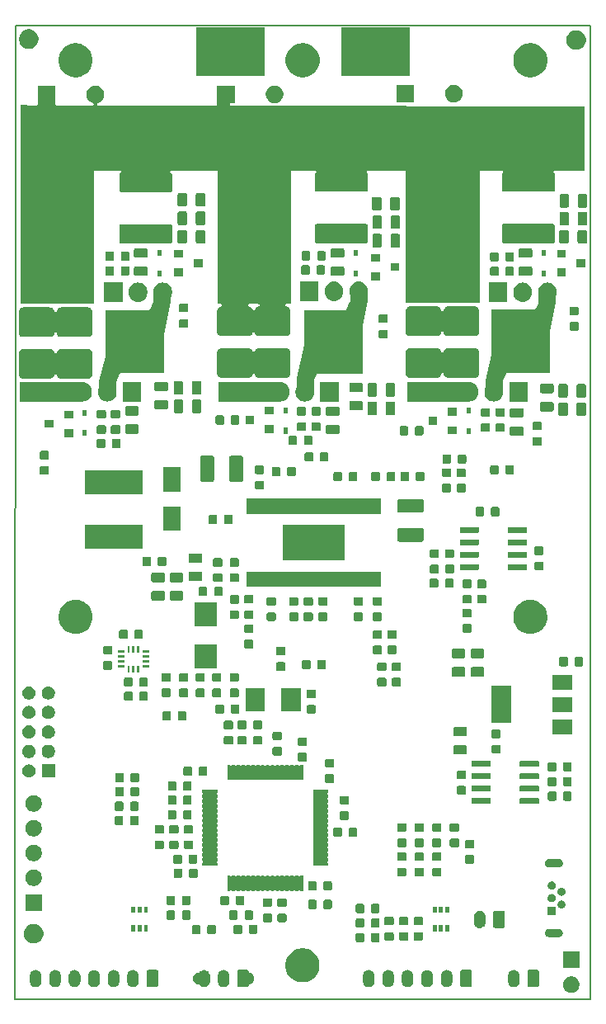
<source format=gbr>
G04 #@! TF.GenerationSoftware,KiCad,Pcbnew,(5.1.5)-3*
G04 #@! TF.CreationDate,2020-08-20T12:00:54-05:00*
G04 #@! TF.ProjectId,Cheap FOCer 2 60mm,43686561-7020-4464-9f43-657220322036,0.9*
G04 #@! TF.SameCoordinates,PX6979f40PYa1135a0*
G04 #@! TF.FileFunction,Soldermask,Top*
G04 #@! TF.FilePolarity,Negative*
%FSLAX46Y46*%
G04 Gerber Fmt 4.6, Leading zero omitted, Abs format (unit mm)*
G04 Created by KiCad (PCBNEW (5.1.5)-3) date 2020-08-20 12:00:54*
%MOMM*%
%LPD*%
G04 APERTURE LIST*
%ADD10C,0.150000*%
G04 APERTURE END LIST*
D10*
X59100000Y99900000D02*
X25000Y99900000D01*
X0Y0D02*
X59100000Y0D01*
X25000Y99900000D02*
X0Y0D01*
X59100000Y0D02*
X59100000Y99900000D01*
G36*
X57347935Y2277336D02*
G01*
X57502624Y2213261D01*
X57502626Y2213260D01*
X57641844Y2120238D01*
X57760238Y2001844D01*
X57828842Y1899170D01*
X57853261Y1862624D01*
X57917336Y1707935D01*
X57950000Y1543719D01*
X57950000Y1376281D01*
X57917336Y1212065D01*
X57853261Y1057376D01*
X57853260Y1057374D01*
X57760238Y918156D01*
X57641844Y799762D01*
X57502626Y706740D01*
X57502625Y706739D01*
X57502624Y706739D01*
X57347935Y642664D01*
X57183719Y610000D01*
X57016281Y610000D01*
X56852065Y642664D01*
X56697376Y706739D01*
X56697375Y706739D01*
X56697374Y706740D01*
X56558156Y799762D01*
X56439762Y918156D01*
X56346740Y1057374D01*
X56346739Y1057376D01*
X56282664Y1212065D01*
X56250000Y1376281D01*
X56250000Y1543719D01*
X56282664Y1707935D01*
X56346739Y1862624D01*
X56371158Y1899170D01*
X56439762Y2001844D01*
X56558156Y2120238D01*
X56697374Y2213260D01*
X56697376Y2213261D01*
X56852065Y2277336D01*
X57016281Y2310000D01*
X57183719Y2310000D01*
X57347935Y2277336D01*
G37*
G36*
X21517621Y2966318D02*
G01*
X21630721Y2932010D01*
X21734955Y2876296D01*
X21826317Y2801317D01*
X21901296Y2709955D01*
X21957010Y2605721D01*
X21991318Y2492621D01*
X22000000Y2404474D01*
X22000000Y1795526D01*
X21991318Y1707379D01*
X21957010Y1594279D01*
X21901296Y1490045D01*
X21826317Y1398683D01*
X21734954Y1323704D01*
X21630720Y1267990D01*
X21517620Y1233682D01*
X21400000Y1222097D01*
X21282379Y1233682D01*
X21169279Y1267990D01*
X21065045Y1323704D01*
X20973683Y1398683D01*
X20898704Y1490046D01*
X20842990Y1594280D01*
X20808682Y1707380D01*
X20800000Y1795527D01*
X20800000Y2404474D01*
X20808682Y2492621D01*
X20842990Y2605721D01*
X20898705Y2709955D01*
X20973684Y2801317D01*
X21065046Y2876296D01*
X21169280Y2932010D01*
X21282380Y2966318D01*
X21400000Y2977903D01*
X21517621Y2966318D01*
G37*
G36*
X51317621Y2966318D02*
G01*
X51430721Y2932010D01*
X51534955Y2876296D01*
X51626317Y2801317D01*
X51701296Y2709955D01*
X51757010Y2605721D01*
X51791318Y2492621D01*
X51800000Y2404474D01*
X51800000Y1795526D01*
X51791318Y1707379D01*
X51757010Y1594279D01*
X51701296Y1490045D01*
X51626317Y1398683D01*
X51534954Y1323704D01*
X51430720Y1267990D01*
X51317620Y1233682D01*
X51200000Y1222097D01*
X51082379Y1233682D01*
X50969279Y1267990D01*
X50865045Y1323704D01*
X50773683Y1398683D01*
X50698704Y1490046D01*
X50642990Y1594280D01*
X50608682Y1707380D01*
X50600000Y1795527D01*
X50600000Y2404474D01*
X50608682Y2492621D01*
X50642990Y2605721D01*
X50698705Y2709955D01*
X50773684Y2801317D01*
X50865046Y2876296D01*
X50969280Y2932010D01*
X51082380Y2966318D01*
X51200000Y2977903D01*
X51317621Y2966318D01*
G37*
G36*
X36417621Y2966318D02*
G01*
X36530721Y2932010D01*
X36634955Y2876296D01*
X36726317Y2801317D01*
X36801296Y2709955D01*
X36857010Y2605721D01*
X36891318Y2492621D01*
X36900000Y2404474D01*
X36900000Y1795526D01*
X36891318Y1707379D01*
X36857010Y1594279D01*
X36801296Y1490045D01*
X36726317Y1398683D01*
X36634954Y1323704D01*
X36530720Y1267990D01*
X36417620Y1233682D01*
X36300000Y1222097D01*
X36182379Y1233682D01*
X36069279Y1267990D01*
X35965045Y1323704D01*
X35873683Y1398683D01*
X35798704Y1490046D01*
X35742990Y1594280D01*
X35708682Y1707380D01*
X35700000Y1795527D01*
X35700000Y2404474D01*
X35708682Y2492621D01*
X35742990Y2605721D01*
X35798705Y2709955D01*
X35873684Y2801317D01*
X35965046Y2876296D01*
X36069280Y2932010D01*
X36182380Y2966318D01*
X36300000Y2977903D01*
X36417621Y2966318D01*
G37*
G36*
X38417621Y2966318D02*
G01*
X38530721Y2932010D01*
X38634955Y2876296D01*
X38726317Y2801317D01*
X38801296Y2709955D01*
X38857010Y2605721D01*
X38891318Y2492621D01*
X38900000Y2404474D01*
X38900000Y1795526D01*
X38891318Y1707379D01*
X38857010Y1594279D01*
X38801296Y1490045D01*
X38726317Y1398683D01*
X38634954Y1323704D01*
X38530720Y1267990D01*
X38417620Y1233682D01*
X38300000Y1222097D01*
X38182379Y1233682D01*
X38069279Y1267990D01*
X37965045Y1323704D01*
X37873683Y1398683D01*
X37798704Y1490046D01*
X37742990Y1594280D01*
X37708682Y1707380D01*
X37700000Y1795527D01*
X37700000Y2404474D01*
X37708682Y2492621D01*
X37742990Y2605721D01*
X37798705Y2709955D01*
X37873684Y2801317D01*
X37965046Y2876296D01*
X38069280Y2932010D01*
X38182380Y2966318D01*
X38300000Y2977903D01*
X38417621Y2966318D01*
G37*
G36*
X40417621Y2966318D02*
G01*
X40530721Y2932010D01*
X40634955Y2876296D01*
X40726317Y2801317D01*
X40801296Y2709955D01*
X40857010Y2605721D01*
X40891318Y2492621D01*
X40900000Y2404474D01*
X40900000Y1795526D01*
X40891318Y1707379D01*
X40857010Y1594279D01*
X40801296Y1490045D01*
X40726317Y1398683D01*
X40634954Y1323704D01*
X40530720Y1267990D01*
X40417620Y1233682D01*
X40300000Y1222097D01*
X40182379Y1233682D01*
X40069279Y1267990D01*
X39965045Y1323704D01*
X39873683Y1398683D01*
X39798704Y1490046D01*
X39742990Y1594280D01*
X39708682Y1707380D01*
X39700000Y1795527D01*
X39700000Y2404474D01*
X39708682Y2492621D01*
X39742990Y2605721D01*
X39798705Y2709955D01*
X39873684Y2801317D01*
X39965046Y2876296D01*
X40069280Y2932010D01*
X40182380Y2966318D01*
X40300000Y2977903D01*
X40417621Y2966318D01*
G37*
G36*
X42417621Y2966318D02*
G01*
X42530721Y2932010D01*
X42634955Y2876296D01*
X42726317Y2801317D01*
X42801296Y2709955D01*
X42857010Y2605721D01*
X42891318Y2492621D01*
X42900000Y2404474D01*
X42900000Y1795526D01*
X42891318Y1707379D01*
X42857010Y1594279D01*
X42801296Y1490045D01*
X42726317Y1398683D01*
X42634954Y1323704D01*
X42530720Y1267990D01*
X42417620Y1233682D01*
X42300000Y1222097D01*
X42182379Y1233682D01*
X42069279Y1267990D01*
X41965045Y1323704D01*
X41873683Y1398683D01*
X41798704Y1490046D01*
X41742990Y1594280D01*
X41708682Y1707380D01*
X41700000Y1795527D01*
X41700000Y2404474D01*
X41708682Y2492621D01*
X41742990Y2605721D01*
X41798705Y2709955D01*
X41873684Y2801317D01*
X41965046Y2876296D01*
X42069280Y2932010D01*
X42182380Y2966318D01*
X42300000Y2977903D01*
X42417621Y2966318D01*
G37*
G36*
X44417621Y2966318D02*
G01*
X44530721Y2932010D01*
X44634955Y2876296D01*
X44726317Y2801317D01*
X44801296Y2709955D01*
X44857010Y2605721D01*
X44891318Y2492621D01*
X44900000Y2404474D01*
X44900000Y1795526D01*
X44891318Y1707379D01*
X44857010Y1594279D01*
X44801296Y1490045D01*
X44726317Y1398683D01*
X44634954Y1323704D01*
X44530720Y1267990D01*
X44417620Y1233682D01*
X44300000Y1222097D01*
X44182379Y1233682D01*
X44069279Y1267990D01*
X43965045Y1323704D01*
X43873683Y1398683D01*
X43798704Y1490046D01*
X43742990Y1594280D01*
X43708682Y1707380D01*
X43700000Y1795527D01*
X43700000Y2404474D01*
X43708682Y2492621D01*
X43742990Y2605721D01*
X43798705Y2709955D01*
X43873684Y2801317D01*
X43965046Y2876296D01*
X44069280Y2932010D01*
X44182380Y2966318D01*
X44300000Y2977903D01*
X44417621Y2966318D01*
G37*
G36*
X10217621Y2966318D02*
G01*
X10330721Y2932010D01*
X10434955Y2876296D01*
X10526317Y2801317D01*
X10601296Y2709955D01*
X10657010Y2605721D01*
X10691318Y2492621D01*
X10700000Y2404474D01*
X10700000Y1795526D01*
X10691318Y1707379D01*
X10657010Y1594279D01*
X10601296Y1490045D01*
X10526317Y1398683D01*
X10434954Y1323704D01*
X10330720Y1267990D01*
X10217620Y1233682D01*
X10100000Y1222097D01*
X9982379Y1233682D01*
X9869279Y1267990D01*
X9765045Y1323704D01*
X9673683Y1398683D01*
X9598704Y1490046D01*
X9542990Y1594280D01*
X9508682Y1707380D01*
X9500000Y1795527D01*
X9500000Y2404474D01*
X9508682Y2492621D01*
X9542990Y2605721D01*
X9598705Y2709955D01*
X9673684Y2801317D01*
X9765046Y2876296D01*
X9869280Y2932010D01*
X9982380Y2966318D01*
X10100000Y2977903D01*
X10217621Y2966318D01*
G37*
G36*
X12217621Y2966318D02*
G01*
X12330721Y2932010D01*
X12434955Y2876296D01*
X12526317Y2801317D01*
X12601296Y2709955D01*
X12657010Y2605721D01*
X12691318Y2492621D01*
X12700000Y2404474D01*
X12700000Y1795526D01*
X12691318Y1707379D01*
X12657010Y1594279D01*
X12601296Y1490045D01*
X12526317Y1398683D01*
X12434954Y1323704D01*
X12330720Y1267990D01*
X12217620Y1233682D01*
X12100000Y1222097D01*
X11982379Y1233682D01*
X11869279Y1267990D01*
X11765045Y1323704D01*
X11673683Y1398683D01*
X11598704Y1490046D01*
X11542990Y1594280D01*
X11508682Y1707380D01*
X11500000Y1795527D01*
X11500000Y2404474D01*
X11508682Y2492621D01*
X11542990Y2605721D01*
X11598705Y2709955D01*
X11673684Y2801317D01*
X11765046Y2876296D01*
X11869280Y2932010D01*
X11982380Y2966318D01*
X12100000Y2977903D01*
X12217621Y2966318D01*
G37*
G36*
X19517621Y2966318D02*
G01*
X19630721Y2932010D01*
X19734955Y2876296D01*
X19826317Y2801317D01*
X19901296Y2709955D01*
X19957010Y2605721D01*
X19991318Y2492621D01*
X20000000Y2404474D01*
X20000000Y1795526D01*
X19991318Y1707379D01*
X19957010Y1594279D01*
X19901296Y1490045D01*
X19826317Y1398683D01*
X19734954Y1323704D01*
X19630720Y1267990D01*
X19517620Y1233682D01*
X19400000Y1222097D01*
X19282379Y1233682D01*
X19169279Y1267990D01*
X19065045Y1323704D01*
X18973683Y1398683D01*
X18928034Y1454307D01*
X18910715Y1471626D01*
X18890341Y1485240D01*
X18867702Y1494617D01*
X18843669Y1499398D01*
X18831416Y1500000D01*
X18800904Y1500000D01*
X18684987Y1523057D01*
X18575794Y1568286D01*
X18477523Y1633949D01*
X18393949Y1717523D01*
X18328286Y1815794D01*
X18283057Y1924987D01*
X18260000Y2040904D01*
X18260000Y2159096D01*
X18283057Y2275013D01*
X18328286Y2384206D01*
X18393949Y2482477D01*
X18477523Y2566051D01*
X18575794Y2631714D01*
X18684987Y2676943D01*
X18800904Y2700000D01*
X18831416Y2700000D01*
X18855802Y2702402D01*
X18879251Y2709515D01*
X18900862Y2721066D01*
X18919804Y2736611D01*
X18928032Y2745690D01*
X18973684Y2801317D01*
X19065046Y2876296D01*
X19169280Y2932010D01*
X19282380Y2966318D01*
X19400000Y2977903D01*
X19517621Y2966318D01*
G37*
G36*
X2217621Y2966318D02*
G01*
X2330721Y2932010D01*
X2434955Y2876296D01*
X2526317Y2801317D01*
X2601296Y2709955D01*
X2657010Y2605721D01*
X2691318Y2492621D01*
X2700000Y2404474D01*
X2700000Y1795526D01*
X2691318Y1707379D01*
X2657010Y1594279D01*
X2601296Y1490045D01*
X2526317Y1398683D01*
X2434954Y1323704D01*
X2330720Y1267990D01*
X2217620Y1233682D01*
X2100000Y1222097D01*
X1982379Y1233682D01*
X1869279Y1267990D01*
X1765045Y1323704D01*
X1673683Y1398683D01*
X1598704Y1490046D01*
X1542990Y1594280D01*
X1508682Y1707380D01*
X1500000Y1795527D01*
X1500000Y2404474D01*
X1508682Y2492621D01*
X1542990Y2605721D01*
X1598705Y2709955D01*
X1673684Y2801317D01*
X1765046Y2876296D01*
X1869280Y2932010D01*
X1982380Y2966318D01*
X2100000Y2977903D01*
X2217621Y2966318D01*
G37*
G36*
X6217621Y2966318D02*
G01*
X6330721Y2932010D01*
X6434955Y2876296D01*
X6526317Y2801317D01*
X6601296Y2709955D01*
X6657010Y2605721D01*
X6691318Y2492621D01*
X6700000Y2404474D01*
X6700000Y1795526D01*
X6691318Y1707379D01*
X6657010Y1594279D01*
X6601296Y1490045D01*
X6526317Y1398683D01*
X6434954Y1323704D01*
X6330720Y1267990D01*
X6217620Y1233682D01*
X6100000Y1222097D01*
X5982379Y1233682D01*
X5869279Y1267990D01*
X5765045Y1323704D01*
X5673683Y1398683D01*
X5598704Y1490046D01*
X5542990Y1594280D01*
X5508682Y1707380D01*
X5500000Y1795527D01*
X5500000Y2404474D01*
X5508682Y2492621D01*
X5542990Y2605721D01*
X5598705Y2709955D01*
X5673684Y2801317D01*
X5765046Y2876296D01*
X5869280Y2932010D01*
X5982380Y2966318D01*
X6100000Y2977903D01*
X6217621Y2966318D01*
G37*
G36*
X4217621Y2966318D02*
G01*
X4330721Y2932010D01*
X4434955Y2876296D01*
X4526317Y2801317D01*
X4601296Y2709955D01*
X4657010Y2605721D01*
X4691318Y2492621D01*
X4700000Y2404474D01*
X4700000Y1795526D01*
X4691318Y1707379D01*
X4657010Y1594279D01*
X4601296Y1490045D01*
X4526317Y1398683D01*
X4434954Y1323704D01*
X4330720Y1267990D01*
X4217620Y1233682D01*
X4100000Y1222097D01*
X3982379Y1233682D01*
X3869279Y1267990D01*
X3765045Y1323704D01*
X3673683Y1398683D01*
X3598704Y1490046D01*
X3542990Y1594280D01*
X3508682Y1707380D01*
X3500000Y1795527D01*
X3500000Y2404474D01*
X3508682Y2492621D01*
X3542990Y2605721D01*
X3598705Y2709955D01*
X3673684Y2801317D01*
X3765046Y2876296D01*
X3869280Y2932010D01*
X3982380Y2966318D01*
X4100000Y2977903D01*
X4217621Y2966318D01*
G37*
G36*
X8217621Y2966318D02*
G01*
X8330721Y2932010D01*
X8434955Y2876296D01*
X8526317Y2801317D01*
X8601296Y2709955D01*
X8657010Y2605721D01*
X8691318Y2492621D01*
X8700000Y2404474D01*
X8700000Y1795526D01*
X8691318Y1707379D01*
X8657010Y1594279D01*
X8601296Y1490045D01*
X8526317Y1398683D01*
X8434954Y1323704D01*
X8330720Y1267990D01*
X8217620Y1233682D01*
X8100000Y1222097D01*
X7982379Y1233682D01*
X7869279Y1267990D01*
X7765045Y1323704D01*
X7673683Y1398683D01*
X7598704Y1490046D01*
X7542990Y1594280D01*
X7508682Y1707380D01*
X7500000Y1795527D01*
X7500000Y2404474D01*
X7508682Y2492621D01*
X7542990Y2605721D01*
X7598705Y2709955D01*
X7673684Y2801317D01*
X7765046Y2876296D01*
X7869280Y2932010D01*
X7982380Y2966318D01*
X8100000Y2977903D01*
X8217621Y2966318D01*
G37*
G36*
X14557345Y2971005D02*
G01*
X14590451Y2960962D01*
X14620964Y2944653D01*
X14647706Y2922706D01*
X14669653Y2895964D01*
X14685962Y2865451D01*
X14696005Y2832345D01*
X14700000Y2791779D01*
X14700000Y1408221D01*
X14696005Y1367655D01*
X14685962Y1334549D01*
X14669653Y1304036D01*
X14647706Y1277294D01*
X14620964Y1255347D01*
X14590451Y1239038D01*
X14557345Y1228995D01*
X14516779Y1225000D01*
X13683221Y1225000D01*
X13642655Y1228995D01*
X13609549Y1239038D01*
X13579036Y1255347D01*
X13552294Y1277294D01*
X13530347Y1304036D01*
X13514038Y1334549D01*
X13503995Y1367655D01*
X13500000Y1408221D01*
X13500000Y2791779D01*
X13503995Y2832345D01*
X13514038Y2865451D01*
X13530347Y2895964D01*
X13552294Y2922706D01*
X13579036Y2944653D01*
X13609549Y2960962D01*
X13642655Y2971005D01*
X13683221Y2975000D01*
X14516779Y2975000D01*
X14557345Y2971005D01*
G37*
G36*
X23857345Y2971005D02*
G01*
X23890451Y2960962D01*
X23920964Y2944653D01*
X23947706Y2922706D01*
X23969653Y2895964D01*
X23985962Y2865451D01*
X23996005Y2832345D01*
X24000151Y2790243D01*
X24004931Y2766210D01*
X24014308Y2743571D01*
X24027922Y2723197D01*
X24045248Y2705869D01*
X24065623Y2692255D01*
X24088261Y2682878D01*
X24100162Y2679897D01*
X24115012Y2676943D01*
X24224206Y2631714D01*
X24322477Y2566051D01*
X24406051Y2482477D01*
X24471714Y2384206D01*
X24516943Y2275013D01*
X24540000Y2159096D01*
X24540000Y2040904D01*
X24516943Y1924987D01*
X24471714Y1815794D01*
X24406051Y1717523D01*
X24322477Y1633949D01*
X24224206Y1568286D01*
X24115012Y1523057D01*
X24100162Y1520103D01*
X24076713Y1512990D01*
X24055102Y1501439D01*
X24036160Y1485893D01*
X24020615Y1466951D01*
X24009064Y1445341D01*
X24001951Y1421892D01*
X24000151Y1409757D01*
X23996005Y1367655D01*
X23985962Y1334549D01*
X23969653Y1304036D01*
X23947706Y1277294D01*
X23920964Y1255347D01*
X23890451Y1239038D01*
X23857345Y1228995D01*
X23816779Y1225000D01*
X22983221Y1225000D01*
X22942655Y1228995D01*
X22909549Y1239038D01*
X22879036Y1255347D01*
X22852294Y1277294D01*
X22830347Y1304036D01*
X22814038Y1334549D01*
X22803995Y1367655D01*
X22800000Y1408221D01*
X22800000Y2791779D01*
X22803995Y2832345D01*
X22814038Y2865451D01*
X22830347Y2895964D01*
X22852294Y2922706D01*
X22879036Y2944653D01*
X22909549Y2960962D01*
X22942655Y2971005D01*
X22983221Y2975000D01*
X23816779Y2975000D01*
X23857345Y2971005D01*
G37*
G36*
X46757345Y2971005D02*
G01*
X46790451Y2960962D01*
X46820964Y2944653D01*
X46847706Y2922706D01*
X46869653Y2895964D01*
X46885962Y2865451D01*
X46896005Y2832345D01*
X46900000Y2791779D01*
X46900000Y1408221D01*
X46896005Y1367655D01*
X46885962Y1334549D01*
X46869653Y1304036D01*
X46847706Y1277294D01*
X46820964Y1255347D01*
X46790451Y1239038D01*
X46757345Y1228995D01*
X46716779Y1225000D01*
X45883221Y1225000D01*
X45842655Y1228995D01*
X45809549Y1239038D01*
X45779036Y1255347D01*
X45752294Y1277294D01*
X45730347Y1304036D01*
X45714038Y1334549D01*
X45703995Y1367655D01*
X45700000Y1408221D01*
X45700000Y2791779D01*
X45703995Y2832345D01*
X45714038Y2865451D01*
X45730347Y2895964D01*
X45752294Y2922706D01*
X45779036Y2944653D01*
X45809549Y2960962D01*
X45842655Y2971005D01*
X45883221Y2975000D01*
X46716779Y2975000D01*
X46757345Y2971005D01*
G37*
G36*
X53657345Y2971005D02*
G01*
X53690451Y2960962D01*
X53720964Y2944653D01*
X53747706Y2922706D01*
X53769653Y2895964D01*
X53785962Y2865451D01*
X53796005Y2832345D01*
X53800000Y2791779D01*
X53800000Y1408221D01*
X53796005Y1367655D01*
X53785962Y1334549D01*
X53769653Y1304036D01*
X53747706Y1277294D01*
X53720964Y1255347D01*
X53690451Y1239038D01*
X53657345Y1228995D01*
X53616779Y1225000D01*
X52783221Y1225000D01*
X52742655Y1228995D01*
X52709549Y1239038D01*
X52679036Y1255347D01*
X52652294Y1277294D01*
X52630347Y1304036D01*
X52614038Y1334549D01*
X52603995Y1367655D01*
X52600000Y1408221D01*
X52600000Y2791779D01*
X52603995Y2832345D01*
X52614038Y2865451D01*
X52630347Y2895964D01*
X52652294Y2922706D01*
X52679036Y2944653D01*
X52709549Y2960962D01*
X52742655Y2971005D01*
X52783221Y2975000D01*
X53616779Y2975000D01*
X53657345Y2971005D01*
G37*
G36*
X29841408Y5166374D02*
G01*
X30010456Y5132749D01*
X30328936Y5000830D01*
X30615560Y4809314D01*
X30859314Y4565560D01*
X31050830Y4278936D01*
X31182749Y3960456D01*
X31250000Y3622360D01*
X31250000Y3277640D01*
X31182749Y2939544D01*
X31050830Y2621064D01*
X30859314Y2334440D01*
X30615560Y2090686D01*
X30328936Y1899170D01*
X30010456Y1767251D01*
X29841408Y1733626D01*
X29672361Y1700000D01*
X29327639Y1700000D01*
X29158592Y1733626D01*
X28989544Y1767251D01*
X28671064Y1899170D01*
X28384440Y2090686D01*
X28140686Y2334440D01*
X27949170Y2621064D01*
X27817251Y2939544D01*
X27750000Y3277640D01*
X27750000Y3622360D01*
X27817251Y3960456D01*
X27949170Y4278936D01*
X28140686Y4565560D01*
X28384440Y4809314D01*
X28671064Y5000830D01*
X28989544Y5132749D01*
X29158592Y5166374D01*
X29327639Y5200000D01*
X29672361Y5200000D01*
X29841408Y5166374D01*
G37*
G36*
X57950000Y3150000D02*
G01*
X56250000Y3150000D01*
X56250000Y4850000D01*
X57950000Y4850000D01*
X57950000Y3150000D01*
G37*
G36*
X2119732Y7675884D02*
G01*
X2191689Y7661571D01*
X2373678Y7586189D01*
X2537463Y7476751D01*
X2676751Y7337463D01*
X2786189Y7173678D01*
X2853050Y7012260D01*
X2861571Y6991688D01*
X2900000Y6798493D01*
X2900000Y6601507D01*
X2890998Y6556250D01*
X2861571Y6408311D01*
X2786189Y6226322D01*
X2676751Y6062537D01*
X2537463Y5923249D01*
X2373678Y5813811D01*
X2191689Y5738429D01*
X2127290Y5725619D01*
X1998493Y5700000D01*
X1801507Y5700000D01*
X1672710Y5725619D01*
X1608311Y5738429D01*
X1426322Y5813811D01*
X1262537Y5923249D01*
X1123249Y6062537D01*
X1013811Y6226322D01*
X938429Y6408311D01*
X909002Y6556250D01*
X900000Y6601507D01*
X900000Y6798493D01*
X938429Y6991688D01*
X946950Y7012260D01*
X1013811Y7173678D01*
X1123249Y7337463D01*
X1262537Y7476751D01*
X1426322Y7586189D01*
X1608311Y7661571D01*
X1680268Y7675884D01*
X1801507Y7700000D01*
X1998493Y7700000D01*
X2119732Y7675884D01*
G37*
G36*
X35724116Y6771405D02*
G01*
X35753311Y6762548D01*
X35780223Y6748163D01*
X35803808Y6728808D01*
X35823163Y6705223D01*
X35837548Y6678311D01*
X35846405Y6649116D01*
X35850000Y6612610D01*
X35850000Y5987390D01*
X35846405Y5950884D01*
X35837548Y5921689D01*
X35823163Y5894777D01*
X35803808Y5871192D01*
X35780223Y5851837D01*
X35753311Y5837452D01*
X35724116Y5828595D01*
X35687610Y5825000D01*
X35137390Y5825000D01*
X35100884Y5828595D01*
X35071689Y5837452D01*
X35044777Y5851837D01*
X35021192Y5871192D01*
X35001837Y5894777D01*
X34987452Y5921689D01*
X34978595Y5950884D01*
X34975000Y5987390D01*
X34975000Y6612610D01*
X34978595Y6649116D01*
X34987452Y6678311D01*
X35001837Y6705223D01*
X35021192Y6728808D01*
X35044777Y6748163D01*
X35071689Y6762548D01*
X35100884Y6771405D01*
X35137390Y6775000D01*
X35687610Y6775000D01*
X35724116Y6771405D01*
G37*
G36*
X37299116Y6771405D02*
G01*
X37328311Y6762548D01*
X37355223Y6748163D01*
X37378808Y6728808D01*
X37398163Y6705223D01*
X37412548Y6678311D01*
X37421405Y6649116D01*
X37425000Y6612610D01*
X37425000Y5987390D01*
X37421405Y5950884D01*
X37412548Y5921689D01*
X37398163Y5894777D01*
X37378808Y5871192D01*
X37355223Y5851837D01*
X37328311Y5837452D01*
X37299116Y5828595D01*
X37262610Y5825000D01*
X36712390Y5825000D01*
X36675884Y5828595D01*
X36646689Y5837452D01*
X36619777Y5851837D01*
X36596192Y5871192D01*
X36576837Y5894777D01*
X36562452Y5921689D01*
X36553595Y5950884D01*
X36550000Y5987390D01*
X36550000Y6612610D01*
X36553595Y6649116D01*
X36562452Y6678311D01*
X36576837Y6705223D01*
X36596192Y6728808D01*
X36619777Y6748163D01*
X36646689Y6762548D01*
X36675884Y6771405D01*
X36712390Y6775000D01*
X37262610Y6775000D01*
X37299116Y6771405D01*
G37*
G36*
X40249116Y6846405D02*
G01*
X40278311Y6837548D01*
X40305223Y6823163D01*
X40328808Y6803808D01*
X40348163Y6780223D01*
X40362548Y6753311D01*
X40371405Y6724116D01*
X40375000Y6687610D01*
X40375000Y6137390D01*
X40371405Y6100884D01*
X40362548Y6071689D01*
X40348163Y6044777D01*
X40328808Y6021192D01*
X40305223Y6001837D01*
X40278311Y5987452D01*
X40249116Y5978595D01*
X40212610Y5975000D01*
X39587390Y5975000D01*
X39550884Y5978595D01*
X39521689Y5987452D01*
X39494777Y6001837D01*
X39471192Y6021192D01*
X39451837Y6044777D01*
X39437452Y6071689D01*
X39428595Y6100884D01*
X39425000Y6137390D01*
X39425000Y6687610D01*
X39428595Y6724116D01*
X39437452Y6753311D01*
X39451837Y6780223D01*
X39471192Y6803808D01*
X39494777Y6823163D01*
X39521689Y6837548D01*
X39550884Y6846405D01*
X39587390Y6850000D01*
X40212610Y6850000D01*
X40249116Y6846405D01*
G37*
G36*
X38749116Y6846405D02*
G01*
X38778311Y6837548D01*
X38805223Y6823163D01*
X38828808Y6803808D01*
X38848163Y6780223D01*
X38862548Y6753311D01*
X38871405Y6724116D01*
X38875000Y6687610D01*
X38875000Y6137390D01*
X38871405Y6100884D01*
X38862548Y6071689D01*
X38848163Y6044777D01*
X38828808Y6021192D01*
X38805223Y6001837D01*
X38778311Y5987452D01*
X38749116Y5978595D01*
X38712610Y5975000D01*
X38087390Y5975000D01*
X38050884Y5978595D01*
X38021689Y5987452D01*
X37994777Y6001837D01*
X37971192Y6021192D01*
X37951837Y6044777D01*
X37937452Y6071689D01*
X37928595Y6100884D01*
X37925000Y6137390D01*
X37925000Y6687610D01*
X37928595Y6724116D01*
X37937452Y6753311D01*
X37951837Y6780223D01*
X37971192Y6803808D01*
X37994777Y6823163D01*
X38021689Y6837548D01*
X38050884Y6846405D01*
X38087390Y6850000D01*
X38712610Y6850000D01*
X38749116Y6846405D01*
G37*
G36*
X41749116Y6846405D02*
G01*
X41778311Y6837548D01*
X41805223Y6823163D01*
X41828808Y6803808D01*
X41848163Y6780223D01*
X41862548Y6753311D01*
X41871405Y6724116D01*
X41875000Y6687610D01*
X41875000Y6137390D01*
X41871405Y6100884D01*
X41862548Y6071689D01*
X41848163Y6044777D01*
X41828808Y6021192D01*
X41805223Y6001837D01*
X41778311Y5987452D01*
X41749116Y5978595D01*
X41712610Y5975000D01*
X41087390Y5975000D01*
X41050884Y5978595D01*
X41021689Y5987452D01*
X40994777Y6001837D01*
X40971192Y6021192D01*
X40951837Y6044777D01*
X40937452Y6071689D01*
X40928595Y6100884D01*
X40925000Y6137390D01*
X40925000Y6687610D01*
X40928595Y6724116D01*
X40937452Y6753311D01*
X40951837Y6780223D01*
X40971192Y6803808D01*
X40994777Y6823163D01*
X41021689Y6837548D01*
X41050884Y6846405D01*
X41087390Y6850000D01*
X41712610Y6850000D01*
X41749116Y6846405D01*
G37*
G36*
X55903316Y7193851D02*
G01*
X55983427Y7169549D01*
X56052492Y7132632D01*
X56057260Y7130084D01*
X56074117Y7116250D01*
X56121975Y7076975D01*
X56161250Y7029117D01*
X56175084Y7012260D01*
X56175085Y7012258D01*
X56214549Y6938427D01*
X56238851Y6858316D01*
X56247056Y6775000D01*
X56238851Y6691684D01*
X56214549Y6611573D01*
X56184978Y6556250D01*
X56175084Y6537740D01*
X56161250Y6520883D01*
X56121975Y6473025D01*
X56074117Y6433750D01*
X56057260Y6419916D01*
X56057258Y6419915D01*
X55983427Y6380451D01*
X55903316Y6356149D01*
X55840878Y6350000D01*
X54799122Y6350000D01*
X54736684Y6356149D01*
X54656573Y6380451D01*
X54582742Y6419915D01*
X54582740Y6419916D01*
X54565883Y6433750D01*
X54518025Y6473025D01*
X54478750Y6520883D01*
X54464916Y6537740D01*
X54455022Y6556250D01*
X54425451Y6611573D01*
X54401149Y6691684D01*
X54392944Y6775000D01*
X54401149Y6858316D01*
X54425451Y6938427D01*
X54464915Y7012258D01*
X54464916Y7012260D01*
X54478750Y7029117D01*
X54518025Y7076975D01*
X54565883Y7116250D01*
X54582740Y7130084D01*
X54587508Y7132632D01*
X54656573Y7169549D01*
X54736684Y7193851D01*
X54799122Y7200000D01*
X55840878Y7200000D01*
X55903316Y7193851D01*
G37*
G36*
X20474116Y7571405D02*
G01*
X20503311Y7562548D01*
X20530223Y7548163D01*
X20553808Y7528808D01*
X20573163Y7505223D01*
X20587548Y7478311D01*
X20596405Y7449116D01*
X20600000Y7412610D01*
X20600000Y6787390D01*
X20596405Y6750884D01*
X20587548Y6721689D01*
X20573163Y6694777D01*
X20553808Y6671192D01*
X20530223Y6651837D01*
X20503311Y6637452D01*
X20474116Y6628595D01*
X20437610Y6625000D01*
X19887390Y6625000D01*
X19850884Y6628595D01*
X19821689Y6637452D01*
X19794777Y6651837D01*
X19771192Y6671192D01*
X19751837Y6694777D01*
X19737452Y6721689D01*
X19728595Y6750884D01*
X19725000Y6787390D01*
X19725000Y7412610D01*
X19728595Y7449116D01*
X19737452Y7478311D01*
X19751837Y7505223D01*
X19771192Y7528808D01*
X19794777Y7548163D01*
X19821689Y7562548D01*
X19850884Y7571405D01*
X19887390Y7575000D01*
X20437610Y7575000D01*
X20474116Y7571405D01*
G37*
G36*
X18899116Y7571405D02*
G01*
X18928311Y7562548D01*
X18955223Y7548163D01*
X18978808Y7528808D01*
X18998163Y7505223D01*
X19012548Y7478311D01*
X19021405Y7449116D01*
X19025000Y7412610D01*
X19025000Y6787390D01*
X19021405Y6750884D01*
X19012548Y6721689D01*
X18998163Y6694777D01*
X18978808Y6671192D01*
X18955223Y6651837D01*
X18928311Y6637452D01*
X18899116Y6628595D01*
X18862610Y6625000D01*
X18312390Y6625000D01*
X18275884Y6628595D01*
X18246689Y6637452D01*
X18219777Y6651837D01*
X18196192Y6671192D01*
X18176837Y6694777D01*
X18162452Y6721689D01*
X18153595Y6750884D01*
X18150000Y6787390D01*
X18150000Y7412610D01*
X18153595Y7449116D01*
X18162452Y7478311D01*
X18176837Y7505223D01*
X18196192Y7528808D01*
X18219777Y7548163D01*
X18246689Y7562548D01*
X18275884Y7571405D01*
X18312390Y7575000D01*
X18862610Y7575000D01*
X18899116Y7571405D01*
G37*
G36*
X24749116Y7621405D02*
G01*
X24778311Y7612548D01*
X24805223Y7598163D01*
X24828808Y7578808D01*
X24848163Y7555223D01*
X24862548Y7528311D01*
X24871405Y7499116D01*
X24875000Y7462610D01*
X24875000Y6837390D01*
X24871405Y6800884D01*
X24862548Y6771689D01*
X24848163Y6744777D01*
X24828808Y6721192D01*
X24805223Y6701837D01*
X24778311Y6687452D01*
X24749116Y6678595D01*
X24712610Y6675000D01*
X24162390Y6675000D01*
X24125884Y6678595D01*
X24096689Y6687452D01*
X24069777Y6701837D01*
X24046192Y6721192D01*
X24026837Y6744777D01*
X24012452Y6771689D01*
X24003595Y6800884D01*
X24000000Y6837390D01*
X24000000Y7462610D01*
X24003595Y7499116D01*
X24012452Y7528311D01*
X24026837Y7555223D01*
X24046192Y7578808D01*
X24069777Y7598163D01*
X24096689Y7612548D01*
X24125884Y7621405D01*
X24162390Y7625000D01*
X24712610Y7625000D01*
X24749116Y7621405D01*
G37*
G36*
X23174116Y7621405D02*
G01*
X23203311Y7612548D01*
X23230223Y7598163D01*
X23253808Y7578808D01*
X23273163Y7555223D01*
X23287548Y7528311D01*
X23296405Y7499116D01*
X23300000Y7462610D01*
X23300000Y6837390D01*
X23296405Y6800884D01*
X23287548Y6771689D01*
X23273163Y6744777D01*
X23253808Y6721192D01*
X23230223Y6701837D01*
X23203311Y6687452D01*
X23174116Y6678595D01*
X23137610Y6675000D01*
X22587390Y6675000D01*
X22550884Y6678595D01*
X22521689Y6687452D01*
X22494777Y6701837D01*
X22471192Y6721192D01*
X22451837Y6744777D01*
X22437452Y6771689D01*
X22428595Y6800884D01*
X22425000Y6837390D01*
X22425000Y7462610D01*
X22428595Y7499116D01*
X22437452Y7528311D01*
X22451837Y7555223D01*
X22471192Y7578808D01*
X22494777Y7598163D01*
X22521689Y7612548D01*
X22550884Y7621405D01*
X22587390Y7625000D01*
X23137610Y7625000D01*
X23174116Y7621405D01*
G37*
G36*
X12975000Y6925000D02*
G01*
X12575000Y6925000D01*
X12575000Y7575000D01*
X12975000Y7575000D01*
X12975000Y6925000D01*
G37*
G36*
X13625000Y6925000D02*
G01*
X13225000Y6925000D01*
X13225000Y7575000D01*
X13625000Y7575000D01*
X13625000Y6925000D01*
G37*
G36*
X12325000Y6925000D02*
G01*
X11925000Y6925000D01*
X11925000Y7575000D01*
X12325000Y7575000D01*
X12325000Y6925000D01*
G37*
G36*
X43925000Y6925000D02*
G01*
X43525000Y6925000D01*
X43525000Y7575000D01*
X43925000Y7575000D01*
X43925000Y6925000D01*
G37*
G36*
X44575000Y6925000D02*
G01*
X44175000Y6925000D01*
X44175000Y7575000D01*
X44575000Y7575000D01*
X44575000Y6925000D01*
G37*
G36*
X43275000Y6925000D02*
G01*
X42875000Y6925000D01*
X42875000Y7575000D01*
X43275000Y7575000D01*
X43275000Y6925000D01*
G37*
G36*
X47817621Y9016318D02*
G01*
X47930721Y8982010D01*
X48034955Y8926296D01*
X48126317Y8851317D01*
X48201296Y8759955D01*
X48257010Y8655721D01*
X48291318Y8542621D01*
X48300000Y8454474D01*
X48300000Y7845526D01*
X48291318Y7757379D01*
X48257010Y7644279D01*
X48201296Y7540045D01*
X48126317Y7448683D01*
X48034954Y7373704D01*
X47930720Y7317990D01*
X47817620Y7283682D01*
X47700000Y7272097D01*
X47582379Y7283682D01*
X47469279Y7317990D01*
X47365045Y7373704D01*
X47273683Y7448683D01*
X47198704Y7540046D01*
X47142990Y7644280D01*
X47108682Y7757380D01*
X47100000Y7845527D01*
X47100000Y8454474D01*
X47108682Y8542621D01*
X47142990Y8655721D01*
X47198705Y8759955D01*
X47273684Y8851317D01*
X47365046Y8926296D01*
X47469280Y8982010D01*
X47582380Y9016318D01*
X47700000Y9027903D01*
X47817621Y9016318D01*
G37*
G36*
X50157345Y9021005D02*
G01*
X50190451Y9010962D01*
X50220964Y8994653D01*
X50247706Y8972706D01*
X50269653Y8945964D01*
X50285962Y8915451D01*
X50296005Y8882345D01*
X50300000Y8841779D01*
X50300000Y7458221D01*
X50296005Y7417655D01*
X50285962Y7384549D01*
X50269653Y7354036D01*
X50247706Y7327294D01*
X50220964Y7305347D01*
X50190451Y7289038D01*
X50157345Y7278995D01*
X50116779Y7275000D01*
X49283221Y7275000D01*
X49242655Y7278995D01*
X49209549Y7289038D01*
X49179036Y7305347D01*
X49152294Y7327294D01*
X49130347Y7354036D01*
X49114038Y7384549D01*
X49103995Y7417655D01*
X49100000Y7458221D01*
X49100000Y8841779D01*
X49103995Y8882345D01*
X49114038Y8915451D01*
X49130347Y8945964D01*
X49152294Y8972706D01*
X49179036Y8994653D01*
X49209549Y9010962D01*
X49242655Y9021005D01*
X49283221Y9025000D01*
X50116779Y9025000D01*
X50157345Y9021005D01*
G37*
G36*
X35724116Y8271405D02*
G01*
X35753311Y8262548D01*
X35780223Y8248163D01*
X35803808Y8228808D01*
X35823163Y8205223D01*
X35837548Y8178311D01*
X35846405Y8149116D01*
X35850000Y8112610D01*
X35850000Y7487390D01*
X35846405Y7450884D01*
X35837548Y7421689D01*
X35823163Y7394777D01*
X35803808Y7371192D01*
X35780223Y7351837D01*
X35753311Y7337452D01*
X35724116Y7328595D01*
X35687610Y7325000D01*
X35137390Y7325000D01*
X35100884Y7328595D01*
X35071689Y7337452D01*
X35044777Y7351837D01*
X35021192Y7371192D01*
X35001837Y7394777D01*
X34987452Y7421689D01*
X34978595Y7450884D01*
X34975000Y7487390D01*
X34975000Y8112610D01*
X34978595Y8149116D01*
X34987452Y8178311D01*
X35001837Y8205223D01*
X35021192Y8228808D01*
X35044777Y8248163D01*
X35071689Y8262548D01*
X35100884Y8271405D01*
X35137390Y8275000D01*
X35687610Y8275000D01*
X35724116Y8271405D01*
G37*
G36*
X37299116Y8271405D02*
G01*
X37328311Y8262548D01*
X37355223Y8248163D01*
X37378808Y8228808D01*
X37398163Y8205223D01*
X37412548Y8178311D01*
X37421405Y8149116D01*
X37425000Y8112610D01*
X37425000Y7487390D01*
X37421405Y7450884D01*
X37412548Y7421689D01*
X37398163Y7394777D01*
X37378808Y7371192D01*
X37355223Y7351837D01*
X37328311Y7337452D01*
X37299116Y7328595D01*
X37262610Y7325000D01*
X36712390Y7325000D01*
X36675884Y7328595D01*
X36646689Y7337452D01*
X36619777Y7351837D01*
X36596192Y7371192D01*
X36576837Y7394777D01*
X36562452Y7421689D01*
X36553595Y7450884D01*
X36550000Y7487390D01*
X36550000Y8112610D01*
X36553595Y8149116D01*
X36562452Y8178311D01*
X36576837Y8205223D01*
X36596192Y8228808D01*
X36619777Y8248163D01*
X36646689Y8262548D01*
X36675884Y8271405D01*
X36712390Y8275000D01*
X37262610Y8275000D01*
X37299116Y8271405D01*
G37*
G36*
X38749116Y8421405D02*
G01*
X38778311Y8412548D01*
X38805223Y8398163D01*
X38828808Y8378808D01*
X38848163Y8355223D01*
X38862548Y8328311D01*
X38871405Y8299116D01*
X38875000Y8262610D01*
X38875000Y7712390D01*
X38871405Y7675884D01*
X38862548Y7646689D01*
X38848163Y7619777D01*
X38828808Y7596192D01*
X38805223Y7576837D01*
X38778311Y7562452D01*
X38749116Y7553595D01*
X38712610Y7550000D01*
X38087390Y7550000D01*
X38050884Y7553595D01*
X38021689Y7562452D01*
X37994777Y7576837D01*
X37971192Y7596192D01*
X37951837Y7619777D01*
X37937452Y7646689D01*
X37928595Y7675884D01*
X37925000Y7712390D01*
X37925000Y8262610D01*
X37928595Y8299116D01*
X37937452Y8328311D01*
X37951837Y8355223D01*
X37971192Y8378808D01*
X37994777Y8398163D01*
X38021689Y8412548D01*
X38050884Y8421405D01*
X38087390Y8425000D01*
X38712610Y8425000D01*
X38749116Y8421405D01*
G37*
G36*
X41749116Y8421405D02*
G01*
X41778311Y8412548D01*
X41805223Y8398163D01*
X41828808Y8378808D01*
X41848163Y8355223D01*
X41862548Y8328311D01*
X41871405Y8299116D01*
X41875000Y8262610D01*
X41875000Y7712390D01*
X41871405Y7675884D01*
X41862548Y7646689D01*
X41848163Y7619777D01*
X41828808Y7596192D01*
X41805223Y7576837D01*
X41778311Y7562452D01*
X41749116Y7553595D01*
X41712610Y7550000D01*
X41087390Y7550000D01*
X41050884Y7553595D01*
X41021689Y7562452D01*
X40994777Y7576837D01*
X40971192Y7596192D01*
X40951837Y7619777D01*
X40937452Y7646689D01*
X40928595Y7675884D01*
X40925000Y7712390D01*
X40925000Y8262610D01*
X40928595Y8299116D01*
X40937452Y8328311D01*
X40951837Y8355223D01*
X40971192Y8378808D01*
X40994777Y8398163D01*
X41021689Y8412548D01*
X41050884Y8421405D01*
X41087390Y8425000D01*
X41712610Y8425000D01*
X41749116Y8421405D01*
G37*
G36*
X40249116Y8421405D02*
G01*
X40278311Y8412548D01*
X40305223Y8398163D01*
X40328808Y8378808D01*
X40348163Y8355223D01*
X40362548Y8328311D01*
X40371405Y8299116D01*
X40375000Y8262610D01*
X40375000Y7712390D01*
X40371405Y7675884D01*
X40362548Y7646689D01*
X40348163Y7619777D01*
X40328808Y7596192D01*
X40305223Y7576837D01*
X40278311Y7562452D01*
X40249116Y7553595D01*
X40212610Y7550000D01*
X39587390Y7550000D01*
X39550884Y7553595D01*
X39521689Y7562452D01*
X39494777Y7576837D01*
X39471192Y7596192D01*
X39451837Y7619777D01*
X39437452Y7646689D01*
X39428595Y7675884D01*
X39425000Y7712390D01*
X39425000Y8262610D01*
X39428595Y8299116D01*
X39437452Y8328311D01*
X39451837Y8355223D01*
X39471192Y8378808D01*
X39494777Y8398163D01*
X39521689Y8412548D01*
X39550884Y8421405D01*
X39587390Y8425000D01*
X40212610Y8425000D01*
X40249116Y8421405D01*
G37*
G36*
X26249116Y8746405D02*
G01*
X26278311Y8737548D01*
X26305223Y8723163D01*
X26328808Y8703808D01*
X26348163Y8680223D01*
X26362548Y8653311D01*
X26371405Y8624116D01*
X26375000Y8587610D01*
X26375000Y8037390D01*
X26371405Y8000884D01*
X26362548Y7971689D01*
X26348163Y7944777D01*
X26328808Y7921192D01*
X26305223Y7901837D01*
X26278311Y7887452D01*
X26249116Y7878595D01*
X26212610Y7875000D01*
X25587390Y7875000D01*
X25550884Y7878595D01*
X25521689Y7887452D01*
X25494777Y7901837D01*
X25471192Y7921192D01*
X25451837Y7944777D01*
X25437452Y7971689D01*
X25428595Y8000884D01*
X25425000Y8037390D01*
X25425000Y8587610D01*
X25428595Y8624116D01*
X25437452Y8653311D01*
X25451837Y8680223D01*
X25471192Y8703808D01*
X25494777Y8723163D01*
X25521689Y8737548D01*
X25550884Y8746405D01*
X25587390Y8750000D01*
X26212610Y8750000D01*
X26249116Y8746405D01*
G37*
G36*
X27749116Y8746405D02*
G01*
X27778311Y8737548D01*
X27805223Y8723163D01*
X27828808Y8703808D01*
X27848163Y8680223D01*
X27862548Y8653311D01*
X27871405Y8624116D01*
X27875000Y8587610D01*
X27875000Y8037390D01*
X27871405Y8000884D01*
X27862548Y7971689D01*
X27848163Y7944777D01*
X27828808Y7921192D01*
X27805223Y7901837D01*
X27778311Y7887452D01*
X27749116Y7878595D01*
X27712610Y7875000D01*
X27087390Y7875000D01*
X27050884Y7878595D01*
X27021689Y7887452D01*
X26994777Y7901837D01*
X26971192Y7921192D01*
X26951837Y7944777D01*
X26937452Y7971689D01*
X26928595Y8000884D01*
X26925000Y8037390D01*
X26925000Y8587610D01*
X26928595Y8624116D01*
X26937452Y8653311D01*
X26951837Y8680223D01*
X26971192Y8703808D01*
X26994777Y8723163D01*
X27021689Y8737548D01*
X27050884Y8746405D01*
X27087390Y8750000D01*
X27712610Y8750000D01*
X27749116Y8746405D01*
G37*
G36*
X17874116Y9071405D02*
G01*
X17903311Y9062548D01*
X17930223Y9048163D01*
X17953808Y9028808D01*
X17973163Y9005223D01*
X17987548Y8978311D01*
X17996405Y8949116D01*
X18000000Y8912610D01*
X18000000Y8287390D01*
X17996405Y8250884D01*
X17987548Y8221689D01*
X17973163Y8194777D01*
X17953808Y8171192D01*
X17930223Y8151837D01*
X17903311Y8137452D01*
X17874116Y8128595D01*
X17837610Y8125000D01*
X17287390Y8125000D01*
X17250884Y8128595D01*
X17221689Y8137452D01*
X17194777Y8151837D01*
X17171192Y8171192D01*
X17151837Y8194777D01*
X17137452Y8221689D01*
X17128595Y8250884D01*
X17125000Y8287390D01*
X17125000Y8912610D01*
X17128595Y8949116D01*
X17137452Y8978311D01*
X17151837Y9005223D01*
X17171192Y9028808D01*
X17194777Y9048163D01*
X17221689Y9062548D01*
X17250884Y9071405D01*
X17287390Y9075000D01*
X17837610Y9075000D01*
X17874116Y9071405D01*
G37*
G36*
X24299116Y9071405D02*
G01*
X24328311Y9062548D01*
X24355223Y9048163D01*
X24378808Y9028808D01*
X24398163Y9005223D01*
X24412548Y8978311D01*
X24421405Y8949116D01*
X24425000Y8912610D01*
X24425000Y8287390D01*
X24421405Y8250884D01*
X24412548Y8221689D01*
X24398163Y8194777D01*
X24378808Y8171192D01*
X24355223Y8151837D01*
X24328311Y8137452D01*
X24299116Y8128595D01*
X24262610Y8125000D01*
X23712390Y8125000D01*
X23675884Y8128595D01*
X23646689Y8137452D01*
X23619777Y8151837D01*
X23596192Y8171192D01*
X23576837Y8194777D01*
X23562452Y8221689D01*
X23553595Y8250884D01*
X23550000Y8287390D01*
X23550000Y8912610D01*
X23553595Y8949116D01*
X23562452Y8978311D01*
X23576837Y9005223D01*
X23596192Y9028808D01*
X23619777Y9048163D01*
X23646689Y9062548D01*
X23675884Y9071405D01*
X23712390Y9075000D01*
X24262610Y9075000D01*
X24299116Y9071405D01*
G37*
G36*
X22724116Y9071405D02*
G01*
X22753311Y9062548D01*
X22780223Y9048163D01*
X22803808Y9028808D01*
X22823163Y9005223D01*
X22837548Y8978311D01*
X22846405Y8949116D01*
X22850000Y8912610D01*
X22850000Y8287390D01*
X22846405Y8250884D01*
X22837548Y8221689D01*
X22823163Y8194777D01*
X22803808Y8171192D01*
X22780223Y8151837D01*
X22753311Y8137452D01*
X22724116Y8128595D01*
X22687610Y8125000D01*
X22137390Y8125000D01*
X22100884Y8128595D01*
X22071689Y8137452D01*
X22044777Y8151837D01*
X22021192Y8171192D01*
X22001837Y8194777D01*
X21987452Y8221689D01*
X21978595Y8250884D01*
X21975000Y8287390D01*
X21975000Y8912610D01*
X21978595Y8949116D01*
X21987452Y8978311D01*
X22001837Y9005223D01*
X22021192Y9028808D01*
X22044777Y9048163D01*
X22071689Y9062548D01*
X22100884Y9071405D01*
X22137390Y9075000D01*
X22687610Y9075000D01*
X22724116Y9071405D01*
G37*
G36*
X16299116Y9071405D02*
G01*
X16328311Y9062548D01*
X16355223Y9048163D01*
X16378808Y9028808D01*
X16398163Y9005223D01*
X16412548Y8978311D01*
X16421405Y8949116D01*
X16425000Y8912610D01*
X16425000Y8287390D01*
X16421405Y8250884D01*
X16412548Y8221689D01*
X16398163Y8194777D01*
X16378808Y8171192D01*
X16355223Y8151837D01*
X16328311Y8137452D01*
X16299116Y8128595D01*
X16262610Y8125000D01*
X15712390Y8125000D01*
X15675884Y8128595D01*
X15646689Y8137452D01*
X15619777Y8151837D01*
X15596192Y8171192D01*
X15576837Y8194777D01*
X15562452Y8221689D01*
X15553595Y8250884D01*
X15550000Y8287390D01*
X15550000Y8912610D01*
X15553595Y8949116D01*
X15562452Y8978311D01*
X15576837Y9005223D01*
X15596192Y9028808D01*
X15619777Y9048163D01*
X15646689Y9062548D01*
X15675884Y9071405D01*
X15712390Y9075000D01*
X16262610Y9075000D01*
X16299116Y9071405D01*
G37*
G36*
X55541066Y9469431D02*
G01*
X55529515Y9447820D01*
X55522402Y9424371D01*
X55520000Y9399985D01*
X55520000Y8630000D01*
X54680000Y8630000D01*
X54680000Y9470000D01*
X55541533Y9470000D01*
X55541066Y9469431D01*
G37*
G36*
X37299116Y9746405D02*
G01*
X37328311Y9737548D01*
X37355223Y9723163D01*
X37378808Y9703808D01*
X37398163Y9680223D01*
X37412548Y9653311D01*
X37421405Y9624116D01*
X37425000Y9587610D01*
X37425000Y8962390D01*
X37421405Y8925884D01*
X37412548Y8896689D01*
X37398163Y8869777D01*
X37378808Y8846192D01*
X37355223Y8826837D01*
X37328311Y8812452D01*
X37299116Y8803595D01*
X37262610Y8800000D01*
X36712390Y8800000D01*
X36675884Y8803595D01*
X36646689Y8812452D01*
X36619777Y8826837D01*
X36596192Y8846192D01*
X36576837Y8869777D01*
X36562452Y8896689D01*
X36553595Y8925884D01*
X36550000Y8962390D01*
X36550000Y9587610D01*
X36553595Y9624116D01*
X36562452Y9653311D01*
X36576837Y9680223D01*
X36596192Y9703808D01*
X36619777Y9723163D01*
X36646689Y9737548D01*
X36675884Y9746405D01*
X36712390Y9750000D01*
X37262610Y9750000D01*
X37299116Y9746405D01*
G37*
G36*
X35724116Y9746405D02*
G01*
X35753311Y9737548D01*
X35780223Y9723163D01*
X35803808Y9703808D01*
X35823163Y9680223D01*
X35837548Y9653311D01*
X35846405Y9624116D01*
X35850000Y9587610D01*
X35850000Y8962390D01*
X35846405Y8925884D01*
X35837548Y8896689D01*
X35823163Y8869777D01*
X35803808Y8846192D01*
X35780223Y8826837D01*
X35753311Y8812452D01*
X35724116Y8803595D01*
X35687610Y8800000D01*
X35137390Y8800000D01*
X35100884Y8803595D01*
X35071689Y8812452D01*
X35044777Y8826837D01*
X35021192Y8846192D01*
X35001837Y8869777D01*
X34987452Y8896689D01*
X34978595Y8925884D01*
X34975000Y8962390D01*
X34975000Y9587610D01*
X34978595Y9624116D01*
X34987452Y9653311D01*
X35001837Y9680223D01*
X35021192Y9703808D01*
X35044777Y9723163D01*
X35071689Y9737548D01*
X35100884Y9746405D01*
X35137390Y9750000D01*
X35687610Y9750000D01*
X35724116Y9746405D01*
G37*
G36*
X44575000Y8825000D02*
G01*
X44175000Y8825000D01*
X44175000Y9475000D01*
X44575000Y9475000D01*
X44575000Y8825000D01*
G37*
G36*
X12325000Y8825000D02*
G01*
X11925000Y8825000D01*
X11925000Y9475000D01*
X12325000Y9475000D01*
X12325000Y8825000D01*
G37*
G36*
X43275000Y8825000D02*
G01*
X42875000Y8825000D01*
X42875000Y9475000D01*
X43275000Y9475000D01*
X43275000Y8825000D01*
G37*
G36*
X43925000Y8825000D02*
G01*
X43525000Y8825000D01*
X43525000Y9475000D01*
X43925000Y9475000D01*
X43925000Y8825000D01*
G37*
G36*
X12975000Y8825000D02*
G01*
X12575000Y8825000D01*
X12575000Y9475000D01*
X12975000Y9475000D01*
X12975000Y8825000D01*
G37*
G36*
X13625000Y8825000D02*
G01*
X13225000Y8825000D01*
X13225000Y9475000D01*
X13625000Y9475000D01*
X13625000Y8825000D01*
G37*
G36*
X2750000Y9050000D02*
G01*
X1050000Y9050000D01*
X1050000Y10750000D01*
X2750000Y10750000D01*
X2750000Y9050000D01*
G37*
G36*
X32399116Y10171405D02*
G01*
X32428311Y10162548D01*
X32455223Y10148163D01*
X32478808Y10128808D01*
X32498163Y10105223D01*
X32512548Y10078311D01*
X32521405Y10049116D01*
X32525000Y10012610D01*
X32525000Y9387390D01*
X32521405Y9350884D01*
X32512548Y9321689D01*
X32498163Y9294777D01*
X32478808Y9271192D01*
X32455223Y9251837D01*
X32428311Y9237452D01*
X32399116Y9228595D01*
X32362610Y9225000D01*
X31812390Y9225000D01*
X31775884Y9228595D01*
X31746689Y9237452D01*
X31719777Y9251837D01*
X31696192Y9271192D01*
X31676837Y9294777D01*
X31662452Y9321689D01*
X31653595Y9350884D01*
X31650000Y9387390D01*
X31650000Y10012610D01*
X31653595Y10049116D01*
X31662452Y10078311D01*
X31676837Y10105223D01*
X31696192Y10128808D01*
X31719777Y10148163D01*
X31746689Y10162548D01*
X31775884Y10171405D01*
X31812390Y10175000D01*
X32362610Y10175000D01*
X32399116Y10171405D01*
G37*
G36*
X30824116Y10171405D02*
G01*
X30853311Y10162548D01*
X30880223Y10148163D01*
X30903808Y10128808D01*
X30923163Y10105223D01*
X30937548Y10078311D01*
X30946405Y10049116D01*
X30950000Y10012610D01*
X30950000Y9387390D01*
X30946405Y9350884D01*
X30937548Y9321689D01*
X30923163Y9294777D01*
X30903808Y9271192D01*
X30880223Y9251837D01*
X30853311Y9237452D01*
X30824116Y9228595D01*
X30787610Y9225000D01*
X30237390Y9225000D01*
X30200884Y9228595D01*
X30171689Y9237452D01*
X30144777Y9251837D01*
X30121192Y9271192D01*
X30101837Y9294777D01*
X30087452Y9321689D01*
X30078595Y9350884D01*
X30075000Y9387390D01*
X30075000Y10012610D01*
X30078595Y10049116D01*
X30087452Y10078311D01*
X30101837Y10105223D01*
X30121192Y10128808D01*
X30144777Y10148163D01*
X30171689Y10162548D01*
X30200884Y10171405D01*
X30237390Y10175000D01*
X30787610Y10175000D01*
X30824116Y10171405D01*
G37*
G36*
X56222509Y10103860D02*
G01*
X56285469Y10077781D01*
X56298945Y10072199D01*
X56333491Y10049116D01*
X56367733Y10026236D01*
X56426236Y9967733D01*
X56472200Y9898943D01*
X56503860Y9822509D01*
X56520000Y9741368D01*
X56520000Y9658632D01*
X56503860Y9577491D01*
X56477590Y9514070D01*
X56472199Y9501055D01*
X56463725Y9488373D01*
X56426236Y9432267D01*
X56367733Y9373764D01*
X56333573Y9350939D01*
X56298945Y9327801D01*
X56298944Y9327800D01*
X56298943Y9327800D01*
X56222509Y9296140D01*
X56141368Y9280000D01*
X56058632Y9280000D01*
X55977491Y9296140D01*
X55901057Y9327800D01*
X55901056Y9327800D01*
X55901055Y9327801D01*
X55866427Y9350939D01*
X55832267Y9373764D01*
X55773765Y9432266D01*
X55753595Y9462452D01*
X55748931Y9469432D01*
X55733387Y9488373D01*
X55714445Y9503918D01*
X55692834Y9515469D01*
X55669385Y9522582D01*
X55666905Y9522826D01*
X55669143Y9525553D01*
X55680694Y9547164D01*
X55687807Y9570613D01*
X55690209Y9594999D01*
X55687807Y9619386D01*
X55680000Y9658634D01*
X55680000Y9741368D01*
X55696140Y9822509D01*
X55727800Y9898943D01*
X55773764Y9967733D01*
X55832267Y10026236D01*
X55866509Y10049116D01*
X55901055Y10072199D01*
X55914531Y10077781D01*
X55977491Y10103860D01*
X56058632Y10120000D01*
X56141368Y10120000D01*
X56222509Y10103860D01*
G37*
G36*
X26249116Y10321405D02*
G01*
X26278311Y10312548D01*
X26305223Y10298163D01*
X26328808Y10278808D01*
X26348163Y10255223D01*
X26362548Y10228311D01*
X26371405Y10199116D01*
X26375000Y10162610D01*
X26375000Y9612390D01*
X26371405Y9575884D01*
X26362548Y9546689D01*
X26348163Y9519777D01*
X26328808Y9496192D01*
X26305223Y9476837D01*
X26278311Y9462452D01*
X26249116Y9453595D01*
X26212610Y9450000D01*
X25587390Y9450000D01*
X25550884Y9453595D01*
X25521689Y9462452D01*
X25494777Y9476837D01*
X25471192Y9496192D01*
X25451837Y9519777D01*
X25437452Y9546689D01*
X25428595Y9575884D01*
X25425000Y9612390D01*
X25425000Y10162610D01*
X25428595Y10199116D01*
X25437452Y10228311D01*
X25451837Y10255223D01*
X25471192Y10278808D01*
X25494777Y10298163D01*
X25521689Y10312548D01*
X25550884Y10321405D01*
X25587390Y10325000D01*
X26212610Y10325000D01*
X26249116Y10321405D01*
G37*
G36*
X27749116Y10321405D02*
G01*
X27778311Y10312548D01*
X27805223Y10298163D01*
X27828808Y10278808D01*
X27848163Y10255223D01*
X27862548Y10228311D01*
X27871405Y10199116D01*
X27875000Y10162610D01*
X27875000Y9612390D01*
X27871405Y9575884D01*
X27862548Y9546689D01*
X27848163Y9519777D01*
X27828808Y9496192D01*
X27805223Y9476837D01*
X27778311Y9462452D01*
X27749116Y9453595D01*
X27712610Y9450000D01*
X27087390Y9450000D01*
X27050884Y9453595D01*
X27021689Y9462452D01*
X26994777Y9476837D01*
X26971192Y9496192D01*
X26951837Y9519777D01*
X26937452Y9546689D01*
X26928595Y9575884D01*
X26925000Y9612390D01*
X26925000Y10162610D01*
X26928595Y10199116D01*
X26937452Y10228311D01*
X26951837Y10255223D01*
X26971192Y10278808D01*
X26994777Y10298163D01*
X27021689Y10312548D01*
X27050884Y10321405D01*
X27087390Y10325000D01*
X27712610Y10325000D01*
X27749116Y10321405D01*
G37*
G36*
X16299116Y10571405D02*
G01*
X16328311Y10562548D01*
X16355223Y10548163D01*
X16378808Y10528808D01*
X16398163Y10505223D01*
X16412548Y10478311D01*
X16421405Y10449116D01*
X16425000Y10412610D01*
X16425000Y9787390D01*
X16421405Y9750884D01*
X16412548Y9721689D01*
X16398163Y9694777D01*
X16378808Y9671192D01*
X16355223Y9651837D01*
X16328311Y9637452D01*
X16299116Y9628595D01*
X16262610Y9625000D01*
X15712390Y9625000D01*
X15675884Y9628595D01*
X15646689Y9637452D01*
X15619777Y9651837D01*
X15596192Y9671192D01*
X15576837Y9694777D01*
X15562452Y9721689D01*
X15553595Y9750884D01*
X15550000Y9787390D01*
X15550000Y10412610D01*
X15553595Y10449116D01*
X15562452Y10478311D01*
X15576837Y10505223D01*
X15596192Y10528808D01*
X15619777Y10548163D01*
X15646689Y10562548D01*
X15675884Y10571405D01*
X15712390Y10575000D01*
X16262610Y10575000D01*
X16299116Y10571405D01*
G37*
G36*
X21836616Y10571405D02*
G01*
X21865811Y10562548D01*
X21892723Y10548163D01*
X21916308Y10528808D01*
X21935663Y10505223D01*
X21950048Y10478311D01*
X21958905Y10449116D01*
X21962500Y10412610D01*
X21962500Y9787390D01*
X21958905Y9750884D01*
X21950048Y9721689D01*
X21935663Y9694777D01*
X21916308Y9671192D01*
X21892723Y9651837D01*
X21865811Y9637452D01*
X21836616Y9628595D01*
X21800110Y9625000D01*
X21249890Y9625000D01*
X21213384Y9628595D01*
X21184189Y9637452D01*
X21157277Y9651837D01*
X21133692Y9671192D01*
X21114337Y9694777D01*
X21099952Y9721689D01*
X21091095Y9750884D01*
X21087500Y9787390D01*
X21087500Y10412610D01*
X21091095Y10449116D01*
X21099952Y10478311D01*
X21114337Y10505223D01*
X21133692Y10528808D01*
X21157277Y10548163D01*
X21184189Y10562548D01*
X21213384Y10571405D01*
X21249890Y10575000D01*
X21800110Y10575000D01*
X21836616Y10571405D01*
G37*
G36*
X17874116Y10571405D02*
G01*
X17903311Y10562548D01*
X17930223Y10548163D01*
X17953808Y10528808D01*
X17973163Y10505223D01*
X17987548Y10478311D01*
X17996405Y10449116D01*
X18000000Y10412610D01*
X18000000Y9787390D01*
X17996405Y9750884D01*
X17987548Y9721689D01*
X17973163Y9694777D01*
X17953808Y9671192D01*
X17930223Y9651837D01*
X17903311Y9637452D01*
X17874116Y9628595D01*
X17837610Y9625000D01*
X17287390Y9625000D01*
X17250884Y9628595D01*
X17221689Y9637452D01*
X17194777Y9651837D01*
X17171192Y9671192D01*
X17151837Y9694777D01*
X17137452Y9721689D01*
X17128595Y9750884D01*
X17125000Y9787390D01*
X17125000Y10412610D01*
X17128595Y10449116D01*
X17137452Y10478311D01*
X17151837Y10505223D01*
X17171192Y10528808D01*
X17194777Y10548163D01*
X17221689Y10562548D01*
X17250884Y10571405D01*
X17287390Y10575000D01*
X17837610Y10575000D01*
X17874116Y10571405D01*
G37*
G36*
X23411616Y10571405D02*
G01*
X23440811Y10562548D01*
X23467723Y10548163D01*
X23491308Y10528808D01*
X23510663Y10505223D01*
X23525048Y10478311D01*
X23533905Y10449116D01*
X23537500Y10412610D01*
X23537500Y9787390D01*
X23533905Y9750884D01*
X23525048Y9721689D01*
X23510663Y9694777D01*
X23491308Y9671192D01*
X23467723Y9651837D01*
X23440811Y9637452D01*
X23411616Y9628595D01*
X23375110Y9625000D01*
X22824890Y9625000D01*
X22788384Y9628595D01*
X22759189Y9637452D01*
X22732277Y9651837D01*
X22708692Y9671192D01*
X22689337Y9694777D01*
X22674952Y9721689D01*
X22666095Y9750884D01*
X22662500Y9787390D01*
X22662500Y10412610D01*
X22666095Y10449116D01*
X22674952Y10478311D01*
X22689337Y10505223D01*
X22708692Y10528808D01*
X22732277Y10548163D01*
X22759189Y10562548D01*
X22788384Y10571405D01*
X22824890Y10575000D01*
X23375110Y10575000D01*
X23411616Y10571405D01*
G37*
G36*
X55222509Y10753860D02*
G01*
X55298943Y10722200D01*
X55298945Y10722199D01*
X55367734Y10676235D01*
X55426235Y10617734D01*
X55463110Y10562548D01*
X55472200Y10548943D01*
X55503860Y10472509D01*
X55520000Y10391368D01*
X55520000Y10308632D01*
X55503860Y10227491D01*
X55475220Y10158349D01*
X55472199Y10151055D01*
X55426235Y10082266D01*
X55367734Y10023765D01*
X55298945Y9977801D01*
X55298944Y9977800D01*
X55298943Y9977800D01*
X55222509Y9946140D01*
X55141368Y9930000D01*
X55058632Y9930000D01*
X54977491Y9946140D01*
X54901057Y9977800D01*
X54901056Y9977800D01*
X54901055Y9977801D01*
X54832266Y10023765D01*
X54773765Y10082266D01*
X54727801Y10151055D01*
X54724780Y10158349D01*
X54696140Y10227491D01*
X54680000Y10308632D01*
X54680000Y10391368D01*
X54696140Y10472509D01*
X54727800Y10548943D01*
X54736891Y10562548D01*
X54773765Y10617734D01*
X54832266Y10676235D01*
X54901055Y10722199D01*
X54901057Y10722200D01*
X54977491Y10753860D01*
X55058632Y10770000D01*
X55141368Y10770000D01*
X55222509Y10753860D01*
G37*
G36*
X56222509Y11403860D02*
G01*
X56298943Y11372200D01*
X56298945Y11372199D01*
X56333573Y11349061D01*
X56367733Y11326236D01*
X56426236Y11267733D01*
X56472200Y11198943D01*
X56503860Y11122509D01*
X56520000Y11041368D01*
X56520000Y10958632D01*
X56503860Y10877491D01*
X56472200Y10801057D01*
X56472199Y10801055D01*
X56426235Y10732266D01*
X56367734Y10673765D01*
X56298945Y10627801D01*
X56298944Y10627800D01*
X56298943Y10627800D01*
X56222509Y10596140D01*
X56141368Y10580000D01*
X56058632Y10580000D01*
X55977491Y10596140D01*
X55901057Y10627800D01*
X55901056Y10627800D01*
X55901055Y10627801D01*
X55832266Y10673765D01*
X55773765Y10732266D01*
X55727801Y10801055D01*
X55727800Y10801057D01*
X55696140Y10877491D01*
X55680000Y10958632D01*
X55680000Y11041368D01*
X55696140Y11122509D01*
X55727800Y11198943D01*
X55773764Y11267733D01*
X55832267Y11326236D01*
X55866427Y11349061D01*
X55901055Y11372199D01*
X55901057Y11372200D01*
X55977491Y11403860D01*
X56058632Y11420000D01*
X56141368Y11420000D01*
X56222509Y11403860D01*
G37*
G36*
X22065181Y12641680D02*
G01*
X22067409Y12641004D01*
X22069464Y12639905D01*
X22071266Y12638426D01*
X22078733Y12629328D01*
X22096061Y12612002D01*
X22116435Y12598388D01*
X22139074Y12589011D01*
X22163107Y12584231D01*
X22187611Y12584231D01*
X22211645Y12589012D01*
X22234283Y12598389D01*
X22254658Y12612003D01*
X22271983Y12629328D01*
X22279450Y12638426D01*
X22281252Y12639905D01*
X22283307Y12641004D01*
X22285535Y12641680D01*
X22293998Y12642513D01*
X22556718Y12642513D01*
X22565181Y12641680D01*
X22567409Y12641004D01*
X22569464Y12639905D01*
X22571266Y12638426D01*
X22578733Y12629328D01*
X22596061Y12612002D01*
X22616435Y12598388D01*
X22639074Y12589011D01*
X22663107Y12584231D01*
X22687611Y12584231D01*
X22711645Y12589012D01*
X22734283Y12598389D01*
X22754658Y12612003D01*
X22771983Y12629328D01*
X22779450Y12638426D01*
X22781252Y12639905D01*
X22783307Y12641004D01*
X22785535Y12641680D01*
X22793998Y12642513D01*
X23056718Y12642513D01*
X23065181Y12641680D01*
X23067409Y12641004D01*
X23069464Y12639905D01*
X23071266Y12638426D01*
X23078733Y12629328D01*
X23096061Y12612002D01*
X23116435Y12598388D01*
X23139074Y12589011D01*
X23163107Y12584231D01*
X23187611Y12584231D01*
X23211645Y12589012D01*
X23234283Y12598389D01*
X23254658Y12612003D01*
X23271983Y12629328D01*
X23279450Y12638426D01*
X23281252Y12639905D01*
X23283307Y12641004D01*
X23285535Y12641680D01*
X23293998Y12642513D01*
X23556718Y12642513D01*
X23565181Y12641680D01*
X23567409Y12641004D01*
X23569464Y12639905D01*
X23571266Y12638426D01*
X23578733Y12629328D01*
X23596061Y12612002D01*
X23616435Y12598388D01*
X23639074Y12589011D01*
X23663107Y12584231D01*
X23687611Y12584231D01*
X23711645Y12589012D01*
X23734283Y12598389D01*
X23754658Y12612003D01*
X23771983Y12629328D01*
X23779450Y12638426D01*
X23781252Y12639905D01*
X23783307Y12641004D01*
X23785535Y12641680D01*
X23793998Y12642513D01*
X24056718Y12642513D01*
X24065181Y12641680D01*
X24067409Y12641004D01*
X24069464Y12639905D01*
X24071266Y12638426D01*
X24078733Y12629328D01*
X24096061Y12612002D01*
X24116435Y12598388D01*
X24139074Y12589011D01*
X24163107Y12584231D01*
X24187611Y12584231D01*
X24211645Y12589012D01*
X24234283Y12598389D01*
X24254658Y12612003D01*
X24271983Y12629328D01*
X24279450Y12638426D01*
X24281252Y12639905D01*
X24283307Y12641004D01*
X24285535Y12641680D01*
X24293998Y12642513D01*
X24556718Y12642513D01*
X24565181Y12641680D01*
X24567409Y12641004D01*
X24569464Y12639905D01*
X24571266Y12638426D01*
X24578733Y12629328D01*
X24596061Y12612002D01*
X24616435Y12598388D01*
X24639074Y12589011D01*
X24663107Y12584231D01*
X24687611Y12584231D01*
X24711645Y12589012D01*
X24734283Y12598389D01*
X24754658Y12612003D01*
X24771983Y12629328D01*
X24779450Y12638426D01*
X24781252Y12639905D01*
X24783307Y12641004D01*
X24785535Y12641680D01*
X24793998Y12642513D01*
X25056718Y12642513D01*
X25065181Y12641680D01*
X25067409Y12641004D01*
X25069464Y12639905D01*
X25071266Y12638426D01*
X25078733Y12629328D01*
X25096061Y12612002D01*
X25116435Y12598388D01*
X25139074Y12589011D01*
X25163107Y12584231D01*
X25187611Y12584231D01*
X25211645Y12589012D01*
X25234283Y12598389D01*
X25254658Y12612003D01*
X25271983Y12629328D01*
X25279450Y12638426D01*
X25281252Y12639905D01*
X25283307Y12641004D01*
X25285535Y12641680D01*
X25293998Y12642513D01*
X25556718Y12642513D01*
X25565181Y12641680D01*
X25567409Y12641004D01*
X25569464Y12639905D01*
X25571266Y12638426D01*
X25578733Y12629328D01*
X25596061Y12612002D01*
X25616435Y12598388D01*
X25639074Y12589011D01*
X25663107Y12584231D01*
X25687611Y12584231D01*
X25711645Y12589012D01*
X25734283Y12598389D01*
X25754658Y12612003D01*
X25771983Y12629328D01*
X25779450Y12638426D01*
X25781252Y12639905D01*
X25783307Y12641004D01*
X25785535Y12641680D01*
X25793998Y12642513D01*
X26056718Y12642513D01*
X26065181Y12641680D01*
X26067409Y12641004D01*
X26069464Y12639905D01*
X26071266Y12638426D01*
X26078733Y12629328D01*
X26096061Y12612002D01*
X26116435Y12598388D01*
X26139074Y12589011D01*
X26163107Y12584231D01*
X26187611Y12584231D01*
X26211645Y12589012D01*
X26234283Y12598389D01*
X26254658Y12612003D01*
X26271983Y12629328D01*
X26279450Y12638426D01*
X26281252Y12639905D01*
X26283307Y12641004D01*
X26285535Y12641680D01*
X26293998Y12642513D01*
X26556718Y12642513D01*
X26565181Y12641680D01*
X26567409Y12641004D01*
X26569464Y12639905D01*
X26571266Y12638426D01*
X26578733Y12629328D01*
X26596061Y12612002D01*
X26616435Y12598388D01*
X26639074Y12589011D01*
X26663107Y12584231D01*
X26687611Y12584231D01*
X26711645Y12589012D01*
X26734283Y12598389D01*
X26754658Y12612003D01*
X26771983Y12629328D01*
X26779450Y12638426D01*
X26781252Y12639905D01*
X26783307Y12641004D01*
X26785535Y12641680D01*
X26793998Y12642513D01*
X27056718Y12642513D01*
X27065181Y12641680D01*
X27067409Y12641004D01*
X27069464Y12639905D01*
X27071266Y12638426D01*
X27078733Y12629328D01*
X27096061Y12612002D01*
X27116435Y12598388D01*
X27139074Y12589011D01*
X27163107Y12584231D01*
X27187611Y12584231D01*
X27211645Y12589012D01*
X27234283Y12598389D01*
X27254658Y12612003D01*
X27271983Y12629328D01*
X27279450Y12638426D01*
X27281252Y12639905D01*
X27283307Y12641004D01*
X27285535Y12641680D01*
X27293998Y12642513D01*
X27556718Y12642513D01*
X27565181Y12641680D01*
X27567409Y12641004D01*
X27569464Y12639905D01*
X27571266Y12638426D01*
X27578733Y12629328D01*
X27596061Y12612002D01*
X27616435Y12598388D01*
X27639074Y12589011D01*
X27663107Y12584231D01*
X27687611Y12584231D01*
X27711645Y12589012D01*
X27734283Y12598389D01*
X27754658Y12612003D01*
X27771983Y12629328D01*
X27779450Y12638426D01*
X27781252Y12639905D01*
X27783307Y12641004D01*
X27785535Y12641680D01*
X27793998Y12642513D01*
X28056718Y12642513D01*
X28065181Y12641680D01*
X28067409Y12641004D01*
X28069464Y12639905D01*
X28071266Y12638426D01*
X28078733Y12629328D01*
X28096061Y12612002D01*
X28116435Y12598388D01*
X28139074Y12589011D01*
X28163107Y12584231D01*
X28187611Y12584231D01*
X28211645Y12589012D01*
X28234283Y12598389D01*
X28254658Y12612003D01*
X28271983Y12629328D01*
X28279450Y12638426D01*
X28281252Y12639905D01*
X28283307Y12641004D01*
X28285535Y12641680D01*
X28293998Y12642513D01*
X28556718Y12642513D01*
X28565181Y12641680D01*
X28567409Y12641004D01*
X28569464Y12639905D01*
X28571266Y12638426D01*
X28578733Y12629328D01*
X28596061Y12612002D01*
X28616435Y12598388D01*
X28639074Y12589011D01*
X28663107Y12584231D01*
X28687611Y12584231D01*
X28711645Y12589012D01*
X28734283Y12598389D01*
X28754658Y12612003D01*
X28771983Y12629328D01*
X28779450Y12638426D01*
X28781252Y12639905D01*
X28783307Y12641004D01*
X28785535Y12641680D01*
X28793998Y12642513D01*
X29056718Y12642513D01*
X29065181Y12641680D01*
X29067409Y12641004D01*
X29069464Y12639905D01*
X29071266Y12638426D01*
X29078733Y12629328D01*
X29096061Y12612002D01*
X29116435Y12598388D01*
X29139074Y12589011D01*
X29163107Y12584231D01*
X29187611Y12584231D01*
X29211645Y12589012D01*
X29234283Y12598389D01*
X29254658Y12612003D01*
X29271983Y12629328D01*
X29279450Y12638426D01*
X29281252Y12639905D01*
X29283307Y12641004D01*
X29285535Y12641680D01*
X29293998Y12642513D01*
X29556718Y12642513D01*
X29565181Y12641680D01*
X29567409Y12641004D01*
X29569464Y12639905D01*
X29571269Y12638424D01*
X29572750Y12636619D01*
X29573849Y12634564D01*
X29574525Y12632336D01*
X29575358Y12623873D01*
X29575358Y11111153D01*
X29574525Y11102690D01*
X29573849Y11100462D01*
X29572750Y11098407D01*
X29571269Y11096602D01*
X29569464Y11095121D01*
X29567409Y11094022D01*
X29565181Y11093346D01*
X29556718Y11092513D01*
X29293998Y11092513D01*
X29285535Y11093346D01*
X29283307Y11094022D01*
X29281252Y11095121D01*
X29279450Y11096600D01*
X29271983Y11105698D01*
X29254655Y11123024D01*
X29234281Y11136638D01*
X29211642Y11146015D01*
X29187609Y11150795D01*
X29163105Y11150795D01*
X29139071Y11146014D01*
X29116433Y11136637D01*
X29096058Y11123023D01*
X29078733Y11105698D01*
X29071266Y11096600D01*
X29069464Y11095121D01*
X29067409Y11094022D01*
X29065181Y11093346D01*
X29056718Y11092513D01*
X28793998Y11092513D01*
X28785535Y11093346D01*
X28783307Y11094022D01*
X28781252Y11095121D01*
X28779450Y11096600D01*
X28771983Y11105698D01*
X28754655Y11123024D01*
X28734281Y11136638D01*
X28711642Y11146015D01*
X28687609Y11150795D01*
X28663105Y11150795D01*
X28639071Y11146014D01*
X28616433Y11136637D01*
X28596058Y11123023D01*
X28578733Y11105698D01*
X28571266Y11096600D01*
X28569464Y11095121D01*
X28567409Y11094022D01*
X28565181Y11093346D01*
X28556718Y11092513D01*
X28293998Y11092513D01*
X28285535Y11093346D01*
X28283307Y11094022D01*
X28281252Y11095121D01*
X28279450Y11096600D01*
X28271983Y11105698D01*
X28254655Y11123024D01*
X28234281Y11136638D01*
X28211642Y11146015D01*
X28187609Y11150795D01*
X28163105Y11150795D01*
X28139071Y11146014D01*
X28116433Y11136637D01*
X28096058Y11123023D01*
X28078733Y11105698D01*
X28071266Y11096600D01*
X28069464Y11095121D01*
X28067409Y11094022D01*
X28065181Y11093346D01*
X28056718Y11092513D01*
X27793998Y11092513D01*
X27785535Y11093346D01*
X27783307Y11094022D01*
X27781252Y11095121D01*
X27779450Y11096600D01*
X27771983Y11105698D01*
X27754655Y11123024D01*
X27734281Y11136638D01*
X27711642Y11146015D01*
X27687609Y11150795D01*
X27663105Y11150795D01*
X27639071Y11146014D01*
X27616433Y11136637D01*
X27596058Y11123023D01*
X27578733Y11105698D01*
X27571266Y11096600D01*
X27569464Y11095121D01*
X27567409Y11094022D01*
X27565181Y11093346D01*
X27556718Y11092513D01*
X27293998Y11092513D01*
X27285535Y11093346D01*
X27283307Y11094022D01*
X27281252Y11095121D01*
X27279450Y11096600D01*
X27271983Y11105698D01*
X27254655Y11123024D01*
X27234281Y11136638D01*
X27211642Y11146015D01*
X27187609Y11150795D01*
X27163105Y11150795D01*
X27139071Y11146014D01*
X27116433Y11136637D01*
X27096058Y11123023D01*
X27078733Y11105698D01*
X27071266Y11096600D01*
X27069464Y11095121D01*
X27067409Y11094022D01*
X27065181Y11093346D01*
X27056718Y11092513D01*
X26793998Y11092513D01*
X26785535Y11093346D01*
X26783307Y11094022D01*
X26781252Y11095121D01*
X26779450Y11096600D01*
X26771983Y11105698D01*
X26754655Y11123024D01*
X26734281Y11136638D01*
X26711642Y11146015D01*
X26687609Y11150795D01*
X26663105Y11150795D01*
X26639071Y11146014D01*
X26616433Y11136637D01*
X26596058Y11123023D01*
X26578733Y11105698D01*
X26571266Y11096600D01*
X26569464Y11095121D01*
X26567409Y11094022D01*
X26565181Y11093346D01*
X26556718Y11092513D01*
X26293998Y11092513D01*
X26285535Y11093346D01*
X26283307Y11094022D01*
X26281252Y11095121D01*
X26279450Y11096600D01*
X26271983Y11105698D01*
X26254655Y11123024D01*
X26234281Y11136638D01*
X26211642Y11146015D01*
X26187609Y11150795D01*
X26163105Y11150795D01*
X26139071Y11146014D01*
X26116433Y11136637D01*
X26096058Y11123023D01*
X26078733Y11105698D01*
X26071266Y11096600D01*
X26069464Y11095121D01*
X26067409Y11094022D01*
X26065181Y11093346D01*
X26056718Y11092513D01*
X25793998Y11092513D01*
X25785535Y11093346D01*
X25783307Y11094022D01*
X25781252Y11095121D01*
X25779450Y11096600D01*
X25771983Y11105698D01*
X25754655Y11123024D01*
X25734281Y11136638D01*
X25711642Y11146015D01*
X25687609Y11150795D01*
X25663105Y11150795D01*
X25639071Y11146014D01*
X25616433Y11136637D01*
X25596058Y11123023D01*
X25578733Y11105698D01*
X25571266Y11096600D01*
X25569464Y11095121D01*
X25567409Y11094022D01*
X25565181Y11093346D01*
X25556718Y11092513D01*
X25293998Y11092513D01*
X25285535Y11093346D01*
X25283307Y11094022D01*
X25281252Y11095121D01*
X25279450Y11096600D01*
X25271983Y11105698D01*
X25254655Y11123024D01*
X25234281Y11136638D01*
X25211642Y11146015D01*
X25187609Y11150795D01*
X25163105Y11150795D01*
X25139071Y11146014D01*
X25116433Y11136637D01*
X25096058Y11123023D01*
X25078733Y11105698D01*
X25071266Y11096600D01*
X25069464Y11095121D01*
X25067409Y11094022D01*
X25065181Y11093346D01*
X25056718Y11092513D01*
X24793998Y11092513D01*
X24785535Y11093346D01*
X24783307Y11094022D01*
X24781252Y11095121D01*
X24779450Y11096600D01*
X24771983Y11105698D01*
X24754655Y11123024D01*
X24734281Y11136638D01*
X24711642Y11146015D01*
X24687609Y11150795D01*
X24663105Y11150795D01*
X24639071Y11146014D01*
X24616433Y11136637D01*
X24596058Y11123023D01*
X24578733Y11105698D01*
X24571266Y11096600D01*
X24569464Y11095121D01*
X24567409Y11094022D01*
X24565181Y11093346D01*
X24556718Y11092513D01*
X24293998Y11092513D01*
X24285535Y11093346D01*
X24283307Y11094022D01*
X24281252Y11095121D01*
X24279450Y11096600D01*
X24271983Y11105698D01*
X24254655Y11123024D01*
X24234281Y11136638D01*
X24211642Y11146015D01*
X24187609Y11150795D01*
X24163105Y11150795D01*
X24139071Y11146014D01*
X24116433Y11136637D01*
X24096058Y11123023D01*
X24078733Y11105698D01*
X24071266Y11096600D01*
X24069464Y11095121D01*
X24067409Y11094022D01*
X24065181Y11093346D01*
X24056718Y11092513D01*
X23793998Y11092513D01*
X23785535Y11093346D01*
X23783307Y11094022D01*
X23781252Y11095121D01*
X23779450Y11096600D01*
X23771983Y11105698D01*
X23754655Y11123024D01*
X23734281Y11136638D01*
X23711642Y11146015D01*
X23687609Y11150795D01*
X23663105Y11150795D01*
X23639071Y11146014D01*
X23616433Y11136637D01*
X23596058Y11123023D01*
X23578733Y11105698D01*
X23571266Y11096600D01*
X23569464Y11095121D01*
X23567409Y11094022D01*
X23565181Y11093346D01*
X23556718Y11092513D01*
X23293998Y11092513D01*
X23285535Y11093346D01*
X23283307Y11094022D01*
X23281252Y11095121D01*
X23279450Y11096600D01*
X23271983Y11105698D01*
X23254655Y11123024D01*
X23234281Y11136638D01*
X23211642Y11146015D01*
X23187609Y11150795D01*
X23163105Y11150795D01*
X23139071Y11146014D01*
X23116433Y11136637D01*
X23096058Y11123023D01*
X23078733Y11105698D01*
X23071266Y11096600D01*
X23069464Y11095121D01*
X23067409Y11094022D01*
X23065181Y11093346D01*
X23056718Y11092513D01*
X22793998Y11092513D01*
X22785535Y11093346D01*
X22783307Y11094022D01*
X22781252Y11095121D01*
X22779450Y11096600D01*
X22771983Y11105698D01*
X22754655Y11123024D01*
X22734281Y11136638D01*
X22711642Y11146015D01*
X22687609Y11150795D01*
X22663105Y11150795D01*
X22639071Y11146014D01*
X22616433Y11136637D01*
X22596058Y11123023D01*
X22578733Y11105698D01*
X22571266Y11096600D01*
X22569464Y11095121D01*
X22567409Y11094022D01*
X22565181Y11093346D01*
X22556718Y11092513D01*
X22293998Y11092513D01*
X22285535Y11093346D01*
X22283307Y11094022D01*
X22281252Y11095121D01*
X22279450Y11096600D01*
X22271983Y11105698D01*
X22254655Y11123024D01*
X22234281Y11136638D01*
X22211642Y11146015D01*
X22187609Y11150795D01*
X22163105Y11150795D01*
X22139071Y11146014D01*
X22116433Y11136637D01*
X22096058Y11123023D01*
X22078733Y11105698D01*
X22071266Y11096600D01*
X22069464Y11095121D01*
X22067409Y11094022D01*
X22065181Y11093346D01*
X22056718Y11092513D01*
X21793998Y11092513D01*
X21785535Y11093346D01*
X21783307Y11094022D01*
X21781252Y11095121D01*
X21779447Y11096602D01*
X21777966Y11098407D01*
X21776867Y11100462D01*
X21776191Y11102690D01*
X21775358Y11111153D01*
X21775358Y12623873D01*
X21776191Y12632336D01*
X21776867Y12634564D01*
X21777966Y12636619D01*
X21779447Y12638424D01*
X21781252Y12639905D01*
X21783307Y12641004D01*
X21785535Y12641680D01*
X21793998Y12642513D01*
X22056718Y12642513D01*
X22065181Y12641680D01*
G37*
G36*
X32399116Y12071404D02*
G01*
X32428311Y12062547D01*
X32455223Y12048162D01*
X32478808Y12028807D01*
X32498163Y12005222D01*
X32512548Y11978310D01*
X32521405Y11949115D01*
X32525000Y11912609D01*
X32525000Y11287389D01*
X32521405Y11250883D01*
X32512548Y11221688D01*
X32498163Y11194776D01*
X32478808Y11171191D01*
X32455223Y11151836D01*
X32428311Y11137451D01*
X32399116Y11128594D01*
X32362610Y11124999D01*
X31812390Y11124999D01*
X31775884Y11128594D01*
X31746689Y11137451D01*
X31719777Y11151836D01*
X31696192Y11171191D01*
X31676837Y11194776D01*
X31662452Y11221688D01*
X31653595Y11250883D01*
X31650000Y11287389D01*
X31650000Y11912609D01*
X31653595Y11949115D01*
X31662452Y11978310D01*
X31676837Y12005222D01*
X31696192Y12028807D01*
X31719777Y12048162D01*
X31746689Y12062547D01*
X31775884Y12071404D01*
X31812390Y12074999D01*
X32362610Y12074999D01*
X32399116Y12071404D01*
G37*
G36*
X30824116Y12071404D02*
G01*
X30853311Y12062547D01*
X30880223Y12048162D01*
X30903808Y12028807D01*
X30923163Y12005222D01*
X30937548Y11978310D01*
X30946405Y11949115D01*
X30950000Y11912609D01*
X30950000Y11287389D01*
X30946405Y11250883D01*
X30937548Y11221688D01*
X30923163Y11194776D01*
X30903808Y11171191D01*
X30880223Y11151836D01*
X30853311Y11137451D01*
X30824116Y11128594D01*
X30787610Y11124999D01*
X30237390Y11124999D01*
X30200884Y11128594D01*
X30171689Y11137451D01*
X30144777Y11151836D01*
X30121192Y11171191D01*
X30101837Y11194776D01*
X30087452Y11221688D01*
X30078595Y11250883D01*
X30075000Y11287389D01*
X30075000Y11912609D01*
X30078595Y11949115D01*
X30087452Y11978310D01*
X30101837Y12005222D01*
X30121192Y12028807D01*
X30144777Y12048162D01*
X30171689Y12062547D01*
X30200884Y12071404D01*
X30237390Y12074999D01*
X30787610Y12074999D01*
X30824116Y12071404D01*
G37*
G36*
X55222509Y12053860D02*
G01*
X55298943Y12022200D01*
X55298945Y12022199D01*
X55333573Y11999061D01*
X55367733Y11976236D01*
X55426236Y11917733D01*
X55438803Y11898925D01*
X55467319Y11856249D01*
X55472200Y11848943D01*
X55503860Y11772509D01*
X55520000Y11691368D01*
X55520000Y11608632D01*
X55503860Y11527491D01*
X55472200Y11451057D01*
X55472199Y11451055D01*
X55426235Y11382266D01*
X55367734Y11323765D01*
X55298945Y11277801D01*
X55298944Y11277800D01*
X55298943Y11277800D01*
X55222509Y11246140D01*
X55141368Y11230000D01*
X55058632Y11230000D01*
X54977491Y11246140D01*
X54901057Y11277800D01*
X54901056Y11277800D01*
X54901055Y11277801D01*
X54832266Y11323765D01*
X54773765Y11382266D01*
X54727801Y11451055D01*
X54727800Y11451057D01*
X54696140Y11527491D01*
X54680000Y11608632D01*
X54680000Y11691368D01*
X54696140Y11772509D01*
X54727800Y11848943D01*
X54732682Y11856249D01*
X54761197Y11898925D01*
X54773764Y11917733D01*
X54832267Y11976236D01*
X54866427Y11999061D01*
X54901055Y12022199D01*
X54901057Y12022200D01*
X54977491Y12053860D01*
X55058632Y12070000D01*
X55141368Y12070000D01*
X55222509Y12053860D01*
G37*
G36*
X2147935Y13257336D02*
G01*
X2302624Y13193261D01*
X2302626Y13193260D01*
X2441844Y13100238D01*
X2560238Y12981844D01*
X2653260Y12842626D01*
X2653261Y12842624D01*
X2717336Y12687935D01*
X2750000Y12523719D01*
X2750000Y12356281D01*
X2717336Y12192065D01*
X2653261Y12037376D01*
X2653260Y12037374D01*
X2560238Y11898156D01*
X2441844Y11779762D01*
X2302626Y11686740D01*
X2302625Y11686739D01*
X2302624Y11686739D01*
X2147935Y11622664D01*
X1983719Y11590000D01*
X1816281Y11590000D01*
X1652065Y11622664D01*
X1497376Y11686739D01*
X1497375Y11686739D01*
X1497374Y11686740D01*
X1358156Y11779762D01*
X1239762Y11898156D01*
X1146740Y12037374D01*
X1146739Y12037376D01*
X1082664Y12192065D01*
X1050000Y12356281D01*
X1050000Y12523719D01*
X1082664Y12687935D01*
X1146739Y12842624D01*
X1146740Y12842626D01*
X1239762Y12981844D01*
X1358156Y13100238D01*
X1497374Y13193260D01*
X1497376Y13193261D01*
X1652065Y13257336D01*
X1816281Y13290000D01*
X1983719Y13290000D01*
X2147935Y13257336D01*
G37*
G36*
X17024116Y13371405D02*
G01*
X17053311Y13362548D01*
X17080223Y13348163D01*
X17103808Y13328808D01*
X17123163Y13305223D01*
X17137548Y13278311D01*
X17146405Y13249116D01*
X17150000Y13212610D01*
X17150000Y12587390D01*
X17146405Y12550884D01*
X17137548Y12521689D01*
X17123163Y12494777D01*
X17103808Y12471192D01*
X17080223Y12451837D01*
X17053311Y12437452D01*
X17024116Y12428595D01*
X16987610Y12425000D01*
X16437390Y12425000D01*
X16400884Y12428595D01*
X16371689Y12437452D01*
X16344777Y12451837D01*
X16321192Y12471192D01*
X16301837Y12494777D01*
X16287452Y12521689D01*
X16278595Y12550884D01*
X16275000Y12587390D01*
X16275000Y13212610D01*
X16278595Y13249116D01*
X16287452Y13278311D01*
X16301837Y13305223D01*
X16321192Y13328808D01*
X16344777Y13348163D01*
X16371689Y13362548D01*
X16400884Y13371405D01*
X16437390Y13375000D01*
X16987610Y13375000D01*
X17024116Y13371405D01*
G37*
G36*
X18599116Y13371405D02*
G01*
X18628311Y13362548D01*
X18655223Y13348163D01*
X18678808Y13328808D01*
X18698163Y13305223D01*
X18712548Y13278311D01*
X18721405Y13249116D01*
X18725000Y13212610D01*
X18725000Y12587390D01*
X18721405Y12550884D01*
X18712548Y12521689D01*
X18698163Y12494777D01*
X18678808Y12471192D01*
X18655223Y12451837D01*
X18628311Y12437452D01*
X18599116Y12428595D01*
X18562610Y12425000D01*
X18012390Y12425000D01*
X17975884Y12428595D01*
X17946689Y12437452D01*
X17919777Y12451837D01*
X17896192Y12471192D01*
X17876837Y12494777D01*
X17862452Y12521689D01*
X17853595Y12550884D01*
X17850000Y12587390D01*
X17850000Y13212610D01*
X17853595Y13249116D01*
X17862452Y13278311D01*
X17876837Y13305223D01*
X17896192Y13328808D01*
X17919777Y13348163D01*
X17946689Y13362548D01*
X17975884Y13371405D01*
X18012390Y13375000D01*
X18562610Y13375000D01*
X18599116Y13371405D01*
G37*
G36*
X41849116Y13446405D02*
G01*
X41878311Y13437548D01*
X41905223Y13423163D01*
X41928808Y13403808D01*
X41948163Y13380223D01*
X41962548Y13353311D01*
X41971405Y13324116D01*
X41975000Y13287610D01*
X41975000Y12737390D01*
X41971405Y12700884D01*
X41962548Y12671689D01*
X41948163Y12644777D01*
X41928808Y12621192D01*
X41905223Y12601837D01*
X41878311Y12587452D01*
X41849116Y12578595D01*
X41812610Y12575000D01*
X41187390Y12575000D01*
X41150884Y12578595D01*
X41121689Y12587452D01*
X41094777Y12601837D01*
X41071192Y12621192D01*
X41051837Y12644777D01*
X41037452Y12671689D01*
X41028595Y12700884D01*
X41025000Y12737390D01*
X41025000Y13287610D01*
X41028595Y13324116D01*
X41037452Y13353311D01*
X41051837Y13380223D01*
X41071192Y13403808D01*
X41094777Y13423163D01*
X41121689Y13437548D01*
X41150884Y13446405D01*
X41187390Y13450000D01*
X41812610Y13450000D01*
X41849116Y13446405D01*
G37*
G36*
X43649117Y13446405D02*
G01*
X43678312Y13437548D01*
X43705224Y13423163D01*
X43728809Y13403808D01*
X43748164Y13380223D01*
X43762549Y13353311D01*
X43771406Y13324116D01*
X43775001Y13287610D01*
X43775001Y12737390D01*
X43771406Y12700884D01*
X43762549Y12671689D01*
X43748164Y12644777D01*
X43728809Y12621192D01*
X43705224Y12601837D01*
X43678312Y12587452D01*
X43649117Y12578595D01*
X43612611Y12575000D01*
X42987391Y12575000D01*
X42950885Y12578595D01*
X42921690Y12587452D01*
X42894778Y12601837D01*
X42871193Y12621192D01*
X42851838Y12644777D01*
X42837453Y12671689D01*
X42828596Y12700884D01*
X42825001Y12737390D01*
X42825001Y13287610D01*
X42828596Y13324116D01*
X42837453Y13353311D01*
X42851838Y13380223D01*
X42871193Y13403808D01*
X42894778Y13423163D01*
X42921690Y13437548D01*
X42950885Y13446405D01*
X42987391Y13450000D01*
X43612611Y13450000D01*
X43649117Y13446405D01*
G37*
G36*
X40049116Y13446405D02*
G01*
X40078311Y13437548D01*
X40105223Y13423163D01*
X40128808Y13403808D01*
X40148163Y13380223D01*
X40162548Y13353311D01*
X40171405Y13324116D01*
X40175000Y13287610D01*
X40175000Y12737390D01*
X40171405Y12700884D01*
X40162548Y12671689D01*
X40148163Y12644777D01*
X40128808Y12621192D01*
X40105223Y12601837D01*
X40078311Y12587452D01*
X40049116Y12578595D01*
X40012610Y12575000D01*
X39387390Y12575000D01*
X39350884Y12578595D01*
X39321689Y12587452D01*
X39294777Y12601837D01*
X39271192Y12621192D01*
X39251837Y12644777D01*
X39237452Y12671689D01*
X39228595Y12700884D01*
X39225000Y12737390D01*
X39225000Y13287610D01*
X39228595Y13324116D01*
X39237452Y13353311D01*
X39251837Y13380223D01*
X39271192Y13403808D01*
X39294777Y13423163D01*
X39321689Y13437548D01*
X39350884Y13446405D01*
X39387390Y13450000D01*
X40012610Y13450000D01*
X40049116Y13446405D01*
G37*
G36*
X55903316Y14343851D02*
G01*
X55983427Y14319549D01*
X56047992Y14285038D01*
X56057260Y14280084D01*
X56074117Y14266250D01*
X56121975Y14226975D01*
X56153293Y14188812D01*
X56175084Y14162260D01*
X56175085Y14162258D01*
X56214549Y14088427D01*
X56238851Y14008316D01*
X56247056Y13925000D01*
X56238851Y13841684D01*
X56214549Y13761573D01*
X56190998Y13717513D01*
X56175084Y13687740D01*
X56165322Y13675845D01*
X56121975Y13623025D01*
X56074117Y13583750D01*
X56057260Y13569916D01*
X56057258Y13569915D01*
X55983427Y13530451D01*
X55903316Y13506149D01*
X55840878Y13500000D01*
X54799122Y13500000D01*
X54736684Y13506149D01*
X54656573Y13530451D01*
X54582742Y13569915D01*
X54582740Y13569916D01*
X54565883Y13583750D01*
X54518025Y13623025D01*
X54474678Y13675845D01*
X54464916Y13687740D01*
X54449002Y13717513D01*
X54425451Y13761573D01*
X54401149Y13841684D01*
X54392944Y13925000D01*
X54401149Y14008316D01*
X54425451Y14088427D01*
X54464915Y14162258D01*
X54464916Y14162260D01*
X54486707Y14188812D01*
X54518025Y14226975D01*
X54565883Y14266250D01*
X54582740Y14280084D01*
X54592008Y14285038D01*
X54656573Y14319549D01*
X54736684Y14343851D01*
X54799122Y14350000D01*
X55840878Y14350000D01*
X55903316Y14343851D01*
G37*
G36*
X32115181Y21441680D02*
G01*
X32117409Y21441004D01*
X32119464Y21439905D01*
X32121269Y21438424D01*
X32122750Y21436619D01*
X32123849Y21434564D01*
X32124525Y21432336D01*
X32125358Y21423873D01*
X32125358Y21161153D01*
X32124525Y21152690D01*
X32123849Y21150462D01*
X32122750Y21148407D01*
X32121271Y21146605D01*
X32112173Y21139138D01*
X32094847Y21121810D01*
X32081233Y21101436D01*
X32071856Y21078797D01*
X32067076Y21054764D01*
X32067076Y21030260D01*
X32071857Y21006226D01*
X32081234Y20983588D01*
X32094848Y20963213D01*
X32112173Y20945888D01*
X32121271Y20938421D01*
X32122750Y20936619D01*
X32123849Y20934564D01*
X32124525Y20932336D01*
X32125358Y20923873D01*
X32125358Y20661153D01*
X32124525Y20652690D01*
X32123849Y20650462D01*
X32122750Y20648407D01*
X32121271Y20646605D01*
X32112173Y20639138D01*
X32094847Y20621810D01*
X32081233Y20601436D01*
X32071856Y20578797D01*
X32067076Y20554764D01*
X32067076Y20530260D01*
X32071857Y20506226D01*
X32081234Y20483588D01*
X32094848Y20463213D01*
X32112173Y20445888D01*
X32121271Y20438421D01*
X32122750Y20436619D01*
X32123849Y20434564D01*
X32124525Y20432336D01*
X32125358Y20423873D01*
X32125358Y20161153D01*
X32124525Y20152690D01*
X32123849Y20150462D01*
X32122750Y20148407D01*
X32121271Y20146605D01*
X32112173Y20139138D01*
X32094847Y20121810D01*
X32081233Y20101436D01*
X32071856Y20078797D01*
X32067076Y20054764D01*
X32067076Y20030260D01*
X32071857Y20006226D01*
X32081234Y19983588D01*
X32094848Y19963213D01*
X32112173Y19945888D01*
X32121271Y19938421D01*
X32122750Y19936619D01*
X32123849Y19934564D01*
X32124525Y19932336D01*
X32125358Y19923873D01*
X32125358Y19661153D01*
X32124525Y19652690D01*
X32123849Y19650462D01*
X32122750Y19648407D01*
X32121271Y19646605D01*
X32112173Y19639138D01*
X32094847Y19621810D01*
X32081233Y19601436D01*
X32071856Y19578797D01*
X32067076Y19554764D01*
X32067076Y19530260D01*
X32071857Y19506226D01*
X32081234Y19483588D01*
X32094848Y19463213D01*
X32112173Y19445888D01*
X32121271Y19438421D01*
X32122750Y19436619D01*
X32123849Y19434564D01*
X32124525Y19432336D01*
X32125358Y19423873D01*
X32125358Y19161153D01*
X32124525Y19152690D01*
X32123849Y19150462D01*
X32122750Y19148407D01*
X32121271Y19146605D01*
X32112173Y19139138D01*
X32094847Y19121810D01*
X32081233Y19101436D01*
X32071856Y19078797D01*
X32067076Y19054764D01*
X32067076Y19030260D01*
X32071857Y19006226D01*
X32081234Y18983588D01*
X32094848Y18963213D01*
X32112173Y18945888D01*
X32121271Y18938421D01*
X32122750Y18936619D01*
X32123849Y18934564D01*
X32124525Y18932336D01*
X32125358Y18923873D01*
X32125358Y18661153D01*
X32124525Y18652690D01*
X32123849Y18650462D01*
X32122750Y18648407D01*
X32121271Y18646605D01*
X32112173Y18639138D01*
X32094847Y18621810D01*
X32081233Y18601436D01*
X32071856Y18578797D01*
X32067076Y18554764D01*
X32067076Y18530260D01*
X32071857Y18506226D01*
X32081234Y18483588D01*
X32094848Y18463213D01*
X32112173Y18445888D01*
X32121271Y18438421D01*
X32122750Y18436619D01*
X32123849Y18434564D01*
X32124525Y18432336D01*
X32125358Y18423873D01*
X32125358Y18161153D01*
X32124525Y18152690D01*
X32123849Y18150462D01*
X32122750Y18148407D01*
X32121271Y18146605D01*
X32112173Y18139138D01*
X32094847Y18121810D01*
X32081233Y18101436D01*
X32071856Y18078797D01*
X32067076Y18054764D01*
X32067076Y18030260D01*
X32071857Y18006226D01*
X32081234Y17983588D01*
X32094848Y17963213D01*
X32112173Y17945888D01*
X32121271Y17938421D01*
X32122750Y17936619D01*
X32123849Y17934564D01*
X32124525Y17932336D01*
X32125358Y17923873D01*
X32125358Y17661153D01*
X32124525Y17652690D01*
X32123849Y17650462D01*
X32122750Y17648407D01*
X32121271Y17646605D01*
X32112173Y17639138D01*
X32094847Y17621810D01*
X32081233Y17601436D01*
X32071856Y17578797D01*
X32067076Y17554764D01*
X32067076Y17530260D01*
X32071857Y17506226D01*
X32081234Y17483588D01*
X32094848Y17463213D01*
X32112173Y17445888D01*
X32121271Y17438421D01*
X32122750Y17436619D01*
X32123849Y17434564D01*
X32124525Y17432336D01*
X32125358Y17423873D01*
X32125358Y17161153D01*
X32124525Y17152690D01*
X32123849Y17150462D01*
X32122750Y17148407D01*
X32121271Y17146605D01*
X32112173Y17139138D01*
X32094847Y17121810D01*
X32081233Y17101436D01*
X32071856Y17078797D01*
X32067076Y17054764D01*
X32067076Y17030260D01*
X32071857Y17006226D01*
X32081234Y16983588D01*
X32094848Y16963213D01*
X32112173Y16945888D01*
X32121271Y16938421D01*
X32122750Y16936619D01*
X32123849Y16934564D01*
X32124525Y16932336D01*
X32125358Y16923873D01*
X32125358Y16661153D01*
X32124525Y16652690D01*
X32123849Y16650462D01*
X32122750Y16648407D01*
X32121271Y16646605D01*
X32112173Y16639138D01*
X32094847Y16621810D01*
X32081233Y16601436D01*
X32071856Y16578797D01*
X32067076Y16554764D01*
X32067076Y16530260D01*
X32071857Y16506226D01*
X32081234Y16483588D01*
X32094848Y16463213D01*
X32112173Y16445888D01*
X32121271Y16438421D01*
X32122750Y16436619D01*
X32123849Y16434564D01*
X32124525Y16432336D01*
X32125358Y16423873D01*
X32125358Y16161153D01*
X32124525Y16152690D01*
X32123849Y16150462D01*
X32122750Y16148407D01*
X32121271Y16146605D01*
X32112173Y16139138D01*
X32094847Y16121810D01*
X32081233Y16101436D01*
X32071856Y16078797D01*
X32067076Y16054764D01*
X32067076Y16030260D01*
X32071857Y16006226D01*
X32081234Y15983588D01*
X32094848Y15963213D01*
X32112173Y15945888D01*
X32121271Y15938421D01*
X32122750Y15936619D01*
X32123849Y15934564D01*
X32124525Y15932336D01*
X32125358Y15923873D01*
X32125358Y15661153D01*
X32124525Y15652690D01*
X32123849Y15650462D01*
X32122750Y15648407D01*
X32121271Y15646605D01*
X32112173Y15639138D01*
X32094847Y15621810D01*
X32081233Y15601436D01*
X32071856Y15578797D01*
X32067076Y15554764D01*
X32067076Y15530260D01*
X32071857Y15506226D01*
X32081234Y15483588D01*
X32094848Y15463213D01*
X32112173Y15445888D01*
X32121271Y15438421D01*
X32122750Y15436619D01*
X32123849Y15434564D01*
X32124525Y15432336D01*
X32125358Y15423873D01*
X32125358Y15161153D01*
X32124525Y15152690D01*
X32123849Y15150462D01*
X32122750Y15148407D01*
X32121271Y15146605D01*
X32112173Y15139138D01*
X32094847Y15121810D01*
X32081233Y15101436D01*
X32071856Y15078797D01*
X32067076Y15054764D01*
X32067076Y15030260D01*
X32071857Y15006226D01*
X32081234Y14983588D01*
X32094848Y14963213D01*
X32112173Y14945888D01*
X32121271Y14938421D01*
X32122750Y14936619D01*
X32123849Y14934564D01*
X32124525Y14932336D01*
X32125358Y14923873D01*
X32125358Y14661153D01*
X32124525Y14652690D01*
X32123849Y14650462D01*
X32122750Y14648407D01*
X32121271Y14646605D01*
X32112173Y14639138D01*
X32094847Y14621810D01*
X32081233Y14601436D01*
X32071856Y14578797D01*
X32067076Y14554764D01*
X32067076Y14530260D01*
X32071857Y14506226D01*
X32081234Y14483588D01*
X32094848Y14463213D01*
X32112173Y14445888D01*
X32121271Y14438421D01*
X32122750Y14436619D01*
X32123849Y14434564D01*
X32124525Y14432336D01*
X32125358Y14423873D01*
X32125358Y14161153D01*
X32124525Y14152690D01*
X32123849Y14150462D01*
X32122750Y14148407D01*
X32121271Y14146605D01*
X32112173Y14139138D01*
X32094847Y14121810D01*
X32081233Y14101436D01*
X32071856Y14078797D01*
X32067076Y14054764D01*
X32067076Y14030260D01*
X32071857Y14006226D01*
X32081234Y13983588D01*
X32094848Y13963213D01*
X32112173Y13945888D01*
X32121271Y13938421D01*
X32122750Y13936619D01*
X32123849Y13934564D01*
X32124525Y13932336D01*
X32125358Y13923873D01*
X32125358Y13661153D01*
X32124525Y13652690D01*
X32123849Y13650462D01*
X32122750Y13648407D01*
X32121269Y13646602D01*
X32119464Y13645121D01*
X32117409Y13644022D01*
X32115181Y13643346D01*
X32106718Y13642513D01*
X30593998Y13642513D01*
X30585535Y13643346D01*
X30583307Y13644022D01*
X30581252Y13645121D01*
X30579447Y13646602D01*
X30577966Y13648407D01*
X30576867Y13650462D01*
X30576191Y13652690D01*
X30575358Y13661153D01*
X30575358Y13923873D01*
X30576191Y13932336D01*
X30576867Y13934564D01*
X30577966Y13936619D01*
X30579445Y13938421D01*
X30588543Y13945888D01*
X30605869Y13963216D01*
X30619483Y13983590D01*
X30628860Y14006229D01*
X30633640Y14030262D01*
X30633640Y14054766D01*
X30628859Y14078800D01*
X30619482Y14101438D01*
X30605868Y14121813D01*
X30588543Y14139138D01*
X30579445Y14146605D01*
X30577966Y14148407D01*
X30576867Y14150462D01*
X30576191Y14152690D01*
X30575358Y14161153D01*
X30575358Y14423873D01*
X30576191Y14432336D01*
X30576867Y14434564D01*
X30577966Y14436619D01*
X30579445Y14438421D01*
X30588543Y14445888D01*
X30605869Y14463216D01*
X30619483Y14483590D01*
X30628860Y14506229D01*
X30633640Y14530262D01*
X30633640Y14554766D01*
X30628859Y14578800D01*
X30619482Y14601438D01*
X30605868Y14621813D01*
X30588543Y14639138D01*
X30579445Y14646605D01*
X30577966Y14648407D01*
X30576867Y14650462D01*
X30576191Y14652690D01*
X30575358Y14661153D01*
X30575358Y14923873D01*
X30576191Y14932336D01*
X30576867Y14934564D01*
X30577966Y14936619D01*
X30579445Y14938421D01*
X30588543Y14945888D01*
X30605869Y14963216D01*
X30619483Y14983590D01*
X30628860Y15006229D01*
X30633640Y15030262D01*
X30633640Y15054766D01*
X30628859Y15078800D01*
X30619482Y15101438D01*
X30605868Y15121813D01*
X30588543Y15139138D01*
X30579445Y15146605D01*
X30577966Y15148407D01*
X30576867Y15150462D01*
X30576191Y15152690D01*
X30575358Y15161153D01*
X30575358Y15423873D01*
X30576191Y15432336D01*
X30576867Y15434564D01*
X30577966Y15436619D01*
X30579445Y15438421D01*
X30588543Y15445888D01*
X30605869Y15463216D01*
X30619483Y15483590D01*
X30628860Y15506229D01*
X30633640Y15530262D01*
X30633640Y15554766D01*
X30628859Y15578800D01*
X30619482Y15601438D01*
X30605868Y15621813D01*
X30588543Y15639138D01*
X30579445Y15646605D01*
X30577966Y15648407D01*
X30576867Y15650462D01*
X30576191Y15652690D01*
X30575358Y15661153D01*
X30575358Y15923873D01*
X30576191Y15932336D01*
X30576867Y15934564D01*
X30577966Y15936619D01*
X30579445Y15938421D01*
X30588543Y15945888D01*
X30605869Y15963216D01*
X30619483Y15983590D01*
X30628860Y16006229D01*
X30633640Y16030262D01*
X30633640Y16054766D01*
X30628859Y16078800D01*
X30619482Y16101438D01*
X30605868Y16121813D01*
X30588543Y16139138D01*
X30579445Y16146605D01*
X30577966Y16148407D01*
X30576867Y16150462D01*
X30576191Y16152690D01*
X30575358Y16161153D01*
X30575358Y16423873D01*
X30576191Y16432336D01*
X30576867Y16434564D01*
X30577966Y16436619D01*
X30579445Y16438421D01*
X30588543Y16445888D01*
X30605869Y16463216D01*
X30619483Y16483590D01*
X30628860Y16506229D01*
X30633640Y16530262D01*
X30633640Y16554766D01*
X30628859Y16578800D01*
X30619482Y16601438D01*
X30605868Y16621813D01*
X30588543Y16639138D01*
X30579445Y16646605D01*
X30577966Y16648407D01*
X30576867Y16650462D01*
X30576191Y16652690D01*
X30575358Y16661153D01*
X30575358Y16923873D01*
X30576191Y16932336D01*
X30576867Y16934564D01*
X30577966Y16936619D01*
X30579445Y16938421D01*
X30588543Y16945888D01*
X30605869Y16963216D01*
X30619483Y16983590D01*
X30628860Y17006229D01*
X30633640Y17030262D01*
X30633640Y17054766D01*
X30628859Y17078800D01*
X30619482Y17101438D01*
X30605868Y17121813D01*
X30588543Y17139138D01*
X30579445Y17146605D01*
X30577966Y17148407D01*
X30576867Y17150462D01*
X30576191Y17152690D01*
X30575358Y17161153D01*
X30575358Y17423873D01*
X30576191Y17432336D01*
X30576867Y17434564D01*
X30577966Y17436619D01*
X30579445Y17438421D01*
X30588543Y17445888D01*
X30605869Y17463216D01*
X30619483Y17483590D01*
X30628860Y17506229D01*
X30633640Y17530262D01*
X30633640Y17554766D01*
X30628859Y17578800D01*
X30619482Y17601438D01*
X30605868Y17621813D01*
X30588543Y17639138D01*
X30579445Y17646605D01*
X30577966Y17648407D01*
X30576867Y17650462D01*
X30576191Y17652690D01*
X30575358Y17661153D01*
X30575358Y17923873D01*
X30576191Y17932336D01*
X30576867Y17934564D01*
X30577966Y17936619D01*
X30579445Y17938421D01*
X30588543Y17945888D01*
X30605869Y17963216D01*
X30619483Y17983590D01*
X30628860Y18006229D01*
X30633640Y18030262D01*
X30633640Y18054766D01*
X30628859Y18078800D01*
X30619482Y18101438D01*
X30605868Y18121813D01*
X30588543Y18139138D01*
X30579445Y18146605D01*
X30577966Y18148407D01*
X30576867Y18150462D01*
X30576191Y18152690D01*
X30575358Y18161153D01*
X30575358Y18423873D01*
X30576191Y18432336D01*
X30576867Y18434564D01*
X30577966Y18436619D01*
X30579445Y18438421D01*
X30588543Y18445888D01*
X30605869Y18463216D01*
X30619483Y18483590D01*
X30628860Y18506229D01*
X30633640Y18530262D01*
X30633640Y18554766D01*
X30628859Y18578800D01*
X30619482Y18601438D01*
X30605868Y18621813D01*
X30588543Y18639138D01*
X30579445Y18646605D01*
X30577966Y18648407D01*
X30576867Y18650462D01*
X30576191Y18652690D01*
X30575358Y18661153D01*
X30575358Y18923873D01*
X30576191Y18932336D01*
X30576867Y18934564D01*
X30577966Y18936619D01*
X30579445Y18938421D01*
X30588543Y18945888D01*
X30605869Y18963216D01*
X30619483Y18983590D01*
X30628860Y19006229D01*
X30633640Y19030262D01*
X30633640Y19054766D01*
X30628859Y19078800D01*
X30619482Y19101438D01*
X30605868Y19121813D01*
X30588543Y19139138D01*
X30579445Y19146605D01*
X30577966Y19148407D01*
X30576867Y19150462D01*
X30576191Y19152690D01*
X30575358Y19161153D01*
X30575358Y19423873D01*
X30576191Y19432336D01*
X30576867Y19434564D01*
X30577966Y19436619D01*
X30579445Y19438421D01*
X30588543Y19445888D01*
X30605869Y19463216D01*
X30619483Y19483590D01*
X30628860Y19506229D01*
X30633640Y19530262D01*
X30633640Y19554766D01*
X30628859Y19578800D01*
X30619482Y19601438D01*
X30605868Y19621813D01*
X30588543Y19639138D01*
X30579445Y19646605D01*
X30577966Y19648407D01*
X30576867Y19650462D01*
X30576191Y19652690D01*
X30575358Y19661153D01*
X30575358Y19923873D01*
X30576191Y19932336D01*
X30576867Y19934564D01*
X30577966Y19936619D01*
X30579445Y19938421D01*
X30588543Y19945888D01*
X30605869Y19963216D01*
X30619483Y19983590D01*
X30628860Y20006229D01*
X30633640Y20030262D01*
X30633640Y20054766D01*
X30628859Y20078800D01*
X30619482Y20101438D01*
X30605868Y20121813D01*
X30588543Y20139138D01*
X30579445Y20146605D01*
X30577966Y20148407D01*
X30576867Y20150462D01*
X30576191Y20152690D01*
X30575358Y20161153D01*
X30575358Y20423873D01*
X30576191Y20432336D01*
X30576867Y20434564D01*
X30577966Y20436619D01*
X30579445Y20438421D01*
X30588543Y20445888D01*
X30605869Y20463216D01*
X30619483Y20483590D01*
X30628860Y20506229D01*
X30633640Y20530262D01*
X30633640Y20554766D01*
X30628859Y20578800D01*
X30619482Y20601438D01*
X30605868Y20621813D01*
X30588543Y20639138D01*
X30579445Y20646605D01*
X30577966Y20648407D01*
X30576867Y20650462D01*
X30576191Y20652690D01*
X30575358Y20661153D01*
X30575358Y20923873D01*
X30576191Y20932336D01*
X30576867Y20934564D01*
X30577966Y20936619D01*
X30579445Y20938421D01*
X30588543Y20945888D01*
X30605869Y20963216D01*
X30619483Y20983590D01*
X30628860Y21006229D01*
X30633640Y21030262D01*
X30633640Y21054766D01*
X30628859Y21078800D01*
X30619482Y21101438D01*
X30605868Y21121813D01*
X30588543Y21139138D01*
X30579445Y21146605D01*
X30577966Y21148407D01*
X30576867Y21150462D01*
X30576191Y21152690D01*
X30575358Y21161153D01*
X30575358Y21423873D01*
X30576191Y21432336D01*
X30576867Y21434564D01*
X30577966Y21436619D01*
X30579447Y21438424D01*
X30581252Y21439905D01*
X30583307Y21441004D01*
X30585535Y21441680D01*
X30593998Y21442513D01*
X32106718Y21442513D01*
X32115181Y21441680D01*
G37*
G36*
X20765181Y21441680D02*
G01*
X20767409Y21441004D01*
X20769464Y21439905D01*
X20771269Y21438424D01*
X20772750Y21436619D01*
X20773849Y21434564D01*
X20774525Y21432336D01*
X20775358Y21423873D01*
X20775358Y21161153D01*
X20774525Y21152690D01*
X20773849Y21150462D01*
X20772750Y21148407D01*
X20771271Y21146605D01*
X20762173Y21139138D01*
X20744847Y21121810D01*
X20731233Y21101436D01*
X20721856Y21078797D01*
X20717076Y21054764D01*
X20717076Y21030260D01*
X20721857Y21006226D01*
X20731234Y20983588D01*
X20744848Y20963213D01*
X20762173Y20945888D01*
X20771271Y20938421D01*
X20772750Y20936619D01*
X20773849Y20934564D01*
X20774525Y20932336D01*
X20775358Y20923873D01*
X20775358Y20661153D01*
X20774525Y20652690D01*
X20773849Y20650462D01*
X20772750Y20648407D01*
X20771271Y20646605D01*
X20762173Y20639138D01*
X20744847Y20621810D01*
X20731233Y20601436D01*
X20721856Y20578797D01*
X20717076Y20554764D01*
X20717076Y20530260D01*
X20721857Y20506226D01*
X20731234Y20483588D01*
X20744848Y20463213D01*
X20762173Y20445888D01*
X20771271Y20438421D01*
X20772750Y20436619D01*
X20773849Y20434564D01*
X20774525Y20432336D01*
X20775358Y20423873D01*
X20775358Y20161153D01*
X20774525Y20152690D01*
X20773849Y20150462D01*
X20772750Y20148407D01*
X20771271Y20146605D01*
X20762173Y20139138D01*
X20744847Y20121810D01*
X20731233Y20101436D01*
X20721856Y20078797D01*
X20717076Y20054764D01*
X20717076Y20030260D01*
X20721857Y20006226D01*
X20731234Y19983588D01*
X20744848Y19963213D01*
X20762173Y19945888D01*
X20771271Y19938421D01*
X20772750Y19936619D01*
X20773849Y19934564D01*
X20774525Y19932336D01*
X20775358Y19923873D01*
X20775358Y19661153D01*
X20774525Y19652690D01*
X20773849Y19650462D01*
X20772750Y19648407D01*
X20771271Y19646605D01*
X20762173Y19639138D01*
X20744847Y19621810D01*
X20731233Y19601436D01*
X20721856Y19578797D01*
X20717076Y19554764D01*
X20717076Y19530260D01*
X20721857Y19506226D01*
X20731234Y19483588D01*
X20744848Y19463213D01*
X20762173Y19445888D01*
X20771271Y19438421D01*
X20772750Y19436619D01*
X20773849Y19434564D01*
X20774525Y19432336D01*
X20775358Y19423873D01*
X20775358Y19161153D01*
X20774525Y19152690D01*
X20773849Y19150462D01*
X20772750Y19148407D01*
X20771271Y19146605D01*
X20762173Y19139138D01*
X20744847Y19121810D01*
X20731233Y19101436D01*
X20721856Y19078797D01*
X20717076Y19054764D01*
X20717076Y19030260D01*
X20721857Y19006226D01*
X20731234Y18983588D01*
X20744848Y18963213D01*
X20762173Y18945888D01*
X20771271Y18938421D01*
X20772750Y18936619D01*
X20773849Y18934564D01*
X20774525Y18932336D01*
X20775358Y18923873D01*
X20775358Y18661153D01*
X20774525Y18652690D01*
X20773849Y18650462D01*
X20772750Y18648407D01*
X20771271Y18646605D01*
X20762173Y18639138D01*
X20744847Y18621810D01*
X20731233Y18601436D01*
X20721856Y18578797D01*
X20717076Y18554764D01*
X20717076Y18530260D01*
X20721857Y18506226D01*
X20731234Y18483588D01*
X20744848Y18463213D01*
X20762173Y18445888D01*
X20771271Y18438421D01*
X20772750Y18436619D01*
X20773849Y18434564D01*
X20774525Y18432336D01*
X20775358Y18423873D01*
X20775358Y18161153D01*
X20774525Y18152690D01*
X20773849Y18150462D01*
X20772750Y18148407D01*
X20771271Y18146605D01*
X20762173Y18139138D01*
X20744847Y18121810D01*
X20731233Y18101436D01*
X20721856Y18078797D01*
X20717076Y18054764D01*
X20717076Y18030260D01*
X20721857Y18006226D01*
X20731234Y17983588D01*
X20744848Y17963213D01*
X20762173Y17945888D01*
X20771271Y17938421D01*
X20772750Y17936619D01*
X20773849Y17934564D01*
X20774525Y17932336D01*
X20775358Y17923873D01*
X20775358Y17661153D01*
X20774525Y17652690D01*
X20773849Y17650462D01*
X20772750Y17648407D01*
X20771271Y17646605D01*
X20762173Y17639138D01*
X20744847Y17621810D01*
X20731233Y17601436D01*
X20721856Y17578797D01*
X20717076Y17554764D01*
X20717076Y17530260D01*
X20721857Y17506226D01*
X20731234Y17483588D01*
X20744848Y17463213D01*
X20762173Y17445888D01*
X20771271Y17438421D01*
X20772750Y17436619D01*
X20773849Y17434564D01*
X20774525Y17432336D01*
X20775358Y17423873D01*
X20775358Y17161153D01*
X20774525Y17152690D01*
X20773849Y17150462D01*
X20772750Y17148407D01*
X20771271Y17146605D01*
X20762173Y17139138D01*
X20744847Y17121810D01*
X20731233Y17101436D01*
X20721856Y17078797D01*
X20717076Y17054764D01*
X20717076Y17030260D01*
X20721857Y17006226D01*
X20731234Y16983588D01*
X20744848Y16963213D01*
X20762173Y16945888D01*
X20771271Y16938421D01*
X20772750Y16936619D01*
X20773849Y16934564D01*
X20774525Y16932336D01*
X20775358Y16923873D01*
X20775358Y16661153D01*
X20774525Y16652690D01*
X20773849Y16650462D01*
X20772750Y16648407D01*
X20771271Y16646605D01*
X20762173Y16639138D01*
X20744847Y16621810D01*
X20731233Y16601436D01*
X20721856Y16578797D01*
X20717076Y16554764D01*
X20717076Y16530260D01*
X20721857Y16506226D01*
X20731234Y16483588D01*
X20744848Y16463213D01*
X20762173Y16445888D01*
X20771271Y16438421D01*
X20772750Y16436619D01*
X20773849Y16434564D01*
X20774525Y16432336D01*
X20775358Y16423873D01*
X20775358Y16161153D01*
X20774525Y16152690D01*
X20773849Y16150462D01*
X20772750Y16148407D01*
X20771271Y16146605D01*
X20762173Y16139138D01*
X20744847Y16121810D01*
X20731233Y16101436D01*
X20721856Y16078797D01*
X20717076Y16054764D01*
X20717076Y16030260D01*
X20721857Y16006226D01*
X20731234Y15983588D01*
X20744848Y15963213D01*
X20762173Y15945888D01*
X20771271Y15938421D01*
X20772750Y15936619D01*
X20773849Y15934564D01*
X20774525Y15932336D01*
X20775358Y15923873D01*
X20775358Y15661153D01*
X20774525Y15652690D01*
X20773849Y15650462D01*
X20772750Y15648407D01*
X20771271Y15646605D01*
X20762173Y15639138D01*
X20744847Y15621810D01*
X20731233Y15601436D01*
X20721856Y15578797D01*
X20717076Y15554764D01*
X20717076Y15530260D01*
X20721857Y15506226D01*
X20731234Y15483588D01*
X20744848Y15463213D01*
X20762173Y15445888D01*
X20771271Y15438421D01*
X20772750Y15436619D01*
X20773849Y15434564D01*
X20774525Y15432336D01*
X20775358Y15423873D01*
X20775358Y15161153D01*
X20774525Y15152690D01*
X20773849Y15150462D01*
X20772750Y15148407D01*
X20771271Y15146605D01*
X20762173Y15139138D01*
X20744847Y15121810D01*
X20731233Y15101436D01*
X20721856Y15078797D01*
X20717076Y15054764D01*
X20717076Y15030260D01*
X20721857Y15006226D01*
X20731234Y14983588D01*
X20744848Y14963213D01*
X20762173Y14945888D01*
X20771271Y14938421D01*
X20772750Y14936619D01*
X20773849Y14934564D01*
X20774525Y14932336D01*
X20775358Y14923873D01*
X20775358Y14661153D01*
X20774525Y14652690D01*
X20773849Y14650462D01*
X20772750Y14648407D01*
X20771271Y14646605D01*
X20762173Y14639138D01*
X20744847Y14621810D01*
X20731233Y14601436D01*
X20721856Y14578797D01*
X20717076Y14554764D01*
X20717076Y14530260D01*
X20721857Y14506226D01*
X20731234Y14483588D01*
X20744848Y14463213D01*
X20762173Y14445888D01*
X20771271Y14438421D01*
X20772750Y14436619D01*
X20773849Y14434564D01*
X20774525Y14432336D01*
X20775358Y14423873D01*
X20775358Y14161153D01*
X20774525Y14152690D01*
X20773849Y14150462D01*
X20772750Y14148407D01*
X20771271Y14146605D01*
X20762173Y14139138D01*
X20744847Y14121810D01*
X20731233Y14101436D01*
X20721856Y14078797D01*
X20717076Y14054764D01*
X20717076Y14030260D01*
X20721857Y14006226D01*
X20731234Y13983588D01*
X20744848Y13963213D01*
X20762173Y13945888D01*
X20771271Y13938421D01*
X20772750Y13936619D01*
X20773849Y13934564D01*
X20774525Y13932336D01*
X20775358Y13923873D01*
X20775358Y13661153D01*
X20774525Y13652690D01*
X20773849Y13650462D01*
X20772750Y13648407D01*
X20771269Y13646602D01*
X20769464Y13645121D01*
X20767409Y13644022D01*
X20765181Y13643346D01*
X20756718Y13642513D01*
X19243998Y13642513D01*
X19235535Y13643346D01*
X19233307Y13644022D01*
X19231252Y13645121D01*
X19229447Y13646602D01*
X19227966Y13648407D01*
X19226867Y13650462D01*
X19226191Y13652690D01*
X19225358Y13661153D01*
X19225358Y13923873D01*
X19226191Y13932336D01*
X19226867Y13934564D01*
X19227966Y13936619D01*
X19229445Y13938421D01*
X19238543Y13945888D01*
X19255869Y13963216D01*
X19269483Y13983590D01*
X19278860Y14006229D01*
X19283640Y14030262D01*
X19283640Y14054766D01*
X19278859Y14078800D01*
X19269482Y14101438D01*
X19255868Y14121813D01*
X19238543Y14139138D01*
X19229445Y14146605D01*
X19227966Y14148407D01*
X19226867Y14150462D01*
X19226191Y14152690D01*
X19225358Y14161153D01*
X19225358Y14423873D01*
X19226191Y14432336D01*
X19226867Y14434564D01*
X19227966Y14436619D01*
X19229445Y14438421D01*
X19238543Y14445888D01*
X19255869Y14463216D01*
X19269483Y14483590D01*
X19278860Y14506229D01*
X19283640Y14530262D01*
X19283640Y14554766D01*
X19278859Y14578800D01*
X19269482Y14601438D01*
X19255868Y14621813D01*
X19238543Y14639138D01*
X19229445Y14646605D01*
X19227966Y14648407D01*
X19226867Y14650462D01*
X19226191Y14652690D01*
X19225358Y14661153D01*
X19225358Y14923873D01*
X19226191Y14932336D01*
X19226867Y14934564D01*
X19227966Y14936619D01*
X19229445Y14938421D01*
X19238543Y14945888D01*
X19255869Y14963216D01*
X19269483Y14983590D01*
X19278860Y15006229D01*
X19283640Y15030262D01*
X19283640Y15054766D01*
X19278859Y15078800D01*
X19269482Y15101438D01*
X19255868Y15121813D01*
X19238543Y15139138D01*
X19229445Y15146605D01*
X19227966Y15148407D01*
X19226867Y15150462D01*
X19226191Y15152690D01*
X19225358Y15161153D01*
X19225358Y15423873D01*
X19226191Y15432336D01*
X19226867Y15434564D01*
X19227966Y15436619D01*
X19229445Y15438421D01*
X19238543Y15445888D01*
X19255869Y15463216D01*
X19269483Y15483590D01*
X19278860Y15506229D01*
X19283640Y15530262D01*
X19283640Y15554766D01*
X19278859Y15578800D01*
X19269482Y15601438D01*
X19255868Y15621813D01*
X19238543Y15639138D01*
X19229445Y15646605D01*
X19227966Y15648407D01*
X19226867Y15650462D01*
X19226191Y15652690D01*
X19225358Y15661153D01*
X19225358Y15923873D01*
X19226191Y15932336D01*
X19226867Y15934564D01*
X19227966Y15936619D01*
X19229445Y15938421D01*
X19238543Y15945888D01*
X19255869Y15963216D01*
X19269483Y15983590D01*
X19278860Y16006229D01*
X19283640Y16030262D01*
X19283640Y16054766D01*
X19278859Y16078800D01*
X19269482Y16101438D01*
X19255868Y16121813D01*
X19238543Y16139138D01*
X19229445Y16146605D01*
X19227966Y16148407D01*
X19226867Y16150462D01*
X19226191Y16152690D01*
X19225358Y16161153D01*
X19225358Y16423873D01*
X19226191Y16432336D01*
X19226867Y16434564D01*
X19227966Y16436619D01*
X19229445Y16438421D01*
X19238543Y16445888D01*
X19255869Y16463216D01*
X19269483Y16483590D01*
X19278860Y16506229D01*
X19283640Y16530262D01*
X19283640Y16554766D01*
X19278859Y16578800D01*
X19269482Y16601438D01*
X19255868Y16621813D01*
X19238543Y16639138D01*
X19229445Y16646605D01*
X19227966Y16648407D01*
X19226867Y16650462D01*
X19226191Y16652690D01*
X19225358Y16661153D01*
X19225358Y16923873D01*
X19226191Y16932336D01*
X19226867Y16934564D01*
X19227966Y16936619D01*
X19229445Y16938421D01*
X19238543Y16945888D01*
X19255869Y16963216D01*
X19269483Y16983590D01*
X19278860Y17006229D01*
X19283640Y17030262D01*
X19283640Y17054766D01*
X19278859Y17078800D01*
X19269482Y17101438D01*
X19255868Y17121813D01*
X19238543Y17139138D01*
X19229445Y17146605D01*
X19227966Y17148407D01*
X19226867Y17150462D01*
X19226191Y17152690D01*
X19225358Y17161153D01*
X19225358Y17423873D01*
X19226191Y17432336D01*
X19226867Y17434564D01*
X19227966Y17436619D01*
X19229445Y17438421D01*
X19238543Y17445888D01*
X19255869Y17463216D01*
X19269483Y17483590D01*
X19278860Y17506229D01*
X19283640Y17530262D01*
X19283640Y17554766D01*
X19278859Y17578800D01*
X19269482Y17601438D01*
X19255868Y17621813D01*
X19238543Y17639138D01*
X19229445Y17646605D01*
X19227966Y17648407D01*
X19226867Y17650462D01*
X19226191Y17652690D01*
X19225358Y17661153D01*
X19225358Y17923873D01*
X19226191Y17932336D01*
X19226867Y17934564D01*
X19227966Y17936619D01*
X19229445Y17938421D01*
X19238543Y17945888D01*
X19255869Y17963216D01*
X19269483Y17983590D01*
X19278860Y18006229D01*
X19283640Y18030262D01*
X19283640Y18054766D01*
X19278859Y18078800D01*
X19269482Y18101438D01*
X19255868Y18121813D01*
X19238543Y18139138D01*
X19229445Y18146605D01*
X19227966Y18148407D01*
X19226867Y18150462D01*
X19226191Y18152690D01*
X19225358Y18161153D01*
X19225358Y18423873D01*
X19226191Y18432336D01*
X19226867Y18434564D01*
X19227966Y18436619D01*
X19229445Y18438421D01*
X19238543Y18445888D01*
X19255869Y18463216D01*
X19269483Y18483590D01*
X19278860Y18506229D01*
X19283640Y18530262D01*
X19283640Y18554766D01*
X19278859Y18578800D01*
X19269482Y18601438D01*
X19255868Y18621813D01*
X19238543Y18639138D01*
X19229445Y18646605D01*
X19227966Y18648407D01*
X19226867Y18650462D01*
X19226191Y18652690D01*
X19225358Y18661153D01*
X19225358Y18923873D01*
X19226191Y18932336D01*
X19226867Y18934564D01*
X19227966Y18936619D01*
X19229445Y18938421D01*
X19238543Y18945888D01*
X19255869Y18963216D01*
X19269483Y18983590D01*
X19278860Y19006229D01*
X19283640Y19030262D01*
X19283640Y19054766D01*
X19278859Y19078800D01*
X19269482Y19101438D01*
X19255868Y19121813D01*
X19238543Y19139138D01*
X19229445Y19146605D01*
X19227966Y19148407D01*
X19226867Y19150462D01*
X19226191Y19152690D01*
X19225358Y19161153D01*
X19225358Y19423873D01*
X19226191Y19432336D01*
X19226867Y19434564D01*
X19227966Y19436619D01*
X19229445Y19438421D01*
X19238543Y19445888D01*
X19255869Y19463216D01*
X19269483Y19483590D01*
X19278860Y19506229D01*
X19283640Y19530262D01*
X19283640Y19554766D01*
X19278859Y19578800D01*
X19269482Y19601438D01*
X19255868Y19621813D01*
X19238543Y19639138D01*
X19229445Y19646605D01*
X19227966Y19648407D01*
X19226867Y19650462D01*
X19226191Y19652690D01*
X19225358Y19661153D01*
X19225358Y19923873D01*
X19226191Y19932336D01*
X19226867Y19934564D01*
X19227966Y19936619D01*
X19229445Y19938421D01*
X19238543Y19945888D01*
X19255869Y19963216D01*
X19269483Y19983590D01*
X19278860Y20006229D01*
X19283640Y20030262D01*
X19283640Y20054766D01*
X19278859Y20078800D01*
X19269482Y20101438D01*
X19255868Y20121813D01*
X19238543Y20139138D01*
X19229445Y20146605D01*
X19227966Y20148407D01*
X19226867Y20150462D01*
X19226191Y20152690D01*
X19225358Y20161153D01*
X19225358Y20423873D01*
X19226191Y20432336D01*
X19226867Y20434564D01*
X19227966Y20436619D01*
X19229445Y20438421D01*
X19238543Y20445888D01*
X19255869Y20463216D01*
X19269483Y20483590D01*
X19278860Y20506229D01*
X19283640Y20530262D01*
X19283640Y20554766D01*
X19278859Y20578800D01*
X19269482Y20601438D01*
X19255868Y20621813D01*
X19238543Y20639138D01*
X19229445Y20646605D01*
X19227966Y20648407D01*
X19226867Y20650462D01*
X19226191Y20652690D01*
X19225358Y20661153D01*
X19225358Y20923873D01*
X19226191Y20932336D01*
X19226867Y20934564D01*
X19227966Y20936619D01*
X19229445Y20938421D01*
X19238543Y20945888D01*
X19255869Y20963216D01*
X19269483Y20983590D01*
X19278860Y21006229D01*
X19283640Y21030262D01*
X19283640Y21054766D01*
X19278859Y21078800D01*
X19269482Y21101438D01*
X19255868Y21121813D01*
X19238543Y21139138D01*
X19229445Y21146605D01*
X19227966Y21148407D01*
X19226867Y21150462D01*
X19226191Y21152690D01*
X19225358Y21161153D01*
X19225358Y21423873D01*
X19226191Y21432336D01*
X19226867Y21434564D01*
X19227966Y21436619D01*
X19229447Y21438424D01*
X19231252Y21439905D01*
X19233307Y21441004D01*
X19235535Y21441680D01*
X19243998Y21442513D01*
X20756718Y21442513D01*
X20765181Y21441680D01*
G37*
G36*
X18574473Y14813921D02*
G01*
X18603668Y14805064D01*
X18630580Y14790679D01*
X18654165Y14771324D01*
X18673520Y14747739D01*
X18687905Y14720827D01*
X18696762Y14691632D01*
X18700357Y14655126D01*
X18700357Y14029906D01*
X18696762Y13993400D01*
X18687905Y13964205D01*
X18673520Y13937293D01*
X18654165Y13913708D01*
X18630580Y13894353D01*
X18603668Y13879968D01*
X18574473Y13871111D01*
X18537967Y13867516D01*
X17987747Y13867516D01*
X17951241Y13871111D01*
X17922046Y13879968D01*
X17895134Y13894353D01*
X17871549Y13913708D01*
X17852194Y13937293D01*
X17837809Y13964205D01*
X17828952Y13993400D01*
X17825357Y14029906D01*
X17825357Y14655126D01*
X17828952Y14691632D01*
X17837809Y14720827D01*
X17852194Y14747739D01*
X17871549Y14771324D01*
X17895134Y14790679D01*
X17922046Y14805064D01*
X17951241Y14813921D01*
X17987747Y14817516D01*
X18537967Y14817516D01*
X18574473Y14813921D01*
G37*
G36*
X16999473Y14813921D02*
G01*
X17028668Y14805064D01*
X17055580Y14790679D01*
X17079165Y14771324D01*
X17098520Y14747739D01*
X17112905Y14720827D01*
X17121762Y14691632D01*
X17125357Y14655126D01*
X17125357Y14029906D01*
X17121762Y13993400D01*
X17112905Y13964205D01*
X17098520Y13937293D01*
X17079165Y13913708D01*
X17055580Y13894353D01*
X17028668Y13879968D01*
X16999473Y13871111D01*
X16962967Y13867516D01*
X16412747Y13867516D01*
X16376241Y13871111D01*
X16347046Y13879968D01*
X16320134Y13894353D01*
X16296549Y13913708D01*
X16277194Y13937293D01*
X16262809Y13964205D01*
X16253952Y13993400D01*
X16250357Y14029906D01*
X16250357Y14655126D01*
X16253952Y14691632D01*
X16262809Y14720827D01*
X16277194Y14747739D01*
X16296549Y14771324D01*
X16320134Y14790679D01*
X16347046Y14805064D01*
X16376241Y14813921D01*
X16412747Y14817516D01*
X16962967Y14817516D01*
X16999473Y14813921D01*
G37*
G36*
X47024116Y14746405D02*
G01*
X47053311Y14737548D01*
X47080223Y14723163D01*
X47103808Y14703808D01*
X47123163Y14680223D01*
X47137548Y14653311D01*
X47146405Y14624116D01*
X47150000Y14587611D01*
X47150000Y14037390D01*
X47146405Y14000884D01*
X47137548Y13971689D01*
X47123163Y13944777D01*
X47103808Y13921192D01*
X47080223Y13901837D01*
X47053311Y13887452D01*
X47024116Y13878595D01*
X46987610Y13875000D01*
X46362390Y13875000D01*
X46325884Y13878595D01*
X46296689Y13887452D01*
X46269777Y13901837D01*
X46246192Y13921192D01*
X46226837Y13944777D01*
X46212452Y13971689D01*
X46203595Y14000884D01*
X46200000Y14037390D01*
X46200000Y14587611D01*
X46203595Y14624116D01*
X46212452Y14653311D01*
X46226837Y14680223D01*
X46246192Y14703808D01*
X46269777Y14723163D01*
X46296689Y14737548D01*
X46325884Y14746405D01*
X46362390Y14750000D01*
X46987610Y14750000D01*
X47024116Y14746405D01*
G37*
G36*
X2147935Y15797336D02*
G01*
X2302624Y15733261D01*
X2302626Y15733260D01*
X2441844Y15640238D01*
X2560238Y15521844D01*
X2650035Y15387452D01*
X2653261Y15382624D01*
X2717336Y15227935D01*
X2750000Y15063719D01*
X2750000Y14896281D01*
X2717336Y14732065D01*
X2653261Y14577376D01*
X2653260Y14577374D01*
X2560238Y14438156D01*
X2441844Y14319762D01*
X2302626Y14226740D01*
X2302625Y14226739D01*
X2302624Y14226739D01*
X2147935Y14162664D01*
X1983719Y14130000D01*
X1816281Y14130000D01*
X1652065Y14162664D01*
X1497376Y14226739D01*
X1497375Y14226739D01*
X1497374Y14226740D01*
X1358156Y14319762D01*
X1239762Y14438156D01*
X1146740Y14577374D01*
X1146739Y14577376D01*
X1082664Y14732065D01*
X1050000Y14896281D01*
X1050000Y15063719D01*
X1082664Y15227935D01*
X1146739Y15382624D01*
X1149965Y15387452D01*
X1239762Y15521844D01*
X1358156Y15640238D01*
X1497374Y15733260D01*
X1497376Y15733261D01*
X1652065Y15797336D01*
X1816281Y15830000D01*
X1983719Y15830000D01*
X2147935Y15797336D01*
G37*
G36*
X41849116Y15021405D02*
G01*
X41878311Y15012548D01*
X41905223Y14998163D01*
X41928808Y14978808D01*
X41948163Y14955223D01*
X41962548Y14928311D01*
X41971405Y14899116D01*
X41975000Y14862610D01*
X41975000Y14312390D01*
X41971405Y14275884D01*
X41962548Y14246689D01*
X41948163Y14219777D01*
X41928808Y14196192D01*
X41905223Y14176837D01*
X41878311Y14162452D01*
X41849116Y14153595D01*
X41812610Y14150000D01*
X41187390Y14150000D01*
X41150884Y14153595D01*
X41121689Y14162452D01*
X41094777Y14176837D01*
X41071192Y14196192D01*
X41051837Y14219777D01*
X41037452Y14246689D01*
X41028595Y14275884D01*
X41025000Y14312390D01*
X41025000Y14862610D01*
X41028595Y14899116D01*
X41037452Y14928311D01*
X41051837Y14955223D01*
X41071192Y14978808D01*
X41094777Y14998163D01*
X41121689Y15012548D01*
X41150884Y15021405D01*
X41187390Y15025000D01*
X41812610Y15025000D01*
X41849116Y15021405D01*
G37*
G36*
X43649117Y15021405D02*
G01*
X43678312Y15012548D01*
X43705224Y14998163D01*
X43728809Y14978808D01*
X43748164Y14955223D01*
X43762549Y14928311D01*
X43771406Y14899116D01*
X43775001Y14862610D01*
X43775001Y14312390D01*
X43771406Y14275884D01*
X43762549Y14246689D01*
X43748164Y14219777D01*
X43728809Y14196192D01*
X43705224Y14176837D01*
X43678312Y14162452D01*
X43649117Y14153595D01*
X43612611Y14150000D01*
X42987391Y14150000D01*
X42950885Y14153595D01*
X42921690Y14162452D01*
X42894778Y14176837D01*
X42871193Y14196192D01*
X42851838Y14219777D01*
X42837453Y14246689D01*
X42828596Y14275884D01*
X42825001Y14312390D01*
X42825001Y14862610D01*
X42828596Y14899116D01*
X42837453Y14928311D01*
X42851838Y14955223D01*
X42871193Y14978808D01*
X42894778Y14998163D01*
X42921690Y15012548D01*
X42950885Y15021405D01*
X42987391Y15025000D01*
X43612611Y15025000D01*
X43649117Y15021405D01*
G37*
G36*
X40049116Y15021405D02*
G01*
X40078311Y15012548D01*
X40105223Y14998163D01*
X40128808Y14978808D01*
X40148163Y14955223D01*
X40162548Y14928311D01*
X40171405Y14899116D01*
X40175000Y14862610D01*
X40175000Y14312390D01*
X40171405Y14275884D01*
X40162548Y14246689D01*
X40148163Y14219777D01*
X40128808Y14196192D01*
X40105223Y14176837D01*
X40078311Y14162452D01*
X40049116Y14153595D01*
X40012610Y14150000D01*
X39387390Y14150000D01*
X39350884Y14153595D01*
X39321689Y14162452D01*
X39294777Y14176837D01*
X39271192Y14196192D01*
X39251837Y14219777D01*
X39237452Y14246689D01*
X39228595Y14275884D01*
X39225000Y14312390D01*
X39225000Y14862610D01*
X39228595Y14899116D01*
X39237452Y14928311D01*
X39251837Y14955223D01*
X39271192Y14978808D01*
X39294777Y14998163D01*
X39321689Y15012548D01*
X39350884Y15021405D01*
X39387390Y15025000D01*
X40012610Y15025000D01*
X40049116Y15021405D01*
G37*
G36*
X15149116Y16246405D02*
G01*
X15178311Y16237548D01*
X15205223Y16223163D01*
X15228808Y16203808D01*
X15248163Y16180223D01*
X15262548Y16153311D01*
X15271405Y16124116D01*
X15275000Y16087610D01*
X15275000Y15537390D01*
X15271405Y15500884D01*
X15262548Y15471689D01*
X15248163Y15444777D01*
X15228808Y15421192D01*
X15205223Y15401837D01*
X15178311Y15387452D01*
X15149116Y15378595D01*
X15112610Y15375000D01*
X14487390Y15375000D01*
X14450884Y15378595D01*
X14421689Y15387452D01*
X14394777Y15401837D01*
X14371192Y15421192D01*
X14351837Y15444777D01*
X14337452Y15471689D01*
X14328595Y15500884D01*
X14325000Y15537390D01*
X14325000Y16087610D01*
X14328595Y16124116D01*
X14337452Y16153311D01*
X14351837Y16180223D01*
X14371192Y16203808D01*
X14394777Y16223163D01*
X14421689Y16237548D01*
X14450884Y16246405D01*
X14487390Y16250000D01*
X15112610Y16250000D01*
X15149116Y16246405D01*
G37*
G36*
X16649116Y16246405D02*
G01*
X16678311Y16237548D01*
X16705223Y16223163D01*
X16728808Y16203808D01*
X16748163Y16180223D01*
X16762548Y16153311D01*
X16771405Y16124116D01*
X16775000Y16087610D01*
X16775000Y15537390D01*
X16771405Y15500884D01*
X16762548Y15471689D01*
X16748163Y15444777D01*
X16728808Y15421192D01*
X16705223Y15401837D01*
X16678311Y15387452D01*
X16649116Y15378595D01*
X16612610Y15375000D01*
X15987390Y15375000D01*
X15950884Y15378595D01*
X15921689Y15387452D01*
X15894777Y15401837D01*
X15871192Y15421192D01*
X15851837Y15444777D01*
X15837452Y15471689D01*
X15828595Y15500884D01*
X15825000Y15537390D01*
X15825000Y16087610D01*
X15828595Y16124116D01*
X15837452Y16153311D01*
X15851837Y16180223D01*
X15871192Y16203808D01*
X15894777Y16223163D01*
X15921689Y16237548D01*
X15950884Y16246405D01*
X15987390Y16250000D01*
X16612610Y16250000D01*
X16649116Y16246405D01*
G37*
G36*
X18149116Y16246405D02*
G01*
X18178311Y16237548D01*
X18205223Y16223163D01*
X18228808Y16203808D01*
X18248163Y16180223D01*
X18262548Y16153311D01*
X18271405Y16124116D01*
X18275000Y16087610D01*
X18275000Y15537390D01*
X18271405Y15500884D01*
X18262548Y15471689D01*
X18248163Y15444777D01*
X18228808Y15421192D01*
X18205223Y15401837D01*
X18178311Y15387452D01*
X18149116Y15378595D01*
X18112610Y15375000D01*
X17487390Y15375000D01*
X17450884Y15378595D01*
X17421689Y15387452D01*
X17394777Y15401837D01*
X17371192Y15421192D01*
X17351837Y15444777D01*
X17337452Y15471689D01*
X17328595Y15500884D01*
X17325000Y15537390D01*
X17325000Y16087610D01*
X17328595Y16124116D01*
X17337452Y16153311D01*
X17351837Y16180223D01*
X17371192Y16203808D01*
X17394777Y16223163D01*
X17421689Y16237548D01*
X17450884Y16246405D01*
X17487390Y16250000D01*
X18112610Y16250000D01*
X18149116Y16246405D01*
G37*
G36*
X47024116Y16321405D02*
G01*
X47053311Y16312548D01*
X47080223Y16298163D01*
X47103808Y16278808D01*
X47123163Y16255223D01*
X47137548Y16228311D01*
X47146405Y16199116D01*
X47150000Y16162610D01*
X47150000Y15612390D01*
X47146405Y15575884D01*
X47137548Y15546689D01*
X47123163Y15519777D01*
X47103808Y15496192D01*
X47080223Y15476837D01*
X47053311Y15462452D01*
X47024116Y15453595D01*
X46987610Y15450000D01*
X46362390Y15450000D01*
X46325884Y15453595D01*
X46296689Y15462452D01*
X46269777Y15476837D01*
X46246192Y15496192D01*
X46226837Y15519777D01*
X46212452Y15546689D01*
X46203595Y15575884D01*
X46200000Y15612390D01*
X46200000Y16162610D01*
X46203595Y16199116D01*
X46212452Y16228311D01*
X46226837Y16255223D01*
X46246192Y16278808D01*
X46269777Y16298163D01*
X46296689Y16312548D01*
X46325884Y16321405D01*
X46362390Y16325000D01*
X46987610Y16325000D01*
X47024116Y16321405D01*
G37*
G36*
X41849116Y16446405D02*
G01*
X41878311Y16437548D01*
X41905223Y16423163D01*
X41928808Y16403808D01*
X41948163Y16380223D01*
X41962548Y16353311D01*
X41971405Y16324116D01*
X41975000Y16287610D01*
X41975000Y15737390D01*
X41971405Y15700884D01*
X41962548Y15671689D01*
X41948163Y15644777D01*
X41928808Y15621192D01*
X41905223Y15601837D01*
X41878311Y15587452D01*
X41849116Y15578595D01*
X41812610Y15575000D01*
X41187390Y15575000D01*
X41150884Y15578595D01*
X41121689Y15587452D01*
X41094777Y15601837D01*
X41071192Y15621192D01*
X41051837Y15644777D01*
X41037452Y15671689D01*
X41028595Y15700884D01*
X41025000Y15737390D01*
X41025000Y16287610D01*
X41028595Y16324116D01*
X41037452Y16353311D01*
X41051837Y16380223D01*
X41071192Y16403808D01*
X41094777Y16423163D01*
X41121689Y16437548D01*
X41150884Y16446405D01*
X41187390Y16450000D01*
X41812610Y16450000D01*
X41849116Y16446405D01*
G37*
G36*
X40049116Y16446405D02*
G01*
X40078311Y16437548D01*
X40105223Y16423163D01*
X40128808Y16403808D01*
X40148163Y16380223D01*
X40162548Y16353311D01*
X40171405Y16324116D01*
X40175000Y16287610D01*
X40175000Y15737390D01*
X40171405Y15700884D01*
X40162548Y15671689D01*
X40148163Y15644777D01*
X40128808Y15621192D01*
X40105223Y15601837D01*
X40078311Y15587452D01*
X40049116Y15578595D01*
X40012610Y15575000D01*
X39387390Y15575000D01*
X39350884Y15578595D01*
X39321689Y15587452D01*
X39294777Y15601837D01*
X39271192Y15621192D01*
X39251837Y15644777D01*
X39237452Y15671689D01*
X39228595Y15700884D01*
X39225000Y15737390D01*
X39225000Y16287610D01*
X39228595Y16324116D01*
X39237452Y16353311D01*
X39251837Y16380223D01*
X39271192Y16403808D01*
X39294777Y16423163D01*
X39321689Y16437548D01*
X39350884Y16446405D01*
X39387390Y16450000D01*
X40012610Y16450000D01*
X40049116Y16446405D01*
G37*
G36*
X45449116Y16446405D02*
G01*
X45478311Y16437548D01*
X45505223Y16423163D01*
X45528808Y16403808D01*
X45548163Y16380223D01*
X45562548Y16353311D01*
X45571405Y16324116D01*
X45575000Y16287610D01*
X45575000Y15737390D01*
X45571405Y15700884D01*
X45562548Y15671689D01*
X45548163Y15644777D01*
X45528808Y15621192D01*
X45505223Y15601837D01*
X45478311Y15587452D01*
X45449116Y15578595D01*
X45412610Y15575000D01*
X44787390Y15575000D01*
X44750884Y15578595D01*
X44721689Y15587452D01*
X44694777Y15601837D01*
X44671192Y15621192D01*
X44651837Y15644777D01*
X44637452Y15671689D01*
X44628595Y15700884D01*
X44625000Y15737390D01*
X44625000Y16287610D01*
X44628595Y16324116D01*
X44637452Y16353311D01*
X44651837Y16380223D01*
X44671192Y16403808D01*
X44694777Y16423163D01*
X44721689Y16437548D01*
X44750884Y16446405D01*
X44787390Y16450000D01*
X45412610Y16450000D01*
X45449116Y16446405D01*
G37*
G36*
X43649117Y16446405D02*
G01*
X43678312Y16437548D01*
X43705224Y16423163D01*
X43728809Y16403808D01*
X43748164Y16380223D01*
X43762549Y16353311D01*
X43771406Y16324116D01*
X43775001Y16287610D01*
X43775001Y15737390D01*
X43771406Y15700884D01*
X43762549Y15671689D01*
X43748164Y15644777D01*
X43728809Y15621192D01*
X43705224Y15601837D01*
X43678312Y15587452D01*
X43649117Y15578595D01*
X43612611Y15575000D01*
X42987391Y15575000D01*
X42950885Y15578595D01*
X42921690Y15587452D01*
X42894778Y15601837D01*
X42871193Y15621192D01*
X42851838Y15644777D01*
X42837453Y15671689D01*
X42828596Y15700884D01*
X42825001Y15737390D01*
X42825001Y16287610D01*
X42828596Y16324116D01*
X42837453Y16353311D01*
X42851838Y16380223D01*
X42871193Y16403808D01*
X42894778Y16423163D01*
X42921690Y16437548D01*
X42950885Y16446405D01*
X42987391Y16450000D01*
X43612611Y16450000D01*
X43649117Y16446405D01*
G37*
G36*
X34999116Y17571405D02*
G01*
X35028311Y17562548D01*
X35055223Y17548163D01*
X35078808Y17528808D01*
X35098163Y17505223D01*
X35112548Y17478311D01*
X35121405Y17449116D01*
X35125000Y17412610D01*
X35125000Y16787390D01*
X35121405Y16750884D01*
X35112548Y16721689D01*
X35098163Y16694777D01*
X35078808Y16671192D01*
X35055223Y16651837D01*
X35028311Y16637452D01*
X34999116Y16628595D01*
X34962610Y16625000D01*
X34412390Y16625000D01*
X34375884Y16628595D01*
X34346689Y16637452D01*
X34319777Y16651837D01*
X34296192Y16671192D01*
X34276837Y16694777D01*
X34262452Y16721689D01*
X34253595Y16750884D01*
X34250000Y16787390D01*
X34250000Y17412610D01*
X34253595Y17449116D01*
X34262452Y17478311D01*
X34276837Y17505223D01*
X34296192Y17528808D01*
X34319777Y17548163D01*
X34346689Y17562548D01*
X34375884Y17571405D01*
X34412390Y17575000D01*
X34962610Y17575000D01*
X34999116Y17571405D01*
G37*
G36*
X33424116Y17571405D02*
G01*
X33453311Y17562548D01*
X33480223Y17548163D01*
X33503808Y17528808D01*
X33523163Y17505223D01*
X33537548Y17478311D01*
X33546405Y17449116D01*
X33550000Y17412610D01*
X33550000Y16787390D01*
X33546405Y16750884D01*
X33537548Y16721689D01*
X33523163Y16694777D01*
X33503808Y16671192D01*
X33480223Y16651837D01*
X33453311Y16637452D01*
X33424116Y16628595D01*
X33387610Y16625000D01*
X32837390Y16625000D01*
X32800884Y16628595D01*
X32771689Y16637452D01*
X32744777Y16651837D01*
X32721192Y16671192D01*
X32701837Y16694777D01*
X32687452Y16721689D01*
X32678595Y16750884D01*
X32675000Y16787390D01*
X32675000Y17412610D01*
X32678595Y17449116D01*
X32687452Y17478311D01*
X32701837Y17505223D01*
X32721192Y17528808D01*
X32744777Y17548163D01*
X32771689Y17562548D01*
X32800884Y17571405D01*
X32837390Y17575000D01*
X33387610Y17575000D01*
X33424116Y17571405D01*
G37*
G36*
X2147935Y18337336D02*
G01*
X2302624Y18273261D01*
X2302626Y18273260D01*
X2441844Y18180238D01*
X2560238Y18061844D01*
X2653260Y17922626D01*
X2653261Y17922624D01*
X2717336Y17767935D01*
X2750000Y17603719D01*
X2750000Y17436281D01*
X2717336Y17272065D01*
X2653261Y17117376D01*
X2653260Y17117374D01*
X2560238Y16978156D01*
X2441844Y16859762D01*
X2302626Y16766740D01*
X2302625Y16766739D01*
X2302624Y16766739D01*
X2147935Y16702664D01*
X1983719Y16670000D01*
X1816281Y16670000D01*
X1652065Y16702664D01*
X1497376Y16766739D01*
X1497375Y16766739D01*
X1497374Y16766740D01*
X1358156Y16859762D01*
X1239762Y16978156D01*
X1146740Y17117374D01*
X1146739Y17117376D01*
X1082664Y17272065D01*
X1050000Y17436281D01*
X1050000Y17603719D01*
X1082664Y17767935D01*
X1146739Y17922624D01*
X1146740Y17922626D01*
X1239762Y18061844D01*
X1358156Y18180238D01*
X1497374Y18273260D01*
X1497376Y18273261D01*
X1652065Y18337336D01*
X1816281Y18370000D01*
X1983719Y18370000D01*
X2147935Y18337336D01*
G37*
G36*
X18149116Y17821405D02*
G01*
X18178311Y17812548D01*
X18205223Y17798163D01*
X18228808Y17778808D01*
X18248163Y17755223D01*
X18262548Y17728311D01*
X18271405Y17699116D01*
X18275000Y17662610D01*
X18275000Y17112390D01*
X18271405Y17075884D01*
X18262548Y17046689D01*
X18248163Y17019777D01*
X18228808Y16996192D01*
X18205223Y16976837D01*
X18178311Y16962452D01*
X18149116Y16953595D01*
X18112610Y16950000D01*
X17487390Y16950000D01*
X17450884Y16953595D01*
X17421689Y16962452D01*
X17394777Y16976837D01*
X17371192Y16996192D01*
X17351837Y17019777D01*
X17337452Y17046689D01*
X17328595Y17075884D01*
X17325000Y17112390D01*
X17325000Y17662610D01*
X17328595Y17699116D01*
X17337452Y17728311D01*
X17351837Y17755223D01*
X17371192Y17778808D01*
X17394777Y17798163D01*
X17421689Y17812548D01*
X17450884Y17821405D01*
X17487390Y17825000D01*
X18112610Y17825000D01*
X18149116Y17821405D01*
G37*
G36*
X16649116Y17821405D02*
G01*
X16678311Y17812548D01*
X16705223Y17798163D01*
X16728808Y17778808D01*
X16748163Y17755223D01*
X16762548Y17728311D01*
X16771405Y17699116D01*
X16775000Y17662610D01*
X16775000Y17112390D01*
X16771405Y17075884D01*
X16762548Y17046689D01*
X16748163Y17019777D01*
X16728808Y16996192D01*
X16705223Y16976837D01*
X16678311Y16962452D01*
X16649116Y16953595D01*
X16612610Y16950000D01*
X15987390Y16950000D01*
X15950884Y16953595D01*
X15921689Y16962452D01*
X15894777Y16976837D01*
X15871192Y16996192D01*
X15851837Y17019777D01*
X15837452Y17046689D01*
X15828595Y17075884D01*
X15825000Y17112390D01*
X15825000Y17662610D01*
X15828595Y17699116D01*
X15837452Y17728311D01*
X15851837Y17755223D01*
X15871192Y17778808D01*
X15894777Y17798163D01*
X15921689Y17812548D01*
X15950884Y17821405D01*
X15987390Y17825000D01*
X16612610Y17825000D01*
X16649116Y17821405D01*
G37*
G36*
X15149116Y17821405D02*
G01*
X15178311Y17812548D01*
X15205223Y17798163D01*
X15228808Y17778808D01*
X15248163Y17755223D01*
X15262548Y17728311D01*
X15271405Y17699116D01*
X15275000Y17662610D01*
X15275000Y17112390D01*
X15271405Y17075884D01*
X15262548Y17046689D01*
X15248163Y17019777D01*
X15228808Y16996192D01*
X15205223Y16976837D01*
X15178311Y16962452D01*
X15149116Y16953595D01*
X15112610Y16950000D01*
X14487390Y16950000D01*
X14450884Y16953595D01*
X14421689Y16962452D01*
X14394777Y16976837D01*
X14371192Y16996192D01*
X14351837Y17019777D01*
X14337452Y17046689D01*
X14328595Y17075884D01*
X14325000Y17112390D01*
X14325000Y17662610D01*
X14328595Y17699116D01*
X14337452Y17728311D01*
X14351837Y17755223D01*
X14371192Y17778808D01*
X14394777Y17798163D01*
X14421689Y17812548D01*
X14450884Y17821405D01*
X14487390Y17825000D01*
X15112610Y17825000D01*
X15149116Y17821405D01*
G37*
G36*
X40049116Y18021405D02*
G01*
X40078311Y18012548D01*
X40105223Y17998163D01*
X40128808Y17978808D01*
X40148163Y17955223D01*
X40162548Y17928311D01*
X40171405Y17899116D01*
X40175000Y17862610D01*
X40175000Y17312390D01*
X40171405Y17275884D01*
X40162548Y17246689D01*
X40148163Y17219777D01*
X40128808Y17196192D01*
X40105223Y17176837D01*
X40078311Y17162452D01*
X40049116Y17153595D01*
X40012610Y17150000D01*
X39387390Y17150000D01*
X39350884Y17153595D01*
X39321689Y17162452D01*
X39294777Y17176837D01*
X39271192Y17196192D01*
X39251837Y17219777D01*
X39237452Y17246689D01*
X39228595Y17275884D01*
X39225000Y17312390D01*
X39225000Y17862610D01*
X39228595Y17899116D01*
X39237452Y17928311D01*
X39251837Y17955223D01*
X39271192Y17978808D01*
X39294777Y17998163D01*
X39321689Y18012548D01*
X39350884Y18021405D01*
X39387390Y18025000D01*
X40012610Y18025000D01*
X40049116Y18021405D01*
G37*
G36*
X41849116Y18021405D02*
G01*
X41878311Y18012548D01*
X41905223Y17998163D01*
X41928808Y17978808D01*
X41948163Y17955223D01*
X41962548Y17928311D01*
X41971405Y17899116D01*
X41975000Y17862610D01*
X41975000Y17312390D01*
X41971405Y17275884D01*
X41962548Y17246689D01*
X41948163Y17219777D01*
X41928808Y17196192D01*
X41905223Y17176837D01*
X41878311Y17162452D01*
X41849116Y17153595D01*
X41812610Y17150000D01*
X41187390Y17150000D01*
X41150884Y17153595D01*
X41121689Y17162452D01*
X41094777Y17176837D01*
X41071192Y17196192D01*
X41051837Y17219777D01*
X41037452Y17246689D01*
X41028595Y17275884D01*
X41025000Y17312390D01*
X41025000Y17862610D01*
X41028595Y17899116D01*
X41037452Y17928311D01*
X41051837Y17955223D01*
X41071192Y17978808D01*
X41094777Y17998163D01*
X41121689Y18012548D01*
X41150884Y18021405D01*
X41187390Y18025000D01*
X41812610Y18025000D01*
X41849116Y18021405D01*
G37*
G36*
X43649117Y18021405D02*
G01*
X43678312Y18012548D01*
X43705224Y17998163D01*
X43728809Y17978808D01*
X43748164Y17955223D01*
X43762549Y17928311D01*
X43771406Y17899116D01*
X43775001Y17862610D01*
X43775001Y17312390D01*
X43771406Y17275884D01*
X43762549Y17246689D01*
X43748164Y17219777D01*
X43728809Y17196192D01*
X43705224Y17176837D01*
X43678312Y17162452D01*
X43649117Y17153595D01*
X43612611Y17150000D01*
X42987391Y17150000D01*
X42950885Y17153595D01*
X42921690Y17162452D01*
X42894778Y17176837D01*
X42871193Y17196192D01*
X42851838Y17219777D01*
X42837453Y17246689D01*
X42828596Y17275884D01*
X42825001Y17312390D01*
X42825001Y17862610D01*
X42828596Y17899116D01*
X42837453Y17928311D01*
X42851838Y17955223D01*
X42871193Y17978808D01*
X42894778Y17998163D01*
X42921690Y18012548D01*
X42950885Y18021405D01*
X42987391Y18025000D01*
X43612611Y18025000D01*
X43649117Y18021405D01*
G37*
G36*
X45449116Y18021405D02*
G01*
X45478311Y18012548D01*
X45505223Y17998163D01*
X45528808Y17978808D01*
X45548163Y17955223D01*
X45562548Y17928311D01*
X45571405Y17899116D01*
X45575000Y17862610D01*
X45575000Y17312390D01*
X45571405Y17275884D01*
X45562548Y17246689D01*
X45548163Y17219777D01*
X45528808Y17196192D01*
X45505223Y17176837D01*
X45478311Y17162452D01*
X45449116Y17153595D01*
X45412610Y17150000D01*
X44787390Y17150000D01*
X44750884Y17153595D01*
X44721689Y17162452D01*
X44694777Y17176837D01*
X44671192Y17196192D01*
X44651837Y17219777D01*
X44637452Y17246689D01*
X44628595Y17275884D01*
X44625000Y17312390D01*
X44625000Y17862610D01*
X44628595Y17899116D01*
X44637452Y17928311D01*
X44651837Y17955223D01*
X44671192Y17978808D01*
X44694777Y17998163D01*
X44721689Y18012548D01*
X44750884Y18021405D01*
X44787390Y18025000D01*
X45412610Y18025000D01*
X45449116Y18021405D01*
G37*
G36*
X12549116Y18771405D02*
G01*
X12578311Y18762548D01*
X12605223Y18748163D01*
X12628808Y18728808D01*
X12648163Y18705223D01*
X12662548Y18678311D01*
X12671405Y18649116D01*
X12675000Y18612610D01*
X12675000Y17987390D01*
X12671405Y17950884D01*
X12662548Y17921689D01*
X12648163Y17894777D01*
X12628808Y17871192D01*
X12605223Y17851837D01*
X12578311Y17837452D01*
X12549116Y17828595D01*
X12512610Y17825000D01*
X11962390Y17825000D01*
X11925884Y17828595D01*
X11896689Y17837452D01*
X11869777Y17851837D01*
X11846192Y17871192D01*
X11826837Y17894777D01*
X11812452Y17921689D01*
X11803595Y17950884D01*
X11800000Y17987390D01*
X11800000Y18612610D01*
X11803595Y18649116D01*
X11812452Y18678311D01*
X11826837Y18705223D01*
X11846192Y18728808D01*
X11869777Y18748163D01*
X11896689Y18762548D01*
X11925884Y18771405D01*
X11962390Y18775000D01*
X12512610Y18775000D01*
X12549116Y18771405D01*
G37*
G36*
X10974116Y18771405D02*
G01*
X11003311Y18762548D01*
X11030223Y18748163D01*
X11053808Y18728808D01*
X11073163Y18705223D01*
X11087548Y18678311D01*
X11096405Y18649116D01*
X11100000Y18612610D01*
X11100000Y17987390D01*
X11096405Y17950884D01*
X11087548Y17921689D01*
X11073163Y17894777D01*
X11053808Y17871192D01*
X11030223Y17851837D01*
X11003311Y17837452D01*
X10974116Y17828595D01*
X10937610Y17825000D01*
X10387390Y17825000D01*
X10350884Y17828595D01*
X10321689Y17837452D01*
X10294777Y17851837D01*
X10271192Y17871192D01*
X10251837Y17894777D01*
X10237452Y17921689D01*
X10228595Y17950884D01*
X10225000Y17987390D01*
X10225000Y18612610D01*
X10228595Y18649116D01*
X10237452Y18678311D01*
X10251837Y18705223D01*
X10271192Y18728808D01*
X10294777Y18748163D01*
X10321689Y18762548D01*
X10350884Y18771405D01*
X10387390Y18775000D01*
X10937610Y18775000D01*
X10974116Y18771405D01*
G37*
G36*
X34149116Y19246405D02*
G01*
X34178311Y19237548D01*
X34205223Y19223163D01*
X34228808Y19203808D01*
X34248163Y19180223D01*
X34262548Y19153311D01*
X34271405Y19124116D01*
X34275000Y19087610D01*
X34275000Y18537390D01*
X34271405Y18500884D01*
X34262548Y18471689D01*
X34248163Y18444777D01*
X34228808Y18421192D01*
X34205223Y18401837D01*
X34178311Y18387452D01*
X34149116Y18378595D01*
X34112610Y18375000D01*
X33487390Y18375000D01*
X33450884Y18378595D01*
X33421689Y18387452D01*
X33394777Y18401837D01*
X33371192Y18421192D01*
X33351837Y18444777D01*
X33337452Y18471689D01*
X33328595Y18500884D01*
X33325000Y18537390D01*
X33325000Y19087610D01*
X33328595Y19124116D01*
X33337452Y19153311D01*
X33351837Y19180223D01*
X33371192Y19203808D01*
X33394777Y19223163D01*
X33421689Y19237548D01*
X33450884Y19246405D01*
X33487390Y19250000D01*
X34112610Y19250000D01*
X34149116Y19246405D01*
G37*
G36*
X16424116Y19371404D02*
G01*
X16453311Y19362547D01*
X16480223Y19348162D01*
X16503808Y19328807D01*
X16523163Y19305222D01*
X16537548Y19278310D01*
X16546405Y19249115D01*
X16550000Y19212609D01*
X16550000Y18587389D01*
X16546405Y18550883D01*
X16537548Y18521688D01*
X16523163Y18494776D01*
X16503808Y18471191D01*
X16480223Y18451836D01*
X16453311Y18437451D01*
X16424116Y18428594D01*
X16387610Y18424999D01*
X15837390Y18424999D01*
X15800884Y18428594D01*
X15771689Y18437451D01*
X15744777Y18451836D01*
X15721192Y18471191D01*
X15701837Y18494776D01*
X15687452Y18521688D01*
X15678595Y18550883D01*
X15675000Y18587389D01*
X15675000Y19212609D01*
X15678595Y19249115D01*
X15687452Y19278310D01*
X15701837Y19305222D01*
X15721192Y19328807D01*
X15744777Y19348162D01*
X15771689Y19362547D01*
X15800884Y19371404D01*
X15837390Y19374999D01*
X16387610Y19374999D01*
X16424116Y19371404D01*
G37*
G36*
X17999116Y19371404D02*
G01*
X18028311Y19362547D01*
X18055223Y19348162D01*
X18078808Y19328807D01*
X18098163Y19305222D01*
X18112548Y19278310D01*
X18121405Y19249115D01*
X18125000Y19212609D01*
X18125000Y18587389D01*
X18121405Y18550883D01*
X18112548Y18521688D01*
X18098163Y18494776D01*
X18078808Y18471191D01*
X18055223Y18451836D01*
X18028311Y18437451D01*
X17999116Y18428594D01*
X17962610Y18424999D01*
X17412390Y18424999D01*
X17375884Y18428594D01*
X17346689Y18437451D01*
X17319777Y18451836D01*
X17296192Y18471191D01*
X17276837Y18494776D01*
X17262452Y18521688D01*
X17253595Y18550883D01*
X17250000Y18587389D01*
X17250000Y19212609D01*
X17253595Y19249115D01*
X17262452Y19278310D01*
X17276837Y19305222D01*
X17296192Y19328807D01*
X17319777Y19348162D01*
X17346689Y19362547D01*
X17375884Y19371404D01*
X17412390Y19374999D01*
X17962610Y19374999D01*
X17999116Y19371404D01*
G37*
G36*
X2147935Y20877336D02*
G01*
X2302624Y20813261D01*
X2302626Y20813260D01*
X2441844Y20720238D01*
X2560238Y20601844D01*
X2653260Y20462626D01*
X2653261Y20462624D01*
X2717336Y20307935D01*
X2750000Y20143719D01*
X2750000Y19976281D01*
X2717336Y19812065D01*
X2653261Y19657376D01*
X2653260Y19657374D01*
X2560238Y19518156D01*
X2441844Y19399762D01*
X2302626Y19306740D01*
X2302625Y19306739D01*
X2302624Y19306739D01*
X2147935Y19242664D01*
X1983719Y19210000D01*
X1816281Y19210000D01*
X1652065Y19242664D01*
X1497376Y19306739D01*
X1497375Y19306739D01*
X1497374Y19306740D01*
X1358156Y19399762D01*
X1239762Y19518156D01*
X1146740Y19657374D01*
X1146739Y19657376D01*
X1082664Y19812065D01*
X1050000Y19976281D01*
X1050000Y20143719D01*
X1082664Y20307935D01*
X1146739Y20462624D01*
X1146740Y20462626D01*
X1239762Y20601844D01*
X1358156Y20720238D01*
X1497374Y20813260D01*
X1497376Y20813261D01*
X1652065Y20877336D01*
X1816281Y20910000D01*
X1983719Y20910000D01*
X2147935Y20877336D01*
G37*
G36*
X12552848Y20237673D02*
G01*
X12582043Y20228816D01*
X12608955Y20214431D01*
X12632540Y20195076D01*
X12651895Y20171491D01*
X12666280Y20144579D01*
X12675137Y20115384D01*
X12678732Y20078878D01*
X12678732Y19453658D01*
X12675137Y19417152D01*
X12666280Y19387957D01*
X12651895Y19361045D01*
X12632540Y19337460D01*
X12608955Y19318105D01*
X12582043Y19303720D01*
X12552848Y19294863D01*
X12516342Y19291268D01*
X11966122Y19291268D01*
X11929616Y19294863D01*
X11900421Y19303720D01*
X11873509Y19318105D01*
X11849924Y19337460D01*
X11830569Y19361045D01*
X11816184Y19387957D01*
X11807327Y19417152D01*
X11803732Y19453658D01*
X11803732Y20078878D01*
X11807327Y20115384D01*
X11816184Y20144579D01*
X11830569Y20171491D01*
X11849924Y20195076D01*
X11873509Y20214431D01*
X11900421Y20228816D01*
X11929616Y20237673D01*
X11966122Y20241268D01*
X12516342Y20241268D01*
X12552848Y20237673D01*
G37*
G36*
X10977848Y20237673D02*
G01*
X11007043Y20228816D01*
X11033955Y20214431D01*
X11057540Y20195076D01*
X11076895Y20171491D01*
X11091280Y20144579D01*
X11100137Y20115384D01*
X11103732Y20078878D01*
X11103732Y19453658D01*
X11100137Y19417152D01*
X11091280Y19387957D01*
X11076895Y19361045D01*
X11057540Y19337460D01*
X11033955Y19318105D01*
X11007043Y19303720D01*
X10977848Y19294863D01*
X10941342Y19291268D01*
X10391122Y19291268D01*
X10354616Y19294863D01*
X10325421Y19303720D01*
X10298509Y19318105D01*
X10274924Y19337460D01*
X10255569Y19361045D01*
X10241184Y19387957D01*
X10232327Y19417152D01*
X10228732Y19453658D01*
X10228732Y20078878D01*
X10232327Y20115384D01*
X10241184Y20144579D01*
X10255569Y20171491D01*
X10274924Y20195076D01*
X10298509Y20214431D01*
X10325421Y20228816D01*
X10354616Y20237673D01*
X10391122Y20241268D01*
X10941342Y20241268D01*
X10977848Y20237673D01*
G37*
G36*
X17999115Y20871405D02*
G01*
X18028310Y20862548D01*
X18055222Y20848163D01*
X18078807Y20828808D01*
X18098162Y20805223D01*
X18112547Y20778311D01*
X18121404Y20749116D01*
X18124999Y20712610D01*
X18124999Y20087390D01*
X18121404Y20050884D01*
X18112547Y20021689D01*
X18098162Y19994777D01*
X18078807Y19971192D01*
X18055222Y19951837D01*
X18028310Y19937452D01*
X17999115Y19928595D01*
X17962609Y19925000D01*
X17412389Y19925000D01*
X17375883Y19928595D01*
X17346688Y19937452D01*
X17319776Y19951837D01*
X17296191Y19971192D01*
X17276836Y19994777D01*
X17262451Y20021689D01*
X17253594Y20050884D01*
X17249999Y20087390D01*
X17249999Y20712610D01*
X17253594Y20749116D01*
X17262451Y20778311D01*
X17276836Y20805223D01*
X17296191Y20828808D01*
X17319776Y20848163D01*
X17346688Y20862548D01*
X17375883Y20871405D01*
X17412389Y20875000D01*
X17962609Y20875000D01*
X17999115Y20871405D01*
G37*
G36*
X16424115Y20871405D02*
G01*
X16453310Y20862548D01*
X16480222Y20848163D01*
X16503807Y20828808D01*
X16523162Y20805223D01*
X16537547Y20778311D01*
X16546404Y20749116D01*
X16549999Y20712610D01*
X16549999Y20087390D01*
X16546404Y20050884D01*
X16537547Y20021689D01*
X16523162Y19994777D01*
X16503807Y19971192D01*
X16480222Y19951837D01*
X16453310Y19937452D01*
X16424115Y19928595D01*
X16387609Y19925000D01*
X15837389Y19925000D01*
X15800883Y19928595D01*
X15771688Y19937452D01*
X15744776Y19951837D01*
X15721191Y19971192D01*
X15701836Y19994777D01*
X15687451Y20021689D01*
X15678594Y20050884D01*
X15674999Y20087390D01*
X15674999Y20712610D01*
X15678594Y20749116D01*
X15687451Y20778311D01*
X15701836Y20805223D01*
X15721191Y20828808D01*
X15744776Y20848163D01*
X15771688Y20862548D01*
X15800883Y20871405D01*
X15837389Y20875000D01*
X16387609Y20875000D01*
X16424115Y20871405D01*
G37*
G36*
X34149116Y20821405D02*
G01*
X34178311Y20812548D01*
X34205223Y20798163D01*
X34228808Y20778808D01*
X34248163Y20755223D01*
X34262548Y20728311D01*
X34271405Y20699116D01*
X34275000Y20662610D01*
X34275000Y20112390D01*
X34271405Y20075884D01*
X34262548Y20046689D01*
X34248163Y20019777D01*
X34228808Y19996192D01*
X34205223Y19976837D01*
X34178311Y19962452D01*
X34149116Y19953595D01*
X34112610Y19950000D01*
X33487390Y19950000D01*
X33450884Y19953595D01*
X33421689Y19962452D01*
X33394777Y19976837D01*
X33371192Y19996192D01*
X33351837Y20019777D01*
X33337452Y20046689D01*
X33328595Y20075884D01*
X33325000Y20112390D01*
X33325000Y20662610D01*
X33328595Y20699116D01*
X33337452Y20728311D01*
X33351837Y20755223D01*
X33371192Y20778808D01*
X33394777Y20798163D01*
X33421689Y20812548D01*
X33450884Y20821405D01*
X33487390Y20825000D01*
X34112610Y20825000D01*
X34149116Y20821405D01*
G37*
G36*
X48754453Y20592726D02*
G01*
X48770753Y20587781D01*
X48785775Y20579751D01*
X48798944Y20568944D01*
X48809751Y20555775D01*
X48817781Y20540753D01*
X48822726Y20524453D01*
X48825000Y20501360D01*
X48825000Y20088640D01*
X48822726Y20065547D01*
X48817781Y20049247D01*
X48809751Y20034225D01*
X48798944Y20021056D01*
X48785775Y20010249D01*
X48770753Y20002219D01*
X48754453Y19997274D01*
X48731360Y19995000D01*
X46968640Y19995000D01*
X46945547Y19997274D01*
X46929247Y20002219D01*
X46914225Y20010249D01*
X46901056Y20021056D01*
X46890249Y20034225D01*
X46882219Y20049247D01*
X46877274Y20065547D01*
X46875000Y20088640D01*
X46875000Y20501360D01*
X46877274Y20524453D01*
X46882219Y20540753D01*
X46890249Y20555775D01*
X46901056Y20568944D01*
X46914225Y20579751D01*
X46929247Y20587781D01*
X46945547Y20592726D01*
X46968640Y20595000D01*
X48731360Y20595000D01*
X48754453Y20592726D01*
G37*
G36*
X53704453Y20592726D02*
G01*
X53720753Y20587781D01*
X53735775Y20579751D01*
X53748944Y20568944D01*
X53759751Y20555775D01*
X53767781Y20540753D01*
X53772726Y20524453D01*
X53775000Y20501360D01*
X53775000Y20088640D01*
X53772726Y20065547D01*
X53767781Y20049247D01*
X53759751Y20034225D01*
X53748944Y20021056D01*
X53735775Y20010249D01*
X53720753Y20002219D01*
X53704453Y19997274D01*
X53681360Y19995000D01*
X51918640Y19995000D01*
X51895547Y19997274D01*
X51879247Y20002219D01*
X51864225Y20010249D01*
X51851056Y20021056D01*
X51840249Y20034225D01*
X51832219Y20049247D01*
X51827274Y20065547D01*
X51825000Y20088640D01*
X51825000Y20501360D01*
X51827274Y20524453D01*
X51832219Y20540753D01*
X51840249Y20555775D01*
X51851056Y20568944D01*
X51864225Y20579751D01*
X51879247Y20587781D01*
X51895547Y20592726D01*
X51918640Y20595000D01*
X53681360Y20595000D01*
X53704453Y20592726D01*
G37*
G36*
X57024116Y21271405D02*
G01*
X57053311Y21262548D01*
X57080223Y21248163D01*
X57103808Y21228808D01*
X57123163Y21205223D01*
X57137548Y21178311D01*
X57146405Y21149116D01*
X57150000Y21112610D01*
X57150000Y20487390D01*
X57146405Y20450884D01*
X57137548Y20421689D01*
X57123163Y20394777D01*
X57103808Y20371192D01*
X57080223Y20351837D01*
X57053311Y20337452D01*
X57024116Y20328595D01*
X56987610Y20325000D01*
X56437390Y20325000D01*
X56400884Y20328595D01*
X56371689Y20337452D01*
X56344777Y20351837D01*
X56321192Y20371192D01*
X56301837Y20394777D01*
X56287452Y20421689D01*
X56278595Y20450884D01*
X56275000Y20487390D01*
X56275000Y21112610D01*
X56278595Y21149116D01*
X56287452Y21178311D01*
X56301837Y21205223D01*
X56321192Y21228808D01*
X56344777Y21248163D01*
X56371689Y21262548D01*
X56400884Y21271405D01*
X56437390Y21275000D01*
X56987610Y21275000D01*
X57024116Y21271405D01*
G37*
G36*
X55449116Y21271405D02*
G01*
X55478311Y21262548D01*
X55505223Y21248163D01*
X55528808Y21228808D01*
X55548163Y21205223D01*
X55562548Y21178311D01*
X55571405Y21149116D01*
X55575000Y21112610D01*
X55575000Y20487390D01*
X55571405Y20450884D01*
X55562548Y20421689D01*
X55548163Y20394777D01*
X55528808Y20371192D01*
X55505223Y20351837D01*
X55478311Y20337452D01*
X55449116Y20328595D01*
X55412610Y20325000D01*
X54862390Y20325000D01*
X54825884Y20328595D01*
X54796689Y20337452D01*
X54769777Y20351837D01*
X54746192Y20371192D01*
X54726837Y20394777D01*
X54712452Y20421689D01*
X54703595Y20450884D01*
X54700000Y20487390D01*
X54700000Y21112610D01*
X54703595Y21149116D01*
X54712452Y21178311D01*
X54726837Y21205223D01*
X54746192Y21228808D01*
X54769777Y21248163D01*
X54796689Y21262548D01*
X54825884Y21271405D01*
X54862390Y21275000D01*
X55412610Y21275000D01*
X55449116Y21271405D01*
G37*
G36*
X11027848Y21737673D02*
G01*
X11057043Y21728816D01*
X11083955Y21714431D01*
X11107540Y21695076D01*
X11126895Y21671491D01*
X11141280Y21644579D01*
X11150137Y21615384D01*
X11153732Y21578878D01*
X11153732Y20953658D01*
X11150137Y20917152D01*
X11141280Y20887957D01*
X11126895Y20861045D01*
X11107540Y20837460D01*
X11083955Y20818105D01*
X11057043Y20803720D01*
X11027848Y20794863D01*
X10991342Y20791268D01*
X10441122Y20791268D01*
X10404616Y20794863D01*
X10375421Y20803720D01*
X10348509Y20818105D01*
X10324924Y20837460D01*
X10305569Y20861045D01*
X10291184Y20887957D01*
X10282327Y20917152D01*
X10278732Y20953658D01*
X10278732Y21578878D01*
X10282327Y21615384D01*
X10291184Y21644579D01*
X10305569Y21671491D01*
X10324924Y21695076D01*
X10348509Y21714431D01*
X10375421Y21728816D01*
X10404616Y21737673D01*
X10441122Y21741268D01*
X10991342Y21741268D01*
X11027848Y21737673D01*
G37*
G36*
X12602848Y21737673D02*
G01*
X12632043Y21728816D01*
X12658955Y21714431D01*
X12682540Y21695076D01*
X12701895Y21671491D01*
X12716280Y21644579D01*
X12725137Y21615384D01*
X12728732Y21578878D01*
X12728732Y20953658D01*
X12725137Y20917152D01*
X12716280Y20887957D01*
X12701895Y20861045D01*
X12682540Y20837460D01*
X12658955Y20818105D01*
X12632043Y20803720D01*
X12602848Y20794863D01*
X12566342Y20791268D01*
X12016122Y20791268D01*
X11979616Y20794863D01*
X11950421Y20803720D01*
X11923509Y20818105D01*
X11899924Y20837460D01*
X11880569Y20861045D01*
X11866184Y20887957D01*
X11857327Y20917152D01*
X11853732Y20953658D01*
X11853732Y21578878D01*
X11857327Y21615384D01*
X11866184Y21644579D01*
X11880569Y21671491D01*
X11899924Y21695076D01*
X11923509Y21714431D01*
X11950421Y21728816D01*
X11979616Y21737673D01*
X12016122Y21741268D01*
X12566342Y21741268D01*
X12602848Y21737673D01*
G37*
G36*
X46174116Y21846405D02*
G01*
X46203311Y21837548D01*
X46230223Y21823163D01*
X46253808Y21803808D01*
X46273163Y21780223D01*
X46287548Y21753311D01*
X46296405Y21724116D01*
X46300000Y21687610D01*
X46300000Y21137390D01*
X46296405Y21100884D01*
X46287548Y21071689D01*
X46273163Y21044777D01*
X46253808Y21021192D01*
X46230223Y21001837D01*
X46203311Y20987452D01*
X46174116Y20978595D01*
X46137610Y20975000D01*
X45512390Y20975000D01*
X45475884Y20978595D01*
X45446689Y20987452D01*
X45419777Y21001837D01*
X45396192Y21021192D01*
X45376837Y21044777D01*
X45362452Y21071689D01*
X45353595Y21100884D01*
X45350000Y21137390D01*
X45350000Y21687610D01*
X45353595Y21724116D01*
X45362452Y21753311D01*
X45376837Y21780223D01*
X45396192Y21803808D01*
X45419777Y21823163D01*
X45446689Y21837548D01*
X45475884Y21846405D01*
X45512390Y21850000D01*
X46137610Y21850000D01*
X46174116Y21846405D01*
G37*
G36*
X53704453Y21862726D02*
G01*
X53720753Y21857781D01*
X53735775Y21849751D01*
X53748944Y21838944D01*
X53759751Y21825775D01*
X53767781Y21810753D01*
X53772726Y21794453D01*
X53775000Y21771360D01*
X53775000Y21358640D01*
X53772726Y21335547D01*
X53767781Y21319247D01*
X53759751Y21304225D01*
X53748944Y21291056D01*
X53735775Y21280249D01*
X53720753Y21272219D01*
X53704453Y21267274D01*
X53681360Y21265000D01*
X51918640Y21265000D01*
X51895547Y21267274D01*
X51879247Y21272219D01*
X51864225Y21280249D01*
X51851056Y21291056D01*
X51840249Y21304225D01*
X51832219Y21319247D01*
X51827274Y21335547D01*
X51825000Y21358640D01*
X51825000Y21771360D01*
X51827274Y21794453D01*
X51832219Y21810753D01*
X51840249Y21825775D01*
X51851056Y21838944D01*
X51864225Y21849751D01*
X51879247Y21857781D01*
X51895547Y21862726D01*
X51918640Y21865000D01*
X53681360Y21865000D01*
X53704453Y21862726D01*
G37*
G36*
X48754453Y21862726D02*
G01*
X48770753Y21857781D01*
X48785775Y21849751D01*
X48798944Y21838944D01*
X48809751Y21825775D01*
X48817781Y21810753D01*
X48822726Y21794453D01*
X48825000Y21771360D01*
X48825000Y21358640D01*
X48822726Y21335547D01*
X48817781Y21319247D01*
X48809751Y21304225D01*
X48798944Y21291056D01*
X48785775Y21280249D01*
X48770753Y21272219D01*
X48754453Y21267274D01*
X48731360Y21265000D01*
X46968640Y21265000D01*
X46945547Y21267274D01*
X46929247Y21272219D01*
X46914225Y21280249D01*
X46901056Y21291056D01*
X46890249Y21304225D01*
X46882219Y21319247D01*
X46877274Y21335547D01*
X46875000Y21358640D01*
X46875000Y21771360D01*
X46877274Y21794453D01*
X46882219Y21810753D01*
X46890249Y21825775D01*
X46901056Y21838944D01*
X46914225Y21849751D01*
X46929247Y21857781D01*
X46945547Y21862726D01*
X46968640Y21865000D01*
X48731360Y21865000D01*
X48754453Y21862726D01*
G37*
G36*
X17999116Y22321404D02*
G01*
X18028311Y22312547D01*
X18055223Y22298162D01*
X18078808Y22278807D01*
X18098163Y22255222D01*
X18112548Y22228310D01*
X18121405Y22199115D01*
X18125000Y22162609D01*
X18125000Y21537389D01*
X18121405Y21500883D01*
X18112548Y21471688D01*
X18098163Y21444776D01*
X18078808Y21421191D01*
X18055223Y21401836D01*
X18028311Y21387451D01*
X17999116Y21378594D01*
X17962610Y21374999D01*
X17412390Y21374999D01*
X17375884Y21378594D01*
X17346689Y21387451D01*
X17319777Y21401836D01*
X17296192Y21421191D01*
X17276837Y21444776D01*
X17262452Y21471688D01*
X17253595Y21500883D01*
X17250000Y21537389D01*
X17250000Y22162609D01*
X17253595Y22199115D01*
X17262452Y22228310D01*
X17276837Y22255222D01*
X17296192Y22278807D01*
X17319777Y22298162D01*
X17346689Y22312547D01*
X17375884Y22321404D01*
X17412390Y22324999D01*
X17962610Y22324999D01*
X17999116Y22321404D01*
G37*
G36*
X16424116Y22321404D02*
G01*
X16453311Y22312547D01*
X16480223Y22298162D01*
X16503808Y22278807D01*
X16523163Y22255222D01*
X16537548Y22228310D01*
X16546405Y22199115D01*
X16550000Y22162609D01*
X16550000Y21537389D01*
X16546405Y21500883D01*
X16537548Y21471688D01*
X16523163Y21444776D01*
X16503808Y21421191D01*
X16480223Y21401836D01*
X16453311Y21387451D01*
X16424116Y21378594D01*
X16387610Y21374999D01*
X15837390Y21374999D01*
X15800884Y21378594D01*
X15771689Y21387451D01*
X15744777Y21401836D01*
X15721192Y21421191D01*
X15701837Y21444776D01*
X15687452Y21471688D01*
X15678595Y21500883D01*
X15675000Y21537389D01*
X15675000Y22162609D01*
X15678595Y22199115D01*
X15687452Y22228310D01*
X15701837Y22255222D01*
X15721192Y22278807D01*
X15744777Y22298162D01*
X15771689Y22312547D01*
X15800884Y22321404D01*
X15837390Y22324999D01*
X16387610Y22324999D01*
X16424116Y22321404D01*
G37*
G36*
X57024116Y22771404D02*
G01*
X57053311Y22762547D01*
X57080223Y22748162D01*
X57103808Y22728807D01*
X57123163Y22705222D01*
X57137548Y22678310D01*
X57146405Y22649115D01*
X57150000Y22612609D01*
X57150000Y21987389D01*
X57146405Y21950883D01*
X57137548Y21921688D01*
X57123163Y21894776D01*
X57103808Y21871191D01*
X57080223Y21851836D01*
X57053311Y21837451D01*
X57024116Y21828594D01*
X56987610Y21824999D01*
X56437390Y21824999D01*
X56400884Y21828594D01*
X56371689Y21837451D01*
X56344777Y21851836D01*
X56321192Y21871191D01*
X56301837Y21894776D01*
X56287452Y21921688D01*
X56278595Y21950883D01*
X56275000Y21987389D01*
X56275000Y22612609D01*
X56278595Y22649115D01*
X56287452Y22678310D01*
X56301837Y22705222D01*
X56321192Y22728807D01*
X56344777Y22748162D01*
X56371689Y22762547D01*
X56400884Y22771404D01*
X56437390Y22774999D01*
X56987610Y22774999D01*
X57024116Y22771404D01*
G37*
G36*
X55449116Y22771404D02*
G01*
X55478311Y22762547D01*
X55505223Y22748162D01*
X55528808Y22728807D01*
X55548163Y22705222D01*
X55562548Y22678310D01*
X55571405Y22649115D01*
X55575000Y22612609D01*
X55575000Y21987389D01*
X55571405Y21950883D01*
X55562548Y21921688D01*
X55548163Y21894776D01*
X55528808Y21871191D01*
X55505223Y21851836D01*
X55478311Y21837451D01*
X55449116Y21828594D01*
X55412610Y21824999D01*
X54862390Y21824999D01*
X54825884Y21828594D01*
X54796689Y21837451D01*
X54769777Y21851836D01*
X54746192Y21871191D01*
X54726837Y21894776D01*
X54712452Y21921688D01*
X54703595Y21950883D01*
X54700000Y21987389D01*
X54700000Y22612609D01*
X54703595Y22649115D01*
X54712452Y22678310D01*
X54726837Y22705222D01*
X54746192Y22728807D01*
X54769777Y22748162D01*
X54796689Y22762547D01*
X54825884Y22771404D01*
X54862390Y22774999D01*
X55412610Y22774999D01*
X55449116Y22771404D01*
G37*
G36*
X32649116Y23046405D02*
G01*
X32678311Y23037548D01*
X32705223Y23023163D01*
X32728808Y23003808D01*
X32748163Y22980223D01*
X32762548Y22953311D01*
X32771405Y22924116D01*
X32775000Y22887610D01*
X32775000Y22337390D01*
X32771405Y22300884D01*
X32762548Y22271689D01*
X32748163Y22244777D01*
X32728808Y22221192D01*
X32705223Y22201837D01*
X32678311Y22187452D01*
X32649116Y22178595D01*
X32612610Y22175000D01*
X31987390Y22175000D01*
X31950884Y22178595D01*
X31921689Y22187452D01*
X31894777Y22201837D01*
X31871192Y22221192D01*
X31851837Y22244777D01*
X31837452Y22271689D01*
X31828595Y22300884D01*
X31825000Y22337390D01*
X31825000Y22887610D01*
X31828595Y22924116D01*
X31837452Y22953311D01*
X31851837Y22980223D01*
X31871192Y23003808D01*
X31894777Y23023163D01*
X31921689Y23037548D01*
X31950884Y23046405D01*
X31987390Y23050000D01*
X32612610Y23050000D01*
X32649116Y23046405D01*
G37*
G36*
X12599116Y23171405D02*
G01*
X12628311Y23162548D01*
X12655223Y23148163D01*
X12678808Y23128808D01*
X12698163Y23105223D01*
X12712548Y23078311D01*
X12721405Y23049116D01*
X12725000Y23012610D01*
X12725000Y22387390D01*
X12721405Y22350884D01*
X12712548Y22321689D01*
X12698163Y22294777D01*
X12678808Y22271192D01*
X12655223Y22251837D01*
X12628311Y22237452D01*
X12599116Y22228595D01*
X12562610Y22225000D01*
X12012390Y22225000D01*
X11975884Y22228595D01*
X11946689Y22237452D01*
X11919777Y22251837D01*
X11896192Y22271192D01*
X11876837Y22294777D01*
X11862452Y22321689D01*
X11853595Y22350884D01*
X11850000Y22387390D01*
X11850000Y23012610D01*
X11853595Y23049116D01*
X11862452Y23078311D01*
X11876837Y23105223D01*
X11896192Y23128808D01*
X11919777Y23148163D01*
X11946689Y23162548D01*
X11975884Y23171405D01*
X12012390Y23175000D01*
X12562610Y23175000D01*
X12599116Y23171405D01*
G37*
G36*
X11024116Y23171405D02*
G01*
X11053311Y23162548D01*
X11080223Y23148163D01*
X11103808Y23128808D01*
X11123163Y23105223D01*
X11137548Y23078311D01*
X11146405Y23049116D01*
X11150000Y23012610D01*
X11150000Y22387390D01*
X11146405Y22350884D01*
X11137548Y22321689D01*
X11123163Y22294777D01*
X11103808Y22271192D01*
X11080223Y22251837D01*
X11053311Y22237452D01*
X11024116Y22228595D01*
X10987610Y22225000D01*
X10437390Y22225000D01*
X10400884Y22228595D01*
X10371689Y22237452D01*
X10344777Y22251837D01*
X10321192Y22271192D01*
X10301837Y22294777D01*
X10287452Y22321689D01*
X10278595Y22350884D01*
X10275000Y22387390D01*
X10275000Y23012610D01*
X10278595Y23049116D01*
X10287452Y23078311D01*
X10301837Y23105223D01*
X10321192Y23128808D01*
X10344777Y23148163D01*
X10371689Y23162548D01*
X10400884Y23171405D01*
X10437390Y23175000D01*
X10987610Y23175000D01*
X11024116Y23171405D01*
G37*
G36*
X22065181Y23991680D02*
G01*
X22067409Y23991004D01*
X22069464Y23989905D01*
X22071266Y23988426D01*
X22078733Y23979328D01*
X22096061Y23962002D01*
X22116435Y23948388D01*
X22139074Y23939011D01*
X22163107Y23934231D01*
X22187611Y23934231D01*
X22211645Y23939012D01*
X22234283Y23948389D01*
X22254658Y23962003D01*
X22271983Y23979328D01*
X22279450Y23988426D01*
X22281252Y23989905D01*
X22283307Y23991004D01*
X22285535Y23991680D01*
X22293998Y23992513D01*
X22556718Y23992513D01*
X22565181Y23991680D01*
X22567409Y23991004D01*
X22569464Y23989905D01*
X22571266Y23988426D01*
X22578733Y23979328D01*
X22596061Y23962002D01*
X22616435Y23948388D01*
X22639074Y23939011D01*
X22663107Y23934231D01*
X22687611Y23934231D01*
X22711645Y23939012D01*
X22734283Y23948389D01*
X22754658Y23962003D01*
X22771983Y23979328D01*
X22779450Y23988426D01*
X22781252Y23989905D01*
X22783307Y23991004D01*
X22785535Y23991680D01*
X22793998Y23992513D01*
X23056718Y23992513D01*
X23065181Y23991680D01*
X23067409Y23991004D01*
X23069464Y23989905D01*
X23071266Y23988426D01*
X23078733Y23979328D01*
X23096061Y23962002D01*
X23116435Y23948388D01*
X23139074Y23939011D01*
X23163107Y23934231D01*
X23187611Y23934231D01*
X23211645Y23939012D01*
X23234283Y23948389D01*
X23254658Y23962003D01*
X23271983Y23979328D01*
X23279450Y23988426D01*
X23281252Y23989905D01*
X23283307Y23991004D01*
X23285535Y23991680D01*
X23293998Y23992513D01*
X23556718Y23992513D01*
X23565181Y23991680D01*
X23567409Y23991004D01*
X23569464Y23989905D01*
X23571266Y23988426D01*
X23578733Y23979328D01*
X23596061Y23962002D01*
X23616435Y23948388D01*
X23639074Y23939011D01*
X23663107Y23934231D01*
X23687611Y23934231D01*
X23711645Y23939012D01*
X23734283Y23948389D01*
X23754658Y23962003D01*
X23771983Y23979328D01*
X23779450Y23988426D01*
X23781252Y23989905D01*
X23783307Y23991004D01*
X23785535Y23991680D01*
X23793998Y23992513D01*
X24056718Y23992513D01*
X24065181Y23991680D01*
X24067409Y23991004D01*
X24069464Y23989905D01*
X24071266Y23988426D01*
X24078733Y23979328D01*
X24096061Y23962002D01*
X24116435Y23948388D01*
X24139074Y23939011D01*
X24163107Y23934231D01*
X24187611Y23934231D01*
X24211645Y23939012D01*
X24234283Y23948389D01*
X24254658Y23962003D01*
X24271983Y23979328D01*
X24279450Y23988426D01*
X24281252Y23989905D01*
X24283307Y23991004D01*
X24285535Y23991680D01*
X24293998Y23992513D01*
X24556718Y23992513D01*
X24565181Y23991680D01*
X24567409Y23991004D01*
X24569464Y23989905D01*
X24571266Y23988426D01*
X24578733Y23979328D01*
X24596061Y23962002D01*
X24616435Y23948388D01*
X24639074Y23939011D01*
X24663107Y23934231D01*
X24687611Y23934231D01*
X24711645Y23939012D01*
X24734283Y23948389D01*
X24754658Y23962003D01*
X24771983Y23979328D01*
X24779450Y23988426D01*
X24781252Y23989905D01*
X24783307Y23991004D01*
X24785535Y23991680D01*
X24793998Y23992513D01*
X25056718Y23992513D01*
X25065181Y23991680D01*
X25067409Y23991004D01*
X25069464Y23989905D01*
X25071266Y23988426D01*
X25078733Y23979328D01*
X25096061Y23962002D01*
X25116435Y23948388D01*
X25139074Y23939011D01*
X25163107Y23934231D01*
X25187611Y23934231D01*
X25211645Y23939012D01*
X25234283Y23948389D01*
X25254658Y23962003D01*
X25271983Y23979328D01*
X25279450Y23988426D01*
X25281252Y23989905D01*
X25283307Y23991004D01*
X25285535Y23991680D01*
X25293998Y23992513D01*
X25556718Y23992513D01*
X25565181Y23991680D01*
X25567409Y23991004D01*
X25569464Y23989905D01*
X25571266Y23988426D01*
X25578733Y23979328D01*
X25596061Y23962002D01*
X25616435Y23948388D01*
X25639074Y23939011D01*
X25663107Y23934231D01*
X25687611Y23934231D01*
X25711645Y23939012D01*
X25734283Y23948389D01*
X25754658Y23962003D01*
X25771983Y23979328D01*
X25779450Y23988426D01*
X25781252Y23989905D01*
X25783307Y23991004D01*
X25785535Y23991680D01*
X25793998Y23992513D01*
X26056718Y23992513D01*
X26065181Y23991680D01*
X26067409Y23991004D01*
X26069464Y23989905D01*
X26071266Y23988426D01*
X26078733Y23979328D01*
X26096061Y23962002D01*
X26116435Y23948388D01*
X26139074Y23939011D01*
X26163107Y23934231D01*
X26187611Y23934231D01*
X26211645Y23939012D01*
X26234283Y23948389D01*
X26254658Y23962003D01*
X26271983Y23979328D01*
X26279450Y23988426D01*
X26281252Y23989905D01*
X26283307Y23991004D01*
X26285535Y23991680D01*
X26293998Y23992513D01*
X26556718Y23992513D01*
X26565181Y23991680D01*
X26567409Y23991004D01*
X26569464Y23989905D01*
X26571266Y23988426D01*
X26578733Y23979328D01*
X26596061Y23962002D01*
X26616435Y23948388D01*
X26639074Y23939011D01*
X26663107Y23934231D01*
X26687611Y23934231D01*
X26711645Y23939012D01*
X26734283Y23948389D01*
X26754658Y23962003D01*
X26771983Y23979328D01*
X26779450Y23988426D01*
X26781252Y23989905D01*
X26783307Y23991004D01*
X26785535Y23991680D01*
X26793998Y23992513D01*
X27056718Y23992513D01*
X27065181Y23991680D01*
X27067409Y23991004D01*
X27069464Y23989905D01*
X27071266Y23988426D01*
X27078733Y23979328D01*
X27096061Y23962002D01*
X27116435Y23948388D01*
X27139074Y23939011D01*
X27163107Y23934231D01*
X27187611Y23934231D01*
X27211645Y23939012D01*
X27234283Y23948389D01*
X27254658Y23962003D01*
X27271983Y23979328D01*
X27279450Y23988426D01*
X27281252Y23989905D01*
X27283307Y23991004D01*
X27285535Y23991680D01*
X27293998Y23992513D01*
X27556718Y23992513D01*
X27565181Y23991680D01*
X27567409Y23991004D01*
X27569464Y23989905D01*
X27571266Y23988426D01*
X27578733Y23979328D01*
X27596061Y23962002D01*
X27616435Y23948388D01*
X27639074Y23939011D01*
X27663107Y23934231D01*
X27687611Y23934231D01*
X27711645Y23939012D01*
X27734283Y23948389D01*
X27754658Y23962003D01*
X27771983Y23979328D01*
X27779450Y23988426D01*
X27781252Y23989905D01*
X27783307Y23991004D01*
X27785535Y23991680D01*
X27793998Y23992513D01*
X28056718Y23992513D01*
X28065181Y23991680D01*
X28067409Y23991004D01*
X28069464Y23989905D01*
X28071266Y23988426D01*
X28078733Y23979328D01*
X28096061Y23962002D01*
X28116435Y23948388D01*
X28139074Y23939011D01*
X28163107Y23934231D01*
X28187611Y23934231D01*
X28211645Y23939012D01*
X28234283Y23948389D01*
X28254658Y23962003D01*
X28271983Y23979328D01*
X28279450Y23988426D01*
X28281252Y23989905D01*
X28283307Y23991004D01*
X28285535Y23991680D01*
X28293998Y23992513D01*
X28556718Y23992513D01*
X28565181Y23991680D01*
X28567409Y23991004D01*
X28569464Y23989905D01*
X28571266Y23988426D01*
X28578733Y23979328D01*
X28596061Y23962002D01*
X28616435Y23948388D01*
X28639074Y23939011D01*
X28663107Y23934231D01*
X28687611Y23934231D01*
X28711645Y23939012D01*
X28734283Y23948389D01*
X28754658Y23962003D01*
X28771983Y23979328D01*
X28779450Y23988426D01*
X28781252Y23989905D01*
X28783307Y23991004D01*
X28785535Y23991680D01*
X28793998Y23992513D01*
X29056718Y23992513D01*
X29065181Y23991680D01*
X29067409Y23991004D01*
X29069464Y23989905D01*
X29071266Y23988426D01*
X29078733Y23979328D01*
X29096061Y23962002D01*
X29116435Y23948388D01*
X29139074Y23939011D01*
X29163107Y23934231D01*
X29187611Y23934231D01*
X29211645Y23939012D01*
X29234283Y23948389D01*
X29254658Y23962003D01*
X29271983Y23979328D01*
X29279450Y23988426D01*
X29281252Y23989905D01*
X29283307Y23991004D01*
X29285535Y23991680D01*
X29293998Y23992513D01*
X29556718Y23992513D01*
X29565181Y23991680D01*
X29567409Y23991004D01*
X29569464Y23989905D01*
X29571269Y23988424D01*
X29572750Y23986619D01*
X29573849Y23984564D01*
X29574525Y23982336D01*
X29575358Y23973873D01*
X29575358Y22461153D01*
X29574525Y22452690D01*
X29573849Y22450462D01*
X29572750Y22448407D01*
X29571269Y22446602D01*
X29569464Y22445121D01*
X29567409Y22444022D01*
X29565181Y22443346D01*
X29556718Y22442513D01*
X29293998Y22442513D01*
X29285535Y22443346D01*
X29283307Y22444022D01*
X29281252Y22445121D01*
X29279450Y22446600D01*
X29271983Y22455698D01*
X29254655Y22473024D01*
X29234281Y22486638D01*
X29211642Y22496015D01*
X29187609Y22500795D01*
X29163105Y22500795D01*
X29139071Y22496014D01*
X29116433Y22486637D01*
X29096058Y22473023D01*
X29078733Y22455698D01*
X29071266Y22446600D01*
X29069464Y22445121D01*
X29067409Y22444022D01*
X29065181Y22443346D01*
X29056718Y22442513D01*
X28793998Y22442513D01*
X28785535Y22443346D01*
X28783307Y22444022D01*
X28781252Y22445121D01*
X28779450Y22446600D01*
X28771983Y22455698D01*
X28754655Y22473024D01*
X28734281Y22486638D01*
X28711642Y22496015D01*
X28687609Y22500795D01*
X28663105Y22500795D01*
X28639071Y22496014D01*
X28616433Y22486637D01*
X28596058Y22473023D01*
X28578733Y22455698D01*
X28571266Y22446600D01*
X28569464Y22445121D01*
X28567409Y22444022D01*
X28565181Y22443346D01*
X28556718Y22442513D01*
X28293998Y22442513D01*
X28285535Y22443346D01*
X28283307Y22444022D01*
X28281252Y22445121D01*
X28279450Y22446600D01*
X28271983Y22455698D01*
X28254655Y22473024D01*
X28234281Y22486638D01*
X28211642Y22496015D01*
X28187609Y22500795D01*
X28163105Y22500795D01*
X28139071Y22496014D01*
X28116433Y22486637D01*
X28096058Y22473023D01*
X28078733Y22455698D01*
X28071266Y22446600D01*
X28069464Y22445121D01*
X28067409Y22444022D01*
X28065181Y22443346D01*
X28056718Y22442513D01*
X27793998Y22442513D01*
X27785535Y22443346D01*
X27783307Y22444022D01*
X27781252Y22445121D01*
X27779450Y22446600D01*
X27771983Y22455698D01*
X27754655Y22473024D01*
X27734281Y22486638D01*
X27711642Y22496015D01*
X27687609Y22500795D01*
X27663105Y22500795D01*
X27639071Y22496014D01*
X27616433Y22486637D01*
X27596058Y22473023D01*
X27578733Y22455698D01*
X27571266Y22446600D01*
X27569464Y22445121D01*
X27567409Y22444022D01*
X27565181Y22443346D01*
X27556718Y22442513D01*
X27293998Y22442513D01*
X27285535Y22443346D01*
X27283307Y22444022D01*
X27281252Y22445121D01*
X27279450Y22446600D01*
X27271983Y22455698D01*
X27254655Y22473024D01*
X27234281Y22486638D01*
X27211642Y22496015D01*
X27187609Y22500795D01*
X27163105Y22500795D01*
X27139071Y22496014D01*
X27116433Y22486637D01*
X27096058Y22473023D01*
X27078733Y22455698D01*
X27071266Y22446600D01*
X27069464Y22445121D01*
X27067409Y22444022D01*
X27065181Y22443346D01*
X27056718Y22442513D01*
X26793998Y22442513D01*
X26785535Y22443346D01*
X26783307Y22444022D01*
X26781252Y22445121D01*
X26779450Y22446600D01*
X26771983Y22455698D01*
X26754655Y22473024D01*
X26734281Y22486638D01*
X26711642Y22496015D01*
X26687609Y22500795D01*
X26663105Y22500795D01*
X26639071Y22496014D01*
X26616433Y22486637D01*
X26596058Y22473023D01*
X26578733Y22455698D01*
X26571266Y22446600D01*
X26569464Y22445121D01*
X26567409Y22444022D01*
X26565181Y22443346D01*
X26556718Y22442513D01*
X26293998Y22442513D01*
X26285535Y22443346D01*
X26283307Y22444022D01*
X26281252Y22445121D01*
X26279450Y22446600D01*
X26271983Y22455698D01*
X26254655Y22473024D01*
X26234281Y22486638D01*
X26211642Y22496015D01*
X26187609Y22500795D01*
X26163105Y22500795D01*
X26139071Y22496014D01*
X26116433Y22486637D01*
X26096058Y22473023D01*
X26078733Y22455698D01*
X26071266Y22446600D01*
X26069464Y22445121D01*
X26067409Y22444022D01*
X26065181Y22443346D01*
X26056718Y22442513D01*
X25793998Y22442513D01*
X25785535Y22443346D01*
X25783307Y22444022D01*
X25781252Y22445121D01*
X25779450Y22446600D01*
X25771983Y22455698D01*
X25754655Y22473024D01*
X25734281Y22486638D01*
X25711642Y22496015D01*
X25687609Y22500795D01*
X25663105Y22500795D01*
X25639071Y22496014D01*
X25616433Y22486637D01*
X25596058Y22473023D01*
X25578733Y22455698D01*
X25571266Y22446600D01*
X25569464Y22445121D01*
X25567409Y22444022D01*
X25565181Y22443346D01*
X25556718Y22442513D01*
X25293998Y22442513D01*
X25285535Y22443346D01*
X25283307Y22444022D01*
X25281252Y22445121D01*
X25279450Y22446600D01*
X25271983Y22455698D01*
X25254655Y22473024D01*
X25234281Y22486638D01*
X25211642Y22496015D01*
X25187609Y22500795D01*
X25163105Y22500795D01*
X25139071Y22496014D01*
X25116433Y22486637D01*
X25096058Y22473023D01*
X25078733Y22455698D01*
X25071266Y22446600D01*
X25069464Y22445121D01*
X25067409Y22444022D01*
X25065181Y22443346D01*
X25056718Y22442513D01*
X24793998Y22442513D01*
X24785535Y22443346D01*
X24783307Y22444022D01*
X24781252Y22445121D01*
X24779450Y22446600D01*
X24771983Y22455698D01*
X24754655Y22473024D01*
X24734281Y22486638D01*
X24711642Y22496015D01*
X24687609Y22500795D01*
X24663105Y22500795D01*
X24639071Y22496014D01*
X24616433Y22486637D01*
X24596058Y22473023D01*
X24578733Y22455698D01*
X24571266Y22446600D01*
X24569464Y22445121D01*
X24567409Y22444022D01*
X24565181Y22443346D01*
X24556718Y22442513D01*
X24293998Y22442513D01*
X24285535Y22443346D01*
X24283307Y22444022D01*
X24281252Y22445121D01*
X24279450Y22446600D01*
X24271983Y22455698D01*
X24254655Y22473024D01*
X24234281Y22486638D01*
X24211642Y22496015D01*
X24187609Y22500795D01*
X24163105Y22500795D01*
X24139071Y22496014D01*
X24116433Y22486637D01*
X24096058Y22473023D01*
X24078733Y22455698D01*
X24071266Y22446600D01*
X24069464Y22445121D01*
X24067409Y22444022D01*
X24065181Y22443346D01*
X24056718Y22442513D01*
X23793998Y22442513D01*
X23785535Y22443346D01*
X23783307Y22444022D01*
X23781252Y22445121D01*
X23779450Y22446600D01*
X23771983Y22455698D01*
X23754655Y22473024D01*
X23734281Y22486638D01*
X23711642Y22496015D01*
X23687609Y22500795D01*
X23663105Y22500795D01*
X23639071Y22496014D01*
X23616433Y22486637D01*
X23596058Y22473023D01*
X23578733Y22455698D01*
X23571266Y22446600D01*
X23569464Y22445121D01*
X23567409Y22444022D01*
X23565181Y22443346D01*
X23556718Y22442513D01*
X23293998Y22442513D01*
X23285535Y22443346D01*
X23283307Y22444022D01*
X23281252Y22445121D01*
X23279450Y22446600D01*
X23271983Y22455698D01*
X23254655Y22473024D01*
X23234281Y22486638D01*
X23211642Y22496015D01*
X23187609Y22500795D01*
X23163105Y22500795D01*
X23139071Y22496014D01*
X23116433Y22486637D01*
X23096058Y22473023D01*
X23078733Y22455698D01*
X23071266Y22446600D01*
X23069464Y22445121D01*
X23067409Y22444022D01*
X23065181Y22443346D01*
X23056718Y22442513D01*
X22793998Y22442513D01*
X22785535Y22443346D01*
X22783307Y22444022D01*
X22781252Y22445121D01*
X22779450Y22446600D01*
X22771983Y22455698D01*
X22754655Y22473024D01*
X22734281Y22486638D01*
X22711642Y22496015D01*
X22687609Y22500795D01*
X22663105Y22500795D01*
X22639071Y22496014D01*
X22616433Y22486637D01*
X22596058Y22473023D01*
X22578733Y22455698D01*
X22571266Y22446600D01*
X22569464Y22445121D01*
X22567409Y22444022D01*
X22565181Y22443346D01*
X22556718Y22442513D01*
X22293998Y22442513D01*
X22285535Y22443346D01*
X22283307Y22444022D01*
X22281252Y22445121D01*
X22279450Y22446600D01*
X22271983Y22455698D01*
X22254655Y22473024D01*
X22234281Y22486638D01*
X22211642Y22496015D01*
X22187609Y22500795D01*
X22163105Y22500795D01*
X22139071Y22496014D01*
X22116433Y22486637D01*
X22096058Y22473023D01*
X22078733Y22455698D01*
X22071266Y22446600D01*
X22069464Y22445121D01*
X22067409Y22444022D01*
X22065181Y22443346D01*
X22056718Y22442513D01*
X21793998Y22442513D01*
X21785535Y22443346D01*
X21783307Y22444022D01*
X21781252Y22445121D01*
X21779447Y22446602D01*
X21777966Y22448407D01*
X21776867Y22450462D01*
X21776191Y22452690D01*
X21775358Y22461153D01*
X21775358Y23973873D01*
X21776191Y23982336D01*
X21776867Y23984564D01*
X21777966Y23986619D01*
X21779447Y23988424D01*
X21781252Y23989905D01*
X21783307Y23991004D01*
X21785535Y23991680D01*
X21793998Y23992513D01*
X22056718Y23992513D01*
X22065181Y23991680D01*
G37*
G36*
X53704453Y23132726D02*
G01*
X53720753Y23127781D01*
X53735775Y23119751D01*
X53748944Y23108944D01*
X53759751Y23095775D01*
X53767781Y23080753D01*
X53772726Y23064453D01*
X53775000Y23041360D01*
X53775000Y22628640D01*
X53772726Y22605547D01*
X53767781Y22589247D01*
X53759751Y22574225D01*
X53748944Y22561056D01*
X53735775Y22550249D01*
X53720753Y22542219D01*
X53704453Y22537274D01*
X53681360Y22535000D01*
X51918640Y22535000D01*
X51895547Y22537274D01*
X51879247Y22542219D01*
X51864225Y22550249D01*
X51851056Y22561056D01*
X51840249Y22574225D01*
X51832219Y22589247D01*
X51827274Y22605547D01*
X51825000Y22628640D01*
X51825000Y23041360D01*
X51827274Y23064453D01*
X51832219Y23080753D01*
X51840249Y23095775D01*
X51851056Y23108944D01*
X51864225Y23119751D01*
X51879247Y23127781D01*
X51895547Y23132726D01*
X51918640Y23135000D01*
X53681360Y23135000D01*
X53704453Y23132726D01*
G37*
G36*
X48754453Y23132726D02*
G01*
X48770753Y23127781D01*
X48785775Y23119751D01*
X48798944Y23108944D01*
X48809751Y23095775D01*
X48817781Y23080753D01*
X48822726Y23064453D01*
X48825000Y23041360D01*
X48825000Y22628640D01*
X48822726Y22605547D01*
X48817781Y22589247D01*
X48809751Y22574225D01*
X48798944Y22561056D01*
X48785775Y22550249D01*
X48770753Y22542219D01*
X48754453Y22537274D01*
X48731360Y22535000D01*
X46968640Y22535000D01*
X46945547Y22537274D01*
X46929247Y22542219D01*
X46914225Y22550249D01*
X46901056Y22561056D01*
X46890249Y22574225D01*
X46882219Y22589247D01*
X46877274Y22605547D01*
X46875000Y22628640D01*
X46875000Y23041360D01*
X46877274Y23064453D01*
X46882219Y23080753D01*
X46890249Y23095775D01*
X46901056Y23108944D01*
X46914225Y23119751D01*
X46929247Y23127781D01*
X46945547Y23132726D01*
X46968640Y23135000D01*
X48731360Y23135000D01*
X48754453Y23132726D01*
G37*
G36*
X46174116Y23421405D02*
G01*
X46203311Y23412548D01*
X46230223Y23398163D01*
X46253808Y23378808D01*
X46273163Y23355223D01*
X46287548Y23328311D01*
X46296405Y23299116D01*
X46300000Y23262610D01*
X46300000Y22712390D01*
X46296405Y22675884D01*
X46287548Y22646689D01*
X46273163Y22619777D01*
X46253808Y22596192D01*
X46230223Y22576837D01*
X46203311Y22562452D01*
X46174116Y22553595D01*
X46137610Y22550000D01*
X45512390Y22550000D01*
X45475884Y22553595D01*
X45446689Y22562452D01*
X45419777Y22576837D01*
X45396192Y22596192D01*
X45376837Y22619777D01*
X45362452Y22646689D01*
X45353595Y22675884D01*
X45350000Y22712390D01*
X45350000Y23262610D01*
X45353595Y23299116D01*
X45362452Y23328311D01*
X45376837Y23355223D01*
X45396192Y23378808D01*
X45419777Y23398163D01*
X45446689Y23412548D01*
X45475884Y23421405D01*
X45512390Y23425000D01*
X46137610Y23425000D01*
X46174116Y23421405D01*
G37*
G36*
X1596889Y24049061D02*
G01*
X1719731Y23998178D01*
X1830287Y23924307D01*
X1924307Y23830287D01*
X1998178Y23719731D01*
X2049061Y23596889D01*
X2075000Y23466483D01*
X2075000Y23333517D01*
X2049061Y23203111D01*
X1998178Y23080269D01*
X1924307Y22969713D01*
X1830287Y22875693D01*
X1719731Y22801822D01*
X1596889Y22750939D01*
X1466483Y22725000D01*
X1333517Y22725000D01*
X1203111Y22750939D01*
X1080269Y22801822D01*
X969713Y22875693D01*
X875693Y22969713D01*
X801822Y23080269D01*
X750939Y23203111D01*
X725000Y23333517D01*
X725000Y23466483D01*
X750939Y23596889D01*
X801822Y23719731D01*
X875693Y23830287D01*
X969713Y23924307D01*
X1080269Y23998178D01*
X1203111Y24049061D01*
X1333517Y24075000D01*
X1466483Y24075000D01*
X1596889Y24049061D01*
G37*
G36*
X4075000Y22725000D02*
G01*
X2725000Y22725000D01*
X2725000Y24075000D01*
X4075000Y24075000D01*
X4075000Y22725000D01*
G37*
G36*
X19599116Y23821405D02*
G01*
X19628311Y23812548D01*
X19655223Y23798163D01*
X19678808Y23778808D01*
X19698163Y23755223D01*
X19712548Y23728311D01*
X19721405Y23699116D01*
X19725000Y23662610D01*
X19725000Y23037390D01*
X19721405Y23000884D01*
X19712548Y22971689D01*
X19698163Y22944777D01*
X19678808Y22921192D01*
X19655223Y22901837D01*
X19628311Y22887452D01*
X19599116Y22878595D01*
X19562610Y22875000D01*
X19012390Y22875000D01*
X18975884Y22878595D01*
X18946689Y22887452D01*
X18919777Y22901837D01*
X18896192Y22921192D01*
X18876837Y22944777D01*
X18862452Y22971689D01*
X18853595Y23000884D01*
X18850000Y23037390D01*
X18850000Y23662610D01*
X18853595Y23699116D01*
X18862452Y23728311D01*
X18876837Y23755223D01*
X18896192Y23778808D01*
X18919777Y23798163D01*
X18946689Y23812548D01*
X18975884Y23821405D01*
X19012390Y23825000D01*
X19562610Y23825000D01*
X19599116Y23821405D01*
G37*
G36*
X18024116Y23821405D02*
G01*
X18053311Y23812548D01*
X18080223Y23798163D01*
X18103808Y23778808D01*
X18123163Y23755223D01*
X18137548Y23728311D01*
X18146405Y23699116D01*
X18150000Y23662610D01*
X18150000Y23037390D01*
X18146405Y23000884D01*
X18137548Y22971689D01*
X18123163Y22944777D01*
X18103808Y22921192D01*
X18080223Y22901837D01*
X18053311Y22887452D01*
X18024116Y22878595D01*
X17987610Y22875000D01*
X17437390Y22875000D01*
X17400884Y22878595D01*
X17371689Y22887452D01*
X17344777Y22901837D01*
X17321192Y22921192D01*
X17301837Y22944777D01*
X17287452Y22971689D01*
X17278595Y23000884D01*
X17275000Y23037390D01*
X17275000Y23662610D01*
X17278595Y23699116D01*
X17287452Y23728311D01*
X17301837Y23755223D01*
X17321192Y23778808D01*
X17344777Y23798163D01*
X17371689Y23812548D01*
X17400884Y23821405D01*
X17437390Y23825000D01*
X17987610Y23825000D01*
X18024116Y23821405D01*
G37*
G36*
X57024116Y24296405D02*
G01*
X57053311Y24287548D01*
X57080223Y24273163D01*
X57103808Y24253808D01*
X57123163Y24230223D01*
X57137548Y24203311D01*
X57146405Y24174116D01*
X57150000Y24137610D01*
X57150000Y23512390D01*
X57146405Y23475884D01*
X57137548Y23446689D01*
X57123163Y23419777D01*
X57103808Y23396192D01*
X57080223Y23376837D01*
X57053311Y23362452D01*
X57024116Y23353595D01*
X56987610Y23350000D01*
X56437390Y23350000D01*
X56400884Y23353595D01*
X56371689Y23362452D01*
X56344777Y23376837D01*
X56321192Y23396192D01*
X56301837Y23419777D01*
X56287452Y23446689D01*
X56278595Y23475884D01*
X56275000Y23512390D01*
X56275000Y24137610D01*
X56278595Y24174116D01*
X56287452Y24203311D01*
X56301837Y24230223D01*
X56321192Y24253808D01*
X56344777Y24273163D01*
X56371689Y24287548D01*
X56400884Y24296405D01*
X56437390Y24300000D01*
X56987610Y24300000D01*
X57024116Y24296405D01*
G37*
G36*
X55449116Y24296405D02*
G01*
X55478311Y24287548D01*
X55505223Y24273163D01*
X55528808Y24253808D01*
X55548163Y24230223D01*
X55562548Y24203311D01*
X55571405Y24174116D01*
X55575000Y24137610D01*
X55575000Y23512390D01*
X55571405Y23475884D01*
X55562548Y23446689D01*
X55548163Y23419777D01*
X55528808Y23396192D01*
X55505223Y23376837D01*
X55478311Y23362452D01*
X55449116Y23353595D01*
X55412610Y23350000D01*
X54862390Y23350000D01*
X54825884Y23353595D01*
X54796689Y23362452D01*
X54769777Y23376837D01*
X54746192Y23396192D01*
X54726837Y23419777D01*
X54712452Y23446689D01*
X54703595Y23475884D01*
X54700000Y23512390D01*
X54700000Y24137610D01*
X54703595Y24174116D01*
X54712452Y24203311D01*
X54726837Y24230223D01*
X54746192Y24253808D01*
X54769777Y24273163D01*
X54796689Y24287548D01*
X54825884Y24296405D01*
X54862390Y24300000D01*
X55412610Y24300000D01*
X55449116Y24296405D01*
G37*
G36*
X32649116Y24621405D02*
G01*
X32678311Y24612548D01*
X32705223Y24598163D01*
X32728808Y24578808D01*
X32748163Y24555223D01*
X32762548Y24528311D01*
X32771405Y24499116D01*
X32775000Y24462610D01*
X32775000Y23912390D01*
X32771405Y23875884D01*
X32762548Y23846689D01*
X32748163Y23819777D01*
X32728808Y23796192D01*
X32705223Y23776837D01*
X32678311Y23762452D01*
X32649116Y23753595D01*
X32612610Y23750000D01*
X31987390Y23750000D01*
X31950884Y23753595D01*
X31921689Y23762452D01*
X31894777Y23776837D01*
X31871192Y23796192D01*
X31851837Y23819777D01*
X31837452Y23846689D01*
X31828595Y23875884D01*
X31825000Y23912390D01*
X31825000Y24462610D01*
X31828595Y24499116D01*
X31837452Y24528311D01*
X31851837Y24555223D01*
X31871192Y24578808D01*
X31894777Y24598163D01*
X31921689Y24612548D01*
X31950884Y24621405D01*
X31987390Y24625000D01*
X32612610Y24625000D01*
X32649116Y24621405D01*
G37*
G36*
X53704453Y24402726D02*
G01*
X53720753Y24397781D01*
X53735775Y24389751D01*
X53748944Y24378944D01*
X53759751Y24365775D01*
X53767781Y24350753D01*
X53772726Y24334453D01*
X53775000Y24311360D01*
X53775000Y23898640D01*
X53772726Y23875547D01*
X53767781Y23859247D01*
X53759751Y23844225D01*
X53748944Y23831056D01*
X53735775Y23820249D01*
X53720753Y23812219D01*
X53704453Y23807274D01*
X53681360Y23805000D01*
X51918640Y23805000D01*
X51895547Y23807274D01*
X51879247Y23812219D01*
X51864225Y23820249D01*
X51851056Y23831056D01*
X51840249Y23844225D01*
X51832219Y23859247D01*
X51827274Y23875547D01*
X51825000Y23898640D01*
X51825000Y24311360D01*
X51827274Y24334453D01*
X51832219Y24350753D01*
X51840249Y24365775D01*
X51851056Y24378944D01*
X51864225Y24389751D01*
X51879247Y24397781D01*
X51895547Y24402726D01*
X51918640Y24405000D01*
X53681360Y24405000D01*
X53704453Y24402726D01*
G37*
G36*
X48754453Y24402726D02*
G01*
X48770753Y24397781D01*
X48785775Y24389751D01*
X48798944Y24378944D01*
X48809751Y24365775D01*
X48817781Y24350753D01*
X48822726Y24334453D01*
X48825000Y24311360D01*
X48825000Y23898640D01*
X48822726Y23875547D01*
X48817781Y23859247D01*
X48809751Y23844225D01*
X48798944Y23831056D01*
X48785775Y23820249D01*
X48770753Y23812219D01*
X48754453Y23807274D01*
X48731360Y23805000D01*
X46968640Y23805000D01*
X46945547Y23807274D01*
X46929247Y23812219D01*
X46914225Y23820249D01*
X46901056Y23831056D01*
X46890249Y23844225D01*
X46882219Y23859247D01*
X46877274Y23875547D01*
X46875000Y23898640D01*
X46875000Y24311360D01*
X46877274Y24334453D01*
X46882219Y24350753D01*
X46890249Y24365775D01*
X46901056Y24378944D01*
X46914225Y24389751D01*
X46929247Y24397781D01*
X46945547Y24402726D01*
X46968640Y24405000D01*
X48731360Y24405000D01*
X48754453Y24402726D01*
G37*
G36*
X29849116Y25246405D02*
G01*
X29878311Y25237548D01*
X29905223Y25223163D01*
X29928808Y25203808D01*
X29948163Y25180223D01*
X29962548Y25153311D01*
X29971405Y25124116D01*
X29975000Y25087610D01*
X29975000Y24537390D01*
X29971405Y24500884D01*
X29962548Y24471689D01*
X29948163Y24444777D01*
X29928808Y24421192D01*
X29905223Y24401837D01*
X29878311Y24387452D01*
X29849116Y24378595D01*
X29812610Y24375000D01*
X29187390Y24375000D01*
X29150884Y24378595D01*
X29121689Y24387452D01*
X29094777Y24401837D01*
X29071192Y24421192D01*
X29051837Y24444777D01*
X29037452Y24471689D01*
X29028595Y24500884D01*
X29025000Y24537390D01*
X29025000Y25087610D01*
X29028595Y25124116D01*
X29037452Y25153311D01*
X29051837Y25180223D01*
X29071192Y25203808D01*
X29094777Y25223163D01*
X29121689Y25237548D01*
X29150884Y25246405D01*
X29187390Y25250000D01*
X29812610Y25250000D01*
X29849116Y25246405D01*
G37*
G36*
X3596889Y26049061D02*
G01*
X3719731Y25998178D01*
X3830287Y25924307D01*
X3924307Y25830287D01*
X3998178Y25719731D01*
X4049061Y25596889D01*
X4075000Y25466483D01*
X4075000Y25333517D01*
X4049061Y25203111D01*
X3998178Y25080269D01*
X3924307Y24969713D01*
X3830287Y24875693D01*
X3719731Y24801822D01*
X3596889Y24750939D01*
X3466483Y24725000D01*
X3333517Y24725000D01*
X3203111Y24750939D01*
X3080269Y24801822D01*
X2969713Y24875693D01*
X2875693Y24969713D01*
X2801822Y25080269D01*
X2750939Y25203111D01*
X2725000Y25333517D01*
X2725000Y25466483D01*
X2750939Y25596889D01*
X2801822Y25719731D01*
X2875693Y25830287D01*
X2969713Y25924307D01*
X3080269Y25998178D01*
X3203111Y26049061D01*
X3333517Y26075000D01*
X3466483Y26075000D01*
X3596889Y26049061D01*
G37*
G36*
X1596889Y26049061D02*
G01*
X1719731Y25998178D01*
X1830287Y25924307D01*
X1924307Y25830287D01*
X1998178Y25719731D01*
X2049061Y25596889D01*
X2075000Y25466483D01*
X2075000Y25333517D01*
X2049061Y25203111D01*
X1998178Y25080269D01*
X1924307Y24969713D01*
X1830287Y24875693D01*
X1719731Y24801822D01*
X1596889Y24750939D01*
X1466483Y24725000D01*
X1333517Y24725000D01*
X1203111Y24750939D01*
X1080269Y24801822D01*
X969713Y24875693D01*
X875693Y24969713D01*
X801822Y25080269D01*
X750939Y25203111D01*
X725000Y25333517D01*
X725000Y25466483D01*
X750939Y25596889D01*
X801822Y25719731D01*
X875693Y25830287D01*
X969713Y25924307D01*
X1080269Y25998178D01*
X1203111Y26049061D01*
X1333517Y26075000D01*
X1466483Y26075000D01*
X1596889Y26049061D01*
G37*
G36*
X27249116Y25846405D02*
G01*
X27278311Y25837548D01*
X27305223Y25823163D01*
X27328808Y25803808D01*
X27348163Y25780223D01*
X27362548Y25753311D01*
X27371405Y25724116D01*
X27375000Y25687610D01*
X27375000Y25137390D01*
X27371405Y25100884D01*
X27362548Y25071689D01*
X27348163Y25044777D01*
X27328808Y25021192D01*
X27305223Y25001837D01*
X27278311Y24987452D01*
X27249116Y24978595D01*
X27212610Y24975000D01*
X26587390Y24975000D01*
X26550884Y24978595D01*
X26521689Y24987452D01*
X26494777Y25001837D01*
X26471192Y25021192D01*
X26451837Y25044777D01*
X26437452Y25071689D01*
X26428595Y25100884D01*
X26425000Y25137390D01*
X26425000Y25687610D01*
X26428595Y25724116D01*
X26437452Y25753311D01*
X26451837Y25780223D01*
X26471192Y25803808D01*
X26494777Y25823163D01*
X26521689Y25837548D01*
X26550884Y25846405D01*
X26587390Y25850000D01*
X27212610Y25850000D01*
X27249116Y25846405D01*
G37*
G36*
X46253991Y26045925D02*
G01*
X46287879Y26035645D01*
X46319112Y26018950D01*
X46346486Y25996486D01*
X46368950Y25969112D01*
X46385645Y25937879D01*
X46395925Y25903991D01*
X46400000Y25862612D01*
X46400000Y25262388D01*
X46395925Y25221009D01*
X46385645Y25187121D01*
X46368950Y25155888D01*
X46346486Y25128514D01*
X46319112Y25106050D01*
X46287879Y25089355D01*
X46253991Y25079075D01*
X46212612Y25075000D01*
X45187388Y25075000D01*
X45146009Y25079075D01*
X45112121Y25089355D01*
X45080888Y25106050D01*
X45053514Y25128514D01*
X45031050Y25155888D01*
X45014355Y25187121D01*
X45004075Y25221009D01*
X45000000Y25262388D01*
X45000000Y25862612D01*
X45004075Y25903991D01*
X45014355Y25937879D01*
X45031050Y25969112D01*
X45053514Y25996486D01*
X45080888Y26018950D01*
X45112121Y26035645D01*
X45146009Y26045925D01*
X45187388Y26050000D01*
X46212612Y26050000D01*
X46253991Y26045925D01*
G37*
G36*
X49749116Y26046405D02*
G01*
X49778311Y26037548D01*
X49805223Y26023163D01*
X49828808Y26003808D01*
X49848163Y25980223D01*
X49862548Y25953311D01*
X49871405Y25924116D01*
X49875000Y25887610D01*
X49875000Y25337390D01*
X49871405Y25300884D01*
X49862548Y25271689D01*
X49848163Y25244777D01*
X49828808Y25221192D01*
X49805223Y25201837D01*
X49778311Y25187452D01*
X49749116Y25178595D01*
X49712610Y25175000D01*
X49087390Y25175000D01*
X49050884Y25178595D01*
X49021689Y25187452D01*
X48994777Y25201837D01*
X48971192Y25221192D01*
X48951837Y25244777D01*
X48937452Y25271689D01*
X48928595Y25300884D01*
X48925000Y25337390D01*
X48925000Y25887610D01*
X48928595Y25924116D01*
X48937452Y25953311D01*
X48951837Y25980223D01*
X48971192Y26003808D01*
X48994777Y26023163D01*
X49021689Y26037548D01*
X49050884Y26046405D01*
X49087390Y26050000D01*
X49712610Y26050000D01*
X49749116Y26046405D01*
G37*
G36*
X29849116Y26821405D02*
G01*
X29878311Y26812548D01*
X29905223Y26798163D01*
X29928808Y26778808D01*
X29948163Y26755223D01*
X29962548Y26728311D01*
X29971405Y26699116D01*
X29975000Y26662610D01*
X29975000Y26112390D01*
X29971405Y26075884D01*
X29962548Y26046689D01*
X29948163Y26019777D01*
X29928808Y25996192D01*
X29905223Y25976837D01*
X29878311Y25962452D01*
X29849116Y25953595D01*
X29812610Y25950000D01*
X29187390Y25950000D01*
X29150884Y25953595D01*
X29121689Y25962452D01*
X29094777Y25976837D01*
X29071192Y25996192D01*
X29051837Y26019777D01*
X29037452Y26046689D01*
X29028595Y26075884D01*
X29025000Y26112390D01*
X29025000Y26662610D01*
X29028595Y26699116D01*
X29037452Y26728311D01*
X29051837Y26755223D01*
X29071192Y26778808D01*
X29094777Y26798163D01*
X29121689Y26812548D01*
X29150884Y26821405D01*
X29187390Y26825000D01*
X29812610Y26825000D01*
X29849116Y26821405D01*
G37*
G36*
X25249117Y26963919D02*
G01*
X25278312Y26955062D01*
X25305224Y26940677D01*
X25328809Y26921322D01*
X25348164Y26897737D01*
X25362549Y26870825D01*
X25371406Y26841630D01*
X25375001Y26805124D01*
X25375001Y26254904D01*
X25371406Y26218398D01*
X25362549Y26189203D01*
X25348164Y26162291D01*
X25328809Y26138706D01*
X25305224Y26119351D01*
X25278312Y26104966D01*
X25249117Y26096109D01*
X25212611Y26092514D01*
X24587391Y26092514D01*
X24550885Y26096109D01*
X24521690Y26104966D01*
X24494778Y26119351D01*
X24471193Y26138706D01*
X24451838Y26162291D01*
X24437453Y26189203D01*
X24428596Y26218398D01*
X24425001Y26254904D01*
X24425001Y26805124D01*
X24428596Y26841630D01*
X24437453Y26870825D01*
X24451838Y26897737D01*
X24471193Y26921322D01*
X24494778Y26940677D01*
X24521690Y26955062D01*
X24550885Y26963919D01*
X24587391Y26967514D01*
X25212611Y26967514D01*
X25249117Y26963919D01*
G37*
G36*
X22249473Y26963921D02*
G01*
X22278668Y26955064D01*
X22305580Y26940679D01*
X22329165Y26921324D01*
X22348520Y26897739D01*
X22362905Y26870827D01*
X22371762Y26841632D01*
X22375357Y26805126D01*
X22375357Y26254906D01*
X22371762Y26218400D01*
X22362905Y26189205D01*
X22348520Y26162293D01*
X22329165Y26138708D01*
X22305580Y26119353D01*
X22278668Y26104968D01*
X22249473Y26096111D01*
X22212967Y26092516D01*
X21587747Y26092516D01*
X21551241Y26096111D01*
X21522046Y26104968D01*
X21495134Y26119353D01*
X21471549Y26138708D01*
X21452194Y26162293D01*
X21437809Y26189205D01*
X21428952Y26218400D01*
X21425357Y26254906D01*
X21425357Y26805126D01*
X21428952Y26841632D01*
X21437809Y26870827D01*
X21452194Y26897739D01*
X21471549Y26921324D01*
X21495134Y26940679D01*
X21522046Y26955064D01*
X21551241Y26963921D01*
X21587747Y26967516D01*
X22212967Y26967516D01*
X22249473Y26963921D01*
G37*
G36*
X23649473Y26963922D02*
G01*
X23678668Y26955065D01*
X23705580Y26940680D01*
X23729165Y26921325D01*
X23748520Y26897740D01*
X23762905Y26870828D01*
X23771762Y26841633D01*
X23775357Y26805127D01*
X23775357Y26254907D01*
X23771762Y26218401D01*
X23762905Y26189206D01*
X23748520Y26162294D01*
X23729165Y26138709D01*
X23705580Y26119354D01*
X23678668Y26104969D01*
X23649473Y26096112D01*
X23612967Y26092517D01*
X22987747Y26092517D01*
X22951241Y26096112D01*
X22922046Y26104969D01*
X22895134Y26119354D01*
X22871549Y26138709D01*
X22852194Y26162294D01*
X22837809Y26189206D01*
X22828952Y26218401D01*
X22825357Y26254907D01*
X22825357Y26805127D01*
X22828952Y26841633D01*
X22837809Y26870828D01*
X22852194Y26897740D01*
X22871549Y26921325D01*
X22895134Y26940680D01*
X22922046Y26955065D01*
X22951241Y26963922D01*
X22987747Y26967517D01*
X23612967Y26967517D01*
X23649473Y26963922D01*
G37*
G36*
X27249116Y27421405D02*
G01*
X27278311Y27412548D01*
X27305223Y27398163D01*
X27328808Y27378808D01*
X27348163Y27355223D01*
X27362548Y27328311D01*
X27371405Y27299116D01*
X27375000Y27262610D01*
X27375000Y26712390D01*
X27371405Y26675884D01*
X27362548Y26646689D01*
X27348163Y26619777D01*
X27328808Y26596192D01*
X27305223Y26576837D01*
X27278311Y26562452D01*
X27249116Y26553595D01*
X27212610Y26550000D01*
X26587390Y26550000D01*
X26550884Y26553595D01*
X26521689Y26562452D01*
X26494777Y26576837D01*
X26471192Y26596192D01*
X26451837Y26619777D01*
X26437452Y26646689D01*
X26428595Y26675884D01*
X26425000Y26712390D01*
X26425000Y27262610D01*
X26428595Y27299116D01*
X26437452Y27328311D01*
X26451837Y27355223D01*
X26471192Y27378808D01*
X26494777Y27398163D01*
X26521689Y27412548D01*
X26550884Y27421405D01*
X26587390Y27425000D01*
X27212610Y27425000D01*
X27249116Y27421405D01*
G37*
G36*
X1596889Y28049061D02*
G01*
X1719731Y27998178D01*
X1830287Y27924307D01*
X1924307Y27830287D01*
X1998178Y27719731D01*
X2049061Y27596889D01*
X2075000Y27466483D01*
X2075000Y27333517D01*
X2049061Y27203111D01*
X1998178Y27080269D01*
X1924307Y26969713D01*
X1830287Y26875693D01*
X1719731Y26801822D01*
X1596889Y26750939D01*
X1466483Y26725000D01*
X1333517Y26725000D01*
X1203111Y26750939D01*
X1080269Y26801822D01*
X969713Y26875693D01*
X875693Y26969713D01*
X801822Y27080269D01*
X750939Y27203111D01*
X725000Y27333517D01*
X725000Y27466483D01*
X750939Y27596889D01*
X801822Y27719731D01*
X875693Y27830287D01*
X969713Y27924307D01*
X1080269Y27998178D01*
X1203111Y28049061D01*
X1333517Y28075000D01*
X1466483Y28075000D01*
X1596889Y28049061D01*
G37*
G36*
X3596889Y28049061D02*
G01*
X3719731Y27998178D01*
X3830287Y27924307D01*
X3924307Y27830287D01*
X3998178Y27719731D01*
X4049061Y27596889D01*
X4075000Y27466483D01*
X4075000Y27333517D01*
X4049061Y27203111D01*
X3998178Y27080269D01*
X3924307Y26969713D01*
X3830287Y26875693D01*
X3719731Y26801822D01*
X3596889Y26750939D01*
X3466483Y26725000D01*
X3333517Y26725000D01*
X3203111Y26750939D01*
X3080269Y26801822D01*
X2969713Y26875693D01*
X2875693Y26969713D01*
X2801822Y27080269D01*
X2750939Y27203111D01*
X2725000Y27333517D01*
X2725000Y27466483D01*
X2750939Y27596889D01*
X2801822Y27719731D01*
X2875693Y27830287D01*
X2969713Y27924307D01*
X3080269Y27998178D01*
X3203111Y28049061D01*
X3333517Y28075000D01*
X3466483Y28075000D01*
X3596889Y28049061D01*
G37*
G36*
X49749116Y27621405D02*
G01*
X49778311Y27612548D01*
X49805223Y27598163D01*
X49828808Y27578808D01*
X49848163Y27555223D01*
X49862548Y27528311D01*
X49871405Y27499116D01*
X49875000Y27462610D01*
X49875000Y26912390D01*
X49871405Y26875884D01*
X49862548Y26846689D01*
X49848163Y26819777D01*
X49828808Y26796192D01*
X49805223Y26776837D01*
X49778311Y26762452D01*
X49749116Y26753595D01*
X49712610Y26750000D01*
X49087390Y26750000D01*
X49050884Y26753595D01*
X49021689Y26762452D01*
X48994777Y26776837D01*
X48971192Y26796192D01*
X48951837Y26819777D01*
X48937452Y26846689D01*
X48928595Y26875884D01*
X48925000Y26912390D01*
X48925000Y27462610D01*
X48928595Y27499116D01*
X48937452Y27528311D01*
X48951837Y27555223D01*
X48971192Y27578808D01*
X48994777Y27598163D01*
X49021689Y27612548D01*
X49050884Y27621405D01*
X49087390Y27625000D01*
X49712610Y27625000D01*
X49749116Y27621405D01*
G37*
G36*
X46253991Y27920925D02*
G01*
X46287879Y27910645D01*
X46319112Y27893950D01*
X46346486Y27871486D01*
X46368950Y27844112D01*
X46385645Y27812879D01*
X46395925Y27778991D01*
X46400000Y27737612D01*
X46400000Y27137388D01*
X46395925Y27096009D01*
X46385645Y27062121D01*
X46368950Y27030888D01*
X46346486Y27003514D01*
X46319112Y26981050D01*
X46287879Y26964355D01*
X46253991Y26954075D01*
X46212612Y26950000D01*
X45187388Y26950000D01*
X45146009Y26954075D01*
X45112121Y26964355D01*
X45080888Y26981050D01*
X45053514Y27003514D01*
X45031050Y27030888D01*
X45014355Y27062121D01*
X45004075Y27096009D01*
X45000000Y27137388D01*
X45000000Y27737612D01*
X45004075Y27778991D01*
X45014355Y27812879D01*
X45031050Y27844112D01*
X45053514Y27871486D01*
X45080888Y27893950D01*
X45112121Y27910645D01*
X45146009Y27920925D01*
X45187388Y27925000D01*
X46212612Y27925000D01*
X46253991Y27920925D01*
G37*
G36*
X57200000Y27150000D02*
G01*
X55200000Y27150000D01*
X55200000Y28650000D01*
X57200000Y28650000D01*
X57200000Y27150000D01*
G37*
G36*
X25249117Y28538919D02*
G01*
X25278312Y28530062D01*
X25305224Y28515677D01*
X25328809Y28496322D01*
X25348164Y28472737D01*
X25362549Y28445825D01*
X25371406Y28416630D01*
X25375001Y28380124D01*
X25375001Y27829904D01*
X25371406Y27793398D01*
X25362549Y27764203D01*
X25348164Y27737291D01*
X25328809Y27713706D01*
X25305224Y27694351D01*
X25278312Y27679966D01*
X25249117Y27671109D01*
X25212611Y27667514D01*
X24587391Y27667514D01*
X24550885Y27671109D01*
X24521690Y27679966D01*
X24494778Y27694351D01*
X24471193Y27713706D01*
X24451838Y27737291D01*
X24437453Y27764203D01*
X24428596Y27793398D01*
X24425001Y27829904D01*
X24425001Y28380124D01*
X24428596Y28416630D01*
X24437453Y28445825D01*
X24451838Y28472737D01*
X24471193Y28496322D01*
X24494778Y28515677D01*
X24521690Y28530062D01*
X24550885Y28538919D01*
X24587391Y28542514D01*
X25212611Y28542514D01*
X25249117Y28538919D01*
G37*
G36*
X22249473Y28538921D02*
G01*
X22278668Y28530064D01*
X22305580Y28515679D01*
X22329165Y28496324D01*
X22348520Y28472739D01*
X22362905Y28445827D01*
X22371762Y28416632D01*
X22375357Y28380126D01*
X22375357Y27829906D01*
X22371762Y27793400D01*
X22362905Y27764205D01*
X22348520Y27737293D01*
X22329165Y27713708D01*
X22305580Y27694353D01*
X22278668Y27679968D01*
X22249473Y27671111D01*
X22212967Y27667516D01*
X21587747Y27667516D01*
X21551241Y27671111D01*
X21522046Y27679968D01*
X21495134Y27694353D01*
X21471549Y27713708D01*
X21452194Y27737293D01*
X21437809Y27764205D01*
X21428952Y27793400D01*
X21425357Y27829906D01*
X21425357Y28380126D01*
X21428952Y28416632D01*
X21437809Y28445827D01*
X21452194Y28472739D01*
X21471549Y28496324D01*
X21495134Y28515679D01*
X21522046Y28530064D01*
X21551241Y28538921D01*
X21587747Y28542516D01*
X22212967Y28542516D01*
X22249473Y28538921D01*
G37*
G36*
X23649473Y28538922D02*
G01*
X23678668Y28530065D01*
X23705580Y28515680D01*
X23729165Y28496325D01*
X23748520Y28472740D01*
X23762905Y28445828D01*
X23771762Y28416633D01*
X23775357Y28380127D01*
X23775357Y27829907D01*
X23771762Y27793401D01*
X23762905Y27764206D01*
X23748520Y27737294D01*
X23729165Y27713709D01*
X23705580Y27694354D01*
X23678668Y27679969D01*
X23649473Y27671112D01*
X23612967Y27667517D01*
X22987747Y27667517D01*
X22951241Y27671112D01*
X22922046Y27679969D01*
X22895134Y27694354D01*
X22871549Y27713709D01*
X22852194Y27737294D01*
X22837809Y27764206D01*
X22828952Y27793401D01*
X22825357Y27829907D01*
X22825357Y28380127D01*
X22828952Y28416633D01*
X22837809Y28445828D01*
X22852194Y28472740D01*
X22871549Y28496325D01*
X22895134Y28515680D01*
X22922046Y28530065D01*
X22951241Y28538922D01*
X22987747Y28542517D01*
X23612967Y28542517D01*
X23649473Y28538922D01*
G37*
G36*
X50900000Y28300000D02*
G01*
X48900000Y28300000D01*
X48900000Y32100000D01*
X50900000Y32100000D01*
X50900000Y28300000D01*
G37*
G36*
X15874116Y29521405D02*
G01*
X15903311Y29512548D01*
X15930223Y29498163D01*
X15953808Y29478808D01*
X15973163Y29455223D01*
X15987548Y29428311D01*
X15996405Y29399116D01*
X16000000Y29362610D01*
X16000000Y28737390D01*
X15996405Y28700884D01*
X15987548Y28671689D01*
X15973163Y28644777D01*
X15953808Y28621192D01*
X15930223Y28601837D01*
X15903311Y28587452D01*
X15874116Y28578595D01*
X15837610Y28575000D01*
X15287390Y28575000D01*
X15250884Y28578595D01*
X15221689Y28587452D01*
X15194777Y28601837D01*
X15171192Y28621192D01*
X15151837Y28644777D01*
X15137452Y28671689D01*
X15128595Y28700884D01*
X15125000Y28737390D01*
X15125000Y29362610D01*
X15128595Y29399116D01*
X15137452Y29428311D01*
X15151837Y29455223D01*
X15171192Y29478808D01*
X15194777Y29498163D01*
X15221689Y29512548D01*
X15250884Y29521405D01*
X15287390Y29525000D01*
X15837610Y29525000D01*
X15874116Y29521405D01*
G37*
G36*
X17449116Y29521405D02*
G01*
X17478311Y29512548D01*
X17505223Y29498163D01*
X17528808Y29478808D01*
X17548163Y29455223D01*
X17562548Y29428311D01*
X17571405Y29399116D01*
X17575000Y29362610D01*
X17575000Y28737390D01*
X17571405Y28700884D01*
X17562548Y28671689D01*
X17548163Y28644777D01*
X17528808Y28621192D01*
X17505223Y28601837D01*
X17478311Y28587452D01*
X17449116Y28578595D01*
X17412610Y28575000D01*
X16862390Y28575000D01*
X16825884Y28578595D01*
X16796689Y28587452D01*
X16769777Y28601837D01*
X16746192Y28621192D01*
X16726837Y28644777D01*
X16712452Y28671689D01*
X16703595Y28700884D01*
X16700000Y28737390D01*
X16700000Y29362610D01*
X16703595Y29399116D01*
X16712452Y29428311D01*
X16726837Y29455223D01*
X16746192Y29478808D01*
X16769777Y29498163D01*
X16796689Y29512548D01*
X16825884Y29521405D01*
X16862390Y29525000D01*
X17412610Y29525000D01*
X17449116Y29521405D01*
G37*
G36*
X1596889Y30049061D02*
G01*
X1719731Y29998178D01*
X1830287Y29924307D01*
X1924307Y29830287D01*
X1998178Y29719731D01*
X2049061Y29596889D01*
X2075000Y29466483D01*
X2075000Y29333517D01*
X2049061Y29203111D01*
X1998178Y29080269D01*
X1924307Y28969713D01*
X1830287Y28875693D01*
X1719731Y28801822D01*
X1596889Y28750939D01*
X1466483Y28725000D01*
X1333517Y28725000D01*
X1203111Y28750939D01*
X1080269Y28801822D01*
X969713Y28875693D01*
X875693Y28969713D01*
X801822Y29080269D01*
X750939Y29203111D01*
X725000Y29333517D01*
X725000Y29466483D01*
X750939Y29596889D01*
X801822Y29719731D01*
X875693Y29830287D01*
X969713Y29924307D01*
X1080269Y29998178D01*
X1203111Y30049061D01*
X1333517Y30075000D01*
X1466483Y30075000D01*
X1596889Y30049061D01*
G37*
G36*
X3596889Y30049061D02*
G01*
X3719731Y29998178D01*
X3830287Y29924307D01*
X3924307Y29830287D01*
X3998178Y29719731D01*
X4049061Y29596889D01*
X4075000Y29466483D01*
X4075000Y29333517D01*
X4049061Y29203111D01*
X3998178Y29080269D01*
X3924307Y28969713D01*
X3830287Y28875693D01*
X3719731Y28801822D01*
X3596889Y28750939D01*
X3466483Y28725000D01*
X3333517Y28725000D01*
X3203111Y28750939D01*
X3080269Y28801822D01*
X2969713Y28875693D01*
X2875693Y28969713D01*
X2801822Y29080269D01*
X2750939Y29203111D01*
X2725000Y29333517D01*
X2725000Y29466483D01*
X2750939Y29596889D01*
X2801822Y29719731D01*
X2875693Y29830287D01*
X2969713Y29924307D01*
X3080269Y29998178D01*
X3203111Y30049061D01*
X3333517Y30075000D01*
X3466483Y30075000D01*
X3596889Y30049061D01*
G37*
G36*
X30749116Y30146405D02*
G01*
X30778311Y30137548D01*
X30805223Y30123163D01*
X30828808Y30103808D01*
X30848163Y30080223D01*
X30862548Y30053311D01*
X30871405Y30024116D01*
X30875000Y29987610D01*
X30875000Y29437390D01*
X30871405Y29400884D01*
X30862548Y29371689D01*
X30848163Y29344777D01*
X30828808Y29321192D01*
X30805223Y29301837D01*
X30778311Y29287452D01*
X30749116Y29278595D01*
X30712610Y29275000D01*
X30087390Y29275000D01*
X30050884Y29278595D01*
X30021689Y29287452D01*
X29994777Y29301837D01*
X29971192Y29321192D01*
X29951837Y29344777D01*
X29937452Y29371689D01*
X29928595Y29400884D01*
X29925000Y29437390D01*
X29925000Y29987610D01*
X29928595Y30024116D01*
X29937452Y30053311D01*
X29951837Y30080223D01*
X29971192Y30103808D01*
X29994777Y30123163D01*
X30021689Y30137548D01*
X30050884Y30146405D01*
X30087390Y30150000D01*
X30712610Y30150000D01*
X30749116Y30146405D01*
G37*
G36*
X21324116Y30221405D02*
G01*
X21353311Y30212548D01*
X21380223Y30198163D01*
X21403808Y30178808D01*
X21423163Y30155223D01*
X21437548Y30128311D01*
X21446405Y30099116D01*
X21450000Y30062610D01*
X21450000Y29437390D01*
X21446405Y29400884D01*
X21437548Y29371689D01*
X21423163Y29344777D01*
X21403808Y29321192D01*
X21380223Y29301837D01*
X21353311Y29287452D01*
X21324116Y29278595D01*
X21287610Y29275000D01*
X20737390Y29275000D01*
X20700884Y29278595D01*
X20671689Y29287452D01*
X20644777Y29301837D01*
X20621192Y29321192D01*
X20601837Y29344777D01*
X20587452Y29371689D01*
X20578595Y29400884D01*
X20575000Y29437390D01*
X20575000Y30062610D01*
X20578595Y30099116D01*
X20587452Y30128311D01*
X20601837Y30155223D01*
X20621192Y30178808D01*
X20644777Y30198163D01*
X20671689Y30212548D01*
X20700884Y30221405D01*
X20737390Y30225000D01*
X21287610Y30225000D01*
X21324116Y30221405D01*
G37*
G36*
X22899116Y30221405D02*
G01*
X22928311Y30212548D01*
X22955223Y30198163D01*
X22978808Y30178808D01*
X22998163Y30155223D01*
X23012548Y30128311D01*
X23021405Y30099116D01*
X23025000Y30062610D01*
X23025000Y29437390D01*
X23021405Y29400884D01*
X23012548Y29371689D01*
X22998163Y29344777D01*
X22978808Y29321192D01*
X22955223Y29301837D01*
X22928311Y29287452D01*
X22899116Y29278595D01*
X22862610Y29275000D01*
X22312390Y29275000D01*
X22275884Y29278595D01*
X22246689Y29287452D01*
X22219777Y29301837D01*
X22196192Y29321192D01*
X22176837Y29344777D01*
X22162452Y29371689D01*
X22153595Y29400884D01*
X22150000Y29437390D01*
X22150000Y30062610D01*
X22153595Y30099116D01*
X22162452Y30128311D01*
X22176837Y30155223D01*
X22196192Y30178808D01*
X22219777Y30198163D01*
X22246689Y30212548D01*
X22275884Y30221405D01*
X22312390Y30225000D01*
X22862610Y30225000D01*
X22899116Y30221405D01*
G37*
G36*
X57200000Y29450000D02*
G01*
X55200000Y29450000D01*
X55200000Y30950000D01*
X57200000Y30950000D01*
X57200000Y29450000D01*
G37*
G36*
X25650000Y29500000D02*
G01*
X23650000Y29500000D01*
X23650000Y31900000D01*
X25650000Y31900000D01*
X25650000Y29500000D01*
G37*
G36*
X29350000Y29500000D02*
G01*
X27350000Y29500000D01*
X27350000Y31900000D01*
X29350000Y31900000D01*
X29350000Y29500000D01*
G37*
G36*
X11924116Y31521405D02*
G01*
X11953311Y31512548D01*
X11980223Y31498163D01*
X12003808Y31478808D01*
X12023163Y31455223D01*
X12037548Y31428311D01*
X12046405Y31399116D01*
X12050000Y31362610D01*
X12050000Y30737390D01*
X12046405Y30700884D01*
X12037548Y30671689D01*
X12023163Y30644777D01*
X12003808Y30621192D01*
X11980223Y30601837D01*
X11953311Y30587452D01*
X11924116Y30578595D01*
X11887610Y30575000D01*
X11337390Y30575000D01*
X11300884Y30578595D01*
X11271689Y30587452D01*
X11244777Y30601837D01*
X11221192Y30621192D01*
X11201837Y30644777D01*
X11187452Y30671689D01*
X11178595Y30700884D01*
X11175000Y30737390D01*
X11175000Y31362610D01*
X11178595Y31399116D01*
X11187452Y31428311D01*
X11201837Y31455223D01*
X11221192Y31478808D01*
X11244777Y31498163D01*
X11271689Y31512548D01*
X11300884Y31521405D01*
X11337390Y31525000D01*
X11887610Y31525000D01*
X11924116Y31521405D01*
G37*
G36*
X13499116Y31521405D02*
G01*
X13528311Y31512548D01*
X13555223Y31498163D01*
X13578808Y31478808D01*
X13598163Y31455223D01*
X13612548Y31428311D01*
X13621405Y31399116D01*
X13625000Y31362610D01*
X13625000Y30737390D01*
X13621405Y30700884D01*
X13612548Y30671689D01*
X13598163Y30644777D01*
X13578808Y30621192D01*
X13555223Y30601837D01*
X13528311Y30587452D01*
X13499116Y30578595D01*
X13462610Y30575000D01*
X12912390Y30575000D01*
X12875884Y30578595D01*
X12846689Y30587452D01*
X12819777Y30601837D01*
X12796192Y30621192D01*
X12776837Y30644777D01*
X12762452Y30671689D01*
X12753595Y30700884D01*
X12750000Y30737390D01*
X12750000Y31362610D01*
X12753595Y31399116D01*
X12762452Y31428311D01*
X12776837Y31455223D01*
X12796192Y31478808D01*
X12819777Y31498163D01*
X12846689Y31512548D01*
X12875884Y31521405D01*
X12912390Y31525000D01*
X13462610Y31525000D01*
X13499116Y31521405D01*
G37*
G36*
X1596889Y32049061D02*
G01*
X1719731Y31998178D01*
X1830287Y31924307D01*
X1924307Y31830287D01*
X1998178Y31719731D01*
X2049061Y31596889D01*
X2075000Y31466483D01*
X2075000Y31333517D01*
X2049061Y31203111D01*
X1998178Y31080269D01*
X1924307Y30969713D01*
X1830287Y30875693D01*
X1719731Y30801822D01*
X1596889Y30750939D01*
X1466483Y30725000D01*
X1333517Y30725000D01*
X1203111Y30750939D01*
X1080269Y30801822D01*
X969713Y30875693D01*
X875693Y30969713D01*
X801822Y31080269D01*
X750939Y31203111D01*
X725000Y31333517D01*
X725000Y31466483D01*
X750939Y31596889D01*
X801822Y31719731D01*
X875693Y31830287D01*
X969713Y31924307D01*
X1080269Y31998178D01*
X1203111Y32049061D01*
X1333517Y32075000D01*
X1466483Y32075000D01*
X1596889Y32049061D01*
G37*
G36*
X3596889Y32049061D02*
G01*
X3719731Y31998178D01*
X3830287Y31924307D01*
X3924307Y31830287D01*
X3998178Y31719731D01*
X4049061Y31596889D01*
X4075000Y31466483D01*
X4075000Y31333517D01*
X4049061Y31203111D01*
X3998178Y31080269D01*
X3924307Y30969713D01*
X3830287Y30875693D01*
X3719731Y30801822D01*
X3596889Y30750939D01*
X3466483Y30725000D01*
X3333517Y30725000D01*
X3203111Y30750939D01*
X3080269Y30801822D01*
X2969713Y30875693D01*
X2875693Y30969713D01*
X2801822Y31080269D01*
X2750939Y31203111D01*
X2725000Y31333517D01*
X2725000Y31466483D01*
X2750939Y31596889D01*
X2801822Y31719731D01*
X2875693Y31830287D01*
X2969713Y31924307D01*
X3080269Y31998178D01*
X3203111Y32049061D01*
X3333517Y32075000D01*
X3466483Y32075000D01*
X3596889Y32049061D01*
G37*
G36*
X30749116Y31721405D02*
G01*
X30778311Y31712548D01*
X30805223Y31698163D01*
X30828808Y31678808D01*
X30848163Y31655223D01*
X30862548Y31628311D01*
X30871405Y31599116D01*
X30875000Y31562610D01*
X30875000Y31012390D01*
X30871405Y30975884D01*
X30862548Y30946689D01*
X30848163Y30919777D01*
X30828808Y30896192D01*
X30805223Y30876837D01*
X30778311Y30862452D01*
X30749116Y30853595D01*
X30712610Y30850000D01*
X30087390Y30850000D01*
X30050884Y30853595D01*
X30021689Y30862452D01*
X29994777Y30876837D01*
X29971192Y30896192D01*
X29951837Y30919777D01*
X29937452Y30946689D01*
X29928595Y30975884D01*
X29925000Y31012390D01*
X29925000Y31562610D01*
X29928595Y31599116D01*
X29937452Y31628311D01*
X29951837Y31655223D01*
X29971192Y31678808D01*
X29994777Y31698163D01*
X30021689Y31712548D01*
X30050884Y31721405D01*
X30087390Y31725000D01*
X30712610Y31725000D01*
X30749116Y31721405D01*
G37*
G36*
X21049116Y31846405D02*
G01*
X21078311Y31837548D01*
X21105223Y31823163D01*
X21128808Y31803808D01*
X21148163Y3178
... [231199 chars truncated]
</source>
